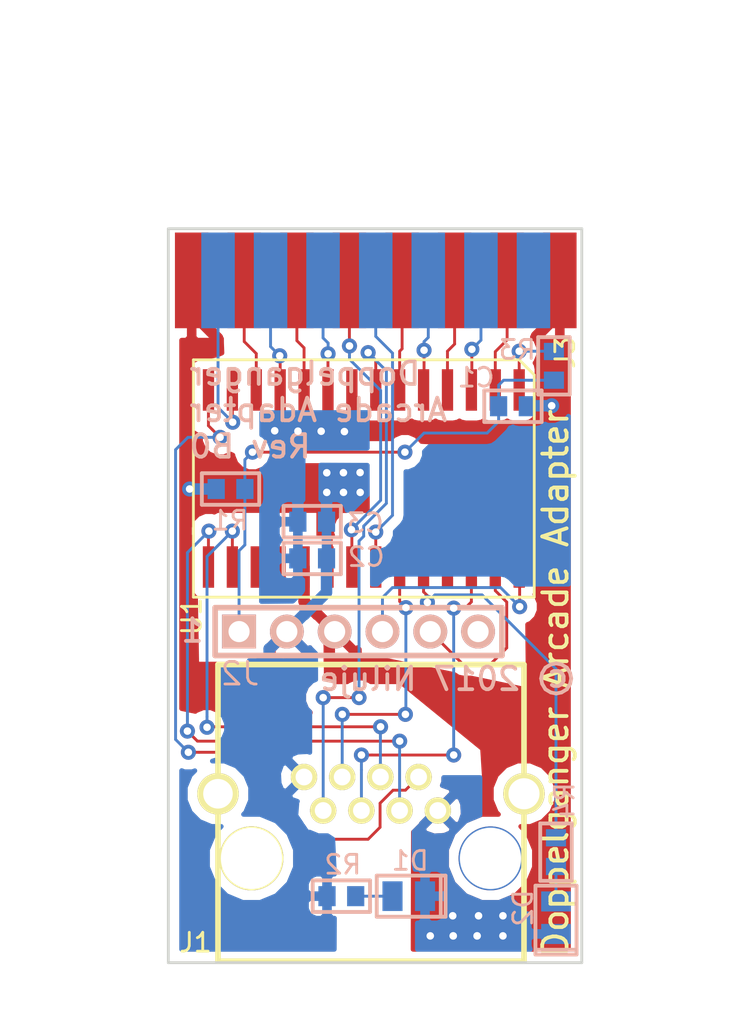
<source format=kicad_pcb>
(kicad_pcb (version 20170123) (host pcbnew no-vcs-found-33048e7~59~ubuntu16.04.1)

  (general
    (thickness 1.6)
    (drawings 10)
    (tracks 269)
    (zones 0)
    (modules 14)
    (nets 33)
  )

  (page A4)
  (layers
    (0 F.Cu signal)
    (31 B.Cu signal)
    (32 B.Adhes user)
    (33 F.Adhes user)
    (34 B.Paste user)
    (35 F.Paste user)
    (36 B.SilkS user)
    (37 F.SilkS user)
    (38 B.Mask user)
    (39 F.Mask user)
    (40 Dwgs.User user)
    (41 Cmts.User user)
    (42 Eco1.User user)
    (43 Eco2.User user)
    (44 Edge.Cuts user)
    (45 Margin user)
    (46 B.CrtYd user)
    (47 F.CrtYd user)
    (48 B.Fab user)
    (49 F.Fab user)
  )

  (setup
    (last_trace_width 0.1524)
    (trace_clearance 0.1524)
    (zone_clearance 0.508)
    (zone_45_only no)
    (trace_min 0.1524)
    (segment_width 0.2)
    (edge_width 0.15)
    (via_size 0.8)
    (via_drill 0.4)
    (via_min_size 0.4)
    (via_min_drill 0.3)
    (uvia_size 0.3)
    (uvia_drill 0.1)
    (uvias_allowed no)
    (uvia_min_size 0)
    (uvia_min_drill 0)
    (pcb_text_width 0.3)
    (pcb_text_size 1.5 1.5)
    (mod_edge_width 0.15)
    (mod_text_size 1 1)
    (mod_text_width 0.15)
    (pad_size 1.524 1.524)
    (pad_drill 0.762)
    (pad_to_mask_clearance 0.2)
    (aux_axis_origin 0 0)
    (visible_elements FFFFFFFF)
    (pcbplotparams
      (layerselection 0x00030_ffffffff)
      (usegerberextensions false)
      (excludeedgelayer true)
      (linewidth 0.150000)
      (plotframeref false)
      (viasonmask false)
      (mode 1)
      (useauxorigin false)
      (hpglpennumber 1)
      (hpglpenspeed 20)
      (hpglpendiameter 15)
      (psnegative false)
      (psa4output false)
      (plotreference true)
      (plotvalue true)
      (plotinvisibletext false)
      (padsonsilk false)
      (subtractmaskfromsilk false)
      (outputformat 1)
      (mirror false)
      (drillshape 1)
      (scaleselection 1)
      (outputdirectory ""))
  )

  (net 0 "")
  (net 1 /PGD)
  (net 2 "Net-(R3-Pad1)")
  (net 3 /PGC)
  (net 4 /HP)
  (net 5 /LK)
  (net 6 /MP)
  (net 7 /MK)
  (net 8 /LP)
  (net 9 /HK)
  (net 10 /Right)
  (net 11 /Start)
  (net 12 /Left)
  (net 13 /Coin)
  (net 14 /~CSS)
  (net 15 GND)
  (net 16 VDD)
  (net 17 /Up)
  (net 18 /Down)
  (net 19 "Net-(U1-Pad18)")
  (net 20 /DATA)
  (net 21 "Net-(U1-Pad17)")
  (net 22 /CMD)
  (net 23 /SDO)
  (net 24 "Net-(R4-Pad2)")
  (net 25 /SDI)
  (net 26 /SCK)
  (net 27 "Net-(C1-Pad1)")
  (net 28 "Net-(J2-Pad6)")
  (net 29 "Net-(J3-Pad15)")
  (net 30 "Net-(D1-PadA)")
  (net 31 "Net-(D2-PadA)")
  (net 32 "Net-(U1-Pad25)")

  (net_class Default "This is the default net class."
    (clearance 0.1524)
    (trace_width 0.1524)
    (via_dia 0.8)
    (via_drill 0.4)
    (uvia_dia 0.3)
    (uvia_drill 0.1)
    (add_net /CMD)
    (add_net /Coin)
    (add_net /DATA)
    (add_net /Down)
    (add_net /HK)
    (add_net /HP)
    (add_net /LK)
    (add_net /LP)
    (add_net /Left)
    (add_net /MK)
    (add_net /MP)
    (add_net /PGC)
    (add_net /PGD)
    (add_net /Right)
    (add_net /SCK)
    (add_net /SDI)
    (add_net /SDO)
    (add_net /Start)
    (add_net /Up)
    (add_net /~CSS)
    (add_net "Net-(C1-Pad1)")
    (add_net "Net-(D1-PadA)")
    (add_net "Net-(D2-PadA)")
    (add_net "Net-(J2-Pad6)")
    (add_net "Net-(J3-Pad15)")
    (add_net "Net-(R3-Pad1)")
    (add_net "Net-(R4-Pad2)")
    (add_net "Net-(U1-Pad17)")
    (add_net "Net-(U1-Pad18)")
    (add_net "Net-(U1-Pad25)")
  )

  (net_class Power ""
    (clearance 0.1524)
    (trace_width 0.6096)
    (via_dia 0.8)
    (via_drill 0.4)
    (uvia_dia 0.3)
    (uvia_drill 0.1)
    (add_net GND)
    (add_net VDD)
  )

  (module Doppelganger:CAMMIE_SOLDER_MASK (layer B.Cu) (tedit 0) (tstamp 58E16C12)
    (at 109.1184 70.2564 270)
    (fp_text reference G*** (at 0 0 270) (layer B.SilkS) hide
      (effects (font (thickness 0.3)) (justify mirror))
    )
    (fp_text value LOGO (at 0.75 0 270) (layer B.SilkS) hide
      (effects (font (thickness 0.3)) (justify mirror))
    )
    (fp_poly (pts (xy -3.430925 5.521355) (xy -3.075661 5.516563) (xy -3.228518 5.390814) (xy -3.286713 5.342074)
      (xy -3.334709 5.300228) (xy -3.367801 5.269498) (xy -3.381284 5.254107) (xy -3.381375 5.253636)
      (xy -3.390762 5.236316) (xy -3.41521 5.202595) (xy -3.444875 5.165364) (xy -3.478053 5.123362)
      (xy -3.497048 5.090082) (xy -3.505806 5.053651) (xy -3.508269 5.002193) (xy -3.508376 4.974169)
      (xy -3.506108 4.891618) (xy -3.497987 4.836007) (xy -3.482031 4.802765) (xy -3.456259 4.787318)
      (xy -3.42633 4.784725) (xy -3.388319 4.790365) (xy -3.371554 4.808603) (xy -3.368149 4.823679)
      (xy -3.36286 4.861046) (xy -3.339468 4.827648) (xy -3.31151 4.80104) (xy -3.285524 4.796066)
      (xy -3.270187 4.813418) (xy -3.268997 4.822032) (xy -3.264932 4.837075) (xy -3.259737 4.829969)
      (xy -3.239651 4.815411) (xy -3.207629 4.810125) (xy -3.17655 4.813965) (xy -3.168636 4.83145)
      (xy -3.171115 4.849813) (xy -3.170567 4.881324) (xy -3.155369 4.887368) (xy -3.130468 4.86746)
      (xy -3.120723 4.854768) (xy -3.096396 4.820036) (xy -2.838042 4.856294) (xy -2.737004 4.871551)
      (xy -2.63393 4.888979) (xy -2.538667 4.906791) (xy -2.461061 4.923202) (xy -2.436813 4.929065)
      (xy -2.371513 4.949425) (xy -2.282354 4.982687) (xy -2.173571 5.02696) (xy -2.049398 5.080352)
      (xy -1.914071 5.140973) (xy -1.771823 5.206932) (xy -1.62689 5.276337) (xy -1.483505 5.347297)
      (xy -1.368183 5.406293) (xy -1.140928 5.5245) (xy -0.502419 5.5245) (xy 0.136089 5.524501)
      (xy 0.138777 5.42754) (xy 0.146943 5.350843) (xy 0.165473 5.295037) (xy 0.192563 5.263699)
      (xy 0.223582 5.259574) (xy 0.253016 5.2591) (xy 0.263906 5.25144) (xy 0.279188 5.24697)
      (xy 0.288942 5.256899) (xy 0.303944 5.269356) (xy 0.311796 5.259486) (xy 0.327974 5.246084)
      (xy 0.346748 5.253374) (xy 0.355585 5.274131) (xy 0.353848 5.283721) (xy 0.350334 5.301024)
      (xy 0.36384 5.292296) (xy 0.365963 5.290344) (xy 0.39088 5.274801) (xy 0.422419 5.273361)
      (xy 0.467838 5.286934) (xy 0.519906 5.309613) (xy 0.566914 5.332861) (xy 0.591798 5.352065)
      (xy 0.601571 5.375788) (xy 0.60325 5.411347) (xy 0.603234 5.449316) (xy 0.605874 5.47769)
      (xy 0.615194 5.497864) (xy 0.635224 5.511231) (xy 0.66999 5.519185) (xy 0.723518 5.52312)
      (xy 0.799837 5.52443) (xy 0.902973 5.52451) (xy 0.930157 5.5245) (xy 1.237792 5.5245)
      (xy 1.255826 5.452881) (xy 1.276804 5.399817) (xy 1.308933 5.372617) (xy 1.356224 5.369842)
      (xy 1.422687 5.390054) (xy 1.42661 5.391653) (xy 1.475944 5.41651) (xy 1.503432 5.444713)
      (xy 1.515376 5.473208) (xy 1.530565 5.5245) (xy 2.194032 5.5245) (xy 2.335698 5.524305)
      (xy 2.467021 5.523746) (xy 2.584712 5.522866) (xy 2.685486 5.521707) (xy 2.766054 5.520311)
      (xy 2.823128 5.518719) (xy 2.853421 5.516974) (xy 2.857499 5.516035) (xy 2.850921 5.498378)
      (xy 2.833889 5.461386) (xy 2.815915 5.424754) (xy 2.746817 5.306573) (xy 2.659905 5.187415)
      (xy 2.565425 5.081154) (xy 2.553303 5.069187) (xy 2.516371 5.034594) (xy 2.48368 5.008952)
      (xy 2.447939 4.988679) (xy 2.401859 4.970192) (xy 2.338151 4.949911) (xy 2.270626 4.930281)
      (xy 2.146467 4.898149) (xy 2.04488 4.879098) (xy 1.976393 4.873626) (xy 1.921871 4.872354)
      (xy 1.889317 4.866141) (xy 1.868976 4.851391) (xy 1.853275 4.828223) (xy 1.801594 4.763132)
      (xy 1.724543 4.695919) (xy 1.627928 4.630465) (xy 1.517558 4.570647) (xy 1.39924 4.520345)
      (xy 1.384296 4.514961) (xy 1.248486 4.483086) (xy 1.102845 4.477669) (xy 0.952858 4.497359)
      (xy 0.804008 4.5408) (xy 0.661782 4.606641) (xy 0.531663 4.693529) (xy 0.479608 4.738126)
      (xy 0.431552 4.779309) (xy 0.388756 4.810152) (xy 0.358864 4.825295) (xy 0.35425 4.826)
      (xy 0.322245 4.821259) (xy 0.269775 4.808872) (xy 0.206371 4.791599) (xy 0.141568 4.772199)
      (xy 0.084895 4.75343) (xy 0.045886 4.73805) (xy 0.040019 4.735063) (xy 0.028652 4.725663)
      (xy 0.031411 4.714657) (xy 0.052117 4.699035) (xy 0.094594 4.675785) (xy 0.151173 4.647532)
      (xy 0.214813 4.615201) (xy 0.297522 4.571605) (xy 0.390835 4.521289) (xy 0.486285 4.468799)
      (xy 0.53975 4.43889) (xy 0.625055 4.391918) (xy 0.731432 4.335057) (xy 0.851362 4.272225)
      (xy 0.977325 4.207339) (xy 1.101803 4.14432) (xy 1.17475 4.107995) (xy 1.325184 4.032192)
      (xy 1.450769 3.965133) (xy 1.556064 3.903601) (xy 1.645631 3.844378) (xy 1.72403 3.784248)
      (xy 1.795823 3.719993) (xy 1.865569 3.648397) (xy 1.930341 3.575049) (xy 1.965413 3.532826)
      (xy 1.996482 3.492074) (xy 2.025666 3.448836) (xy 2.055084 3.399155) (xy 2.086854 3.339075)
      (xy 2.123093 3.264638) (xy 2.165921 3.171887) (xy 2.217456 3.056866) (xy 2.26347 2.95275)
      (xy 2.308737 2.850857) (xy 2.356376 2.745121) (xy 2.402355 2.644391) (xy 2.442642 2.55752)
      (xy 2.465991 2.50825) (xy 2.500692 2.434816) (xy 2.523635 2.380596) (xy 2.537282 2.336419)
      (xy 2.544091 2.293112) (xy 2.546523 2.2415) (xy 2.546884 2.206625) (xy 2.537274 2.076284)
      (xy 2.505659 1.958573) (xy 2.450138 1.850651) (xy 2.36881 1.74968) (xy 2.259774 1.652819)
      (xy 2.12113 1.55723) (xy 2.10586 1.547813) (xy 2.027938 1.500188) (xy 1.974201 1.311589)
      (xy 1.942636 1.210113) (xy 1.906544 1.109326) (xy 1.868529 1.015305) (xy 1.831191 0.934129)
      (xy 1.797135 0.871879) (xy 1.770736 0.836346) (xy 1.753133 0.81338) (xy 1.750394 0.786756)
      (xy 1.760567 0.745064) (xy 1.776003 0.706114) (xy 1.791954 0.684308) (xy 1.796404 0.682625)
      (xy 1.826595 0.69232) (xy 1.872914 0.71791) (xy 1.927796 0.754154) (xy 1.983676 0.79581)
      (xy 2.03299 0.837636) (xy 2.061312 0.866187) (xy 2.097775 0.914793) (xy 2.124875 0.964049)
      (xy 2.133904 0.990931) (xy 2.14729 1.04058) (xy 2.172604 1.114203) (xy 2.207912 1.207211)
      (xy 2.251281 1.315012) (xy 2.300776 1.433017) (xy 2.354466 1.556636) (xy 2.410415 1.681278)
      (xy 2.46669 1.802353) (xy 2.521359 1.915271) (xy 2.533505 1.939611) (xy 2.57775 2.024971)
      (xy 2.62935 2.120005) (xy 2.686041 2.220976) (xy 2.745558 2.324147) (xy 2.805637 2.42578)
      (xy 2.864012 2.522137) (xy 2.918419 2.609483) (xy 2.966592 2.684078) (xy 3.006267 2.742187)
      (xy 3.035178 2.78007) (xy 3.051062 2.793992) (xy 3.051273 2.794001) (xy 3.064872 2.781841)
      (xy 3.060566 2.747511) (xy 3.039506 2.694236) (xy 3.002845 2.625241) (xy 2.974159 2.578142)
      (xy 2.89549 2.450239) (xy 2.808564 2.302036) (xy 2.716994 2.140221) (xy 2.624395 1.97148)
      (xy 2.53438 1.802499) (xy 2.450563 1.639966) (xy 2.376558 1.490566) (xy 2.31598 1.360988)
      (xy 2.314335 1.357313) (xy 2.29106 1.301453) (xy 2.259727 1.220707) (xy 2.222209 1.120345)
      (xy 2.180379 1.005637) (xy 2.136111 0.881855) (xy 2.091275 0.75427) (xy 2.047746 0.628151)
      (xy 2.007396 0.508769) (xy 1.972097 0.401396) (xy 1.950518 0.333375) (xy 1.92424 0.239829)
      (xy 1.907747 0.155073) (xy 1.900715 0.070864) (xy 1.902816 -0.021045) (xy 1.913727 -0.128896)
      (xy 1.928266 -0.230187) (xy 1.94585 -0.413651) (xy 1.944676 -0.605622) (xy 1.92878 -0.763609)
      (xy 1.927404 -0.783347) (xy 1.933624 -0.772818) (xy 1.946613 -0.734218) (xy 1.966773 -0.67905)
      (xy 1.983128 -0.654709) (xy 1.995371 -0.661385) (xy 2.003194 -0.699268) (xy 2.003212 -0.699443)
      (xy 2.006103 -0.718193) (xy 2.012221 -0.725993) (xy 2.024902 -0.720147) (xy 2.047483 -0.697958)
      (xy 2.0833 -0.65673) (xy 2.135689 -0.593766) (xy 2.139156 -0.589573) (xy 2.188185 -0.529417)
      (xy 2.228858 -0.47791) (xy 2.257356 -0.440004) (xy 2.269863 -0.420655) (xy 2.270125 -0.419608)
      (xy 2.277931 -0.402552) (xy 2.302111 -0.369982) (xy 2.343803 -0.320605) (xy 2.404147 -0.253129)
      (xy 2.484282 -0.16626) (xy 2.585348 -0.058705) (xy 2.625934 -0.015875) (xy 2.704771 0.068891)
      (xy 2.782176 0.155225) (xy 2.853264 0.237451) (xy 2.913156 0.309892) (xy 2.956966 0.366872)
      (xy 2.965264 0.378663) (xy 3.055937 0.511264) (xy 3.060015 -0.575701) (xy 3.064092 -1.662667)
      (xy 3.007858 -1.756052) (xy 2.969486 -1.828214) (xy 2.937104 -1.904724) (xy 2.914429 -1.975536)
      (xy 2.905174 -2.030605) (xy 2.905125 -2.033847) (xy 2.900296 -2.058331) (xy 2.887027 -2.106669)
      (xy 2.867142 -2.172668) (xy 2.842465 -2.250136) (xy 2.832309 -2.280997) (xy 2.726777 -2.55915)
      (xy 2.602185 -2.814445) (xy 2.559593 -2.88925) (xy 2.498741 -2.992437) (xy 1.119749 -2.996494)
      (xy 0.878296 -2.997176) (xy 0.66659 -2.997686) (xy 0.48263 -2.997991) (xy 0.324414 -2.998057)
      (xy 0.18994 -2.997851) (xy 0.077205 -2.997337) (xy -0.015793 -2.996484) (xy -0.091055 -2.995256)
      (xy -0.150583 -2.99362) (xy -0.19638 -2.991542) (xy -0.230447 -2.988989) (xy -0.254786 -2.985926)
      (xy -0.2714 -2.98232) (xy -0.282291 -2.978136) (xy -0.28946 -2.973342) (xy -0.290213 -2.972681)
      (xy -0.324988 -2.93205) (xy -0.360303 -2.876135) (xy -0.390372 -2.81597) (xy -0.409405 -2.762587)
      (xy -0.410067 -2.758281) (xy 0.079383 -2.758281) (xy 0.090472 -2.774661) (xy 0.125146 -2.775842)
      (xy 0.185481 -2.761854) (xy 0.191733 -2.760004) (xy 0.266394 -2.725513) (xy 0.331599 -2.673047)
      (xy 0.381177 -2.609612) (xy 0.40896 -2.542213) (xy 0.41275 -2.509062) (xy 0.399806 -2.481066)
      (xy 0.366054 -2.466601) (xy 0.319112 -2.465054) (xy 0.266599 -2.475815) (xy 0.216134 -2.498273)
      (xy 0.178904 -2.527826) (xy 0.156173 -2.561169) (xy 0.13002 -2.612048) (xy 0.105281 -2.669264)
      (xy 0.08679 -2.721618) (xy 0.079384 -2.757913) (xy 0.079383 -2.758281) (xy -0.410067 -2.758281)
      (xy -0.41312 -2.738437) (xy -0.41882 -2.696575) (xy -0.43273 -2.640441) (xy -0.4445 -2.6035)
      (xy -0.470711 -2.500437) (xy -0.470934 -2.407989) (xy -0.453947 -2.349513) (xy -0.428625 -2.349513)
      (xy -0.417123 -2.376478) (xy -0.387556 -2.411831) (xy -0.347333 -2.449412) (xy -0.303864 -2.483062)
      (xy -0.264558 -2.506622) (xy -0.236825 -2.513933) (xy -0.232557 -2.512493) (xy -0.225877 -2.492955)
      (xy -0.22852 -2.457072) (xy -0.228697 -2.456175) (xy -0.229902 -2.415378) (xy -0.223531 -2.359502)
      (xy -0.03175 -2.359502) (xy -0.029623 -2.435583) (xy -0.021728 -2.482862) (xy -0.005793 -2.504098)
      (xy 0.020453 -2.502047) (xy 0.05928 -2.479465) (xy 0.06422 -2.475986) (xy 0.104394 -2.451172)
      (xy 0.159171 -2.421913) (xy 0.196771 -2.403783) (xy 0.284012 -2.363843) (xy 0.349919 -2.397466)
      (xy 0.397013 -2.418769) (xy 0.421428 -2.421449) (xy 0.426645 -2.404874) (xy 0.421696 -2.384427)
      (xy 0.399472 -2.346166) (xy 0.35768 -2.299476) (xy 0.302807 -2.24936) (xy 0.241341 -2.200822)
      (xy 0.179771 -2.158865) (xy 0.124583 -2.128493) (xy 0.082266 -2.114709) (xy 0.071939 -2.114693)
      (xy 0.038688 -2.134231) (xy 0.008763 -2.178366) (xy -0.014808 -2.239946) (xy -0.028994 -2.31182)
      (xy -0.03175 -2.359502) (xy -0.223531 -2.359502) (xy -0.223336 -2.357797) (xy -0.212654 -2.305527)
      (xy -0.199453 -2.250274) (xy -0.194768 -2.21661) (xy -0.199001 -2.195427) (xy -0.212554 -2.177618)
      (xy -0.218574 -2.171496) (xy -0.242715 -2.150843) (xy -0.263183 -2.150488) (xy -0.291719 -2.167106)
      (xy -0.327885 -2.197897) (xy -0.366497 -2.241342) (xy -0.400611 -2.288191) (xy -0.423283 -2.329189)
      (xy -0.428625 -2.349513) (xy -0.453947 -2.349513) (xy -0.444793 -2.318003) (xy -0.429778 -2.286416)
      (xy -0.384803 -2.19952) (xy -0.420625 -2.151479) (xy -0.468904 -2.062061) (xy -0.48654 -1.965338)
      (xy -0.486251 -1.960855) (xy -0.345115 -1.960855) (xy -0.343495 -1.975793) (xy -0.317713 -1.992862)
      (xy -0.309563 -1.997426) (xy -0.277548 -2.009532) (xy -0.242925 -2.01517) (xy -0.216795 -2.013583)
      (xy -0.210156 -2.004218) (xy -0.240239 -1.945209) (xy -0.263758 -1.9133) (xy -0.285245 -1.905843)
      (xy -0.309234 -1.920191) (xy -0.325526 -1.936847) (xy -0.345115 -1.960855) (xy -0.486251 -1.960855)
      (xy -0.482935 -1.909507) (xy -0.476373 -1.865388) (xy -0.396875 -1.865388) (xy -0.385651 -1.89523)
      (xy -0.358138 -1.906758) (xy -0.323578 -1.900535) (xy -0.305851 -1.887712) (xy -0.079375 -1.887712)
      (xy -0.069383 -1.935463) (xy -0.037501 -1.966366) (xy 0.019124 -1.982292) (xy 0.069929 -1.98549)
      (xy 0.127405 -1.988282) (xy 0.175704 -1.994343) (xy 0.198437 -2.00025) (xy 0.234178 -2.012669)
      (xy 0.254948 -2.005775) (xy 0.274017 -1.974763) (xy 0.275176 -1.972468) (xy 0.304486 -1.894171)
      (xy 0.305919 -1.82935) (xy 0.279282 -1.775938) (xy 0.254753 -1.752366) (xy 0.21519 -1.73469)
      (xy 0.15908 -1.724804) (xy 0.099963 -1.723571) (xy 0.051378 -1.73185) (xy 0.037133 -1.738526)
      (xy -0.015291 -1.78092) (xy -0.055716 -1.828744) (xy -0.077428 -1.873399) (xy -0.079375 -1.887712)
      (xy -0.305851 -1.887712) (xy -0.291211 -1.877123) (xy -0.278221 -1.858163) (xy -0.2617 -1.812987)
      (xy -0.256128 -1.776436) (xy -0.172041 -1.776436) (xy -0.170523 -1.793439) (xy -0.14735 -1.787704)
      (xy -0.101777 -1.759822) (xy -0.049327 -1.722437) (xy 0.011011 -1.68087) (xy 0.05706 -1.658704)
      (xy 0.097995 -1.653951) (xy 0.142994 -1.664625) (xy 0.169634 -1.67502) (xy 0.207926 -1.688504)
      (xy 0.232141 -1.692363) (xy 0.234867 -1.691299) (xy 0.230419 -1.675582) (xy 0.212785 -1.6494)
      (xy 0.310387 -1.6494) (xy 0.387248 -1.804185) (xy 0.423667 -1.880402) (xy 0.447135 -1.938612)
      (xy 0.460617 -1.98828) (xy 0.467079 -2.038871) (xy 0.468438 -2.063266) (xy 0.47484 -2.129213)
      (xy 0.486942 -2.192279) (xy 0.498399 -2.228906) (xy 0.517895 -2.265972) (xy 0.546248 -2.309221)
      (xy 0.577763 -2.351289) (xy 0.606744 -2.384815) (xy 0.627499 -2.402433) (xy 0.633018 -2.402972)
      (xy 0.631328 -2.386986) (xy 0.620091 -2.352006) (xy 0.613219 -2.334074) (xy 0.58459 -2.240186)
      (xy 0.562482 -2.120266) (xy 0.547561 -1.979484) (xy 0.540489 -1.823012) (xy 0.539993 -1.764014)
      (xy 0.54112 -1.679822) (xy 0.544052 -1.605861) (xy 0.548394 -1.548473) (xy 0.553746 -1.514002)
      (xy 0.556032 -1.508125) (xy 0.564237 -1.506152) (xy 0.569045 -1.531563) (xy 0.570713 -1.586175)
      (xy 0.570614 -1.611312) (xy 0.581025 -1.74904) (xy 0.61283 -1.884934) (xy 0.663021 -2.006625)
      (xy 0.669672 -2.018857) (xy 0.699257 -2.064474) (xy 0.721723 -2.08023) (xy 0.739492 -2.066543)
      (xy 0.75239 -2.033195) (xy 0.766944 -1.999235) (xy 0.782262 -1.984215) (xy 0.792563 -1.99216)
      (xy 0.79402 -2.004218) (xy 0.801236 -2.002721) (xy 0.819734 -1.97889) (xy 0.841375 -1.944687)
      (xy 0.888458 -1.865312) (xy 0.8893 -1.920875) (xy 0.890141 -1.976437) (xy 0.926116 -1.932492)
      (xy 0.965748 -1.876542) (xy 1.01398 -1.796513) (xy 1.068088 -1.697985) (xy 1.125347 -1.586541)
      (xy 1.183031 -1.467761) (xy 1.238414 -1.347228) (xy 1.288772 -1.230523) (xy 1.33138 -1.123227)
      (xy 1.358109 -1.04775) (xy 1.379187 -0.987221) (xy 1.398078 -0.93946) (xy 1.411844 -0.911632)
      (xy 1.415589 -0.90752) (xy 1.427456 -0.889275) (xy 1.42875 -0.878543) (xy 1.434759 -0.851084)
      (xy 1.45073 -0.802592) (xy 1.473574 -0.740754) (xy 1.500205 -0.673256) (xy 1.527536 -0.607782)
      (xy 1.55248 -0.55202) (xy 1.571949 -0.513655) (xy 1.580055 -0.501837) (xy 1.595369 -0.481319)
      (xy 1.595834 -0.474001) (xy 1.596576 -0.455953) (xy 1.6068 -0.418543) (xy 1.62303 -0.371391)
      (xy 1.641785 -0.324119) (xy 1.659588 -0.286348) (xy 1.669116 -0.271309) (xy 1.685648 -0.237279)
      (xy 1.694884 -0.192797) (xy 1.704736 -0.144691) (xy 1.724087 -0.08956) (xy 1.730603 -0.075153)
      (xy 1.749786 -0.030939) (xy 1.76096 0.003544) (xy 1.762125 0.01179) (xy 1.769169 0.043681)
      (xy 1.787433 0.093455) (xy 1.812613 0.151759) (xy 1.839018 0.206375) (xy 1.87325 0.206375)
      (xy 1.879058 0.193309) (xy 1.883833 0.195792) (xy 1.885733 0.214632) (xy 1.883833 0.216959)
      (xy 1.874395 0.21478) (xy 1.87325 0.206375) (xy 1.839018 0.206375) (xy 1.840405 0.209242)
      (xy 1.866503 0.25655) (xy 1.886605 0.284333) (xy 1.888209 0.28575) (xy 1.905273 0.311863)
      (xy 1.927817 0.365313) (xy 1.954453 0.442442) (xy 1.981533 0.531702) (xy 2.003907 0.610369)
      (xy 2.022425 0.677227) (xy 2.035618 0.726833) (xy 2.042018 0.753741) (xy 2.042316 0.756976)
      (xy 2.028699 0.749635) (xy 1.992106 0.727342) (xy 1.936212 0.692403) (xy 1.86469 0.647127)
      (xy 1.781212 0.593822) (xy 1.716709 0.552374) (xy 1.527055 0.425166) (xy 1.364643 0.304038)
      (xy 1.226592 0.185034) (xy 1.110022 0.064198) (xy 1.012054 -0.062429) (xy 0.929808 -0.198801)
      (xy 0.860403 -0.348877) (xy 0.80096 -0.516613) (xy 0.748598 -0.705965) (xy 0.72377 -0.811785)
      (xy 0.706246 -0.892685) (xy 0.690465 -0.969947) (xy 0.678342 -1.03394) (xy 0.672414 -1.070187)
      (xy 0.663275 -1.115986) (xy 0.651747 -1.147251) (xy 0.646516 -1.153631) (xy 0.640196 -1.153619)
      (xy 0.637522 -1.141292) (xy 0.63886 -1.113089) (xy 0.644577 -1.065446) (xy 0.65504 -0.994799)
      (xy 0.670616 -0.897586) (xy 0.676645 -0.860857) (xy 0.686685 -0.794992) (xy 0.693468 -0.740576)
      (xy 0.696087 -0.705466) (xy 0.695498 -0.697434) (xy 0.684802 -0.703546) (xy 0.659093 -0.731392)
      (xy 0.621822 -0.776875) (xy 0.576439 -0.835897) (xy 0.558158 -0.860514) (xy 0.506089 -0.931621)
      (xy 0.470226 -0.982691) (xy 0.447934 -1.019244) (xy 0.436582 -1.046801) (xy 0.433536 -1.070881)
      (xy 0.436163 -1.097005) (xy 0.438555 -1.11125) (xy 0.446134 -1.160449) (xy 0.449451 -1.203654)
      (xy 0.447335 -1.246262) (xy 0.438616 -1.293669) (xy 0.422124 -1.351275) (xy 0.396687 -1.424475)
      (xy 0.361136 -1.518669) (xy 0.336321 -1.582731) (xy 0.310387 -1.6494) (xy 0.212785 -1.6494)
      (xy 0.209751 -1.644896) (xy 0.179125 -1.606693) (xy 0.144801 -1.568424) (xy 0.11304 -1.537542)
      (xy 0.093533 -1.523081) (xy 0.054076 -1.519067) (xy 0.005956 -1.541235) (xy -0.046783 -1.586674)
      (xy -0.100094 -1.65247) (xy -0.113095 -1.671848) (xy -0.15265 -1.736103) (xy -0.172041 -1.776436)
      (xy -0.256128 -1.776436) (xy -0.254456 -1.765471) (xy -0.256601 -1.7251) (xy -0.26825 -1.701359)
      (xy -0.276317 -1.698625) (xy -0.295825 -1.711019) (xy -0.324064 -1.742139) (xy -0.354459 -1.782894)
      (xy -0.380438 -1.824191) (xy -0.395428 -1.856938) (xy -0.396875 -1.865388) (xy -0.476373 -1.865388)
      (xy -0.471638 -1.833562) (xy -0.543797 -1.899897) (xy -0.614196 -1.960881) (xy -0.688951 -2.019384)
      (xy -0.760851 -2.07024) (xy -0.822682 -2.108287) (xy -0.85923 -2.125731) (xy -0.948658 -2.161694)
      (xy -1.01221 -2.194518) (xy -1.055132 -2.227354) (xy -1.079594 -2.258086) (xy -1.100431 -2.298599)
      (xy -1.110902 -2.331364) (xy -1.111191 -2.335211) (xy -1.119567 -2.361846) (xy -1.140435 -2.398739)
      (xy -1.167531 -2.437323) (xy -1.194595 -2.469031) (xy -1.215363 -2.485296) (xy -1.22092 -2.485336)
      (xy -1.222571 -2.467536) (xy -1.21577 -2.426812) (xy -1.201902 -2.370431) (xy -1.19327 -2.340366)
      (xy -1.152276 -2.203644) (xy -1.197421 -2.117417) (xy -1.236979 -2.05325) (xy -1.279912 -2.002086)
      (xy -1.314501 -1.973461) (xy -0.950763 -1.973461) (xy -0.946562 -2.007317) (xy -0.935908 -2.016498)
      (xy -0.918474 -2.002665) (xy -0.893933 -1.967484) (xy -0.881022 -1.946049) (xy -0.865624 -1.90973)
      (xy -0.624937 -1.90973) (xy -0.620814 -1.914607) (xy -0.607825 -1.908152) (xy -0.596915 -1.900688)
      (xy -0.565067 -1.875257) (xy -0.517678 -1.833917) (xy -0.461869 -1.782995) (xy -0.419203 -1.742738)
      (xy -0.290717 -1.619642) (xy -0.33189 -1.533997) (xy -0.357183 -1.486006) (xy -0.375435 -1.464118)
      (xy -0.390099 -1.464473) (xy -0.392358 -1.46635) (xy -0.405998 -1.486074) (xy -0.43111 -1.528826)
      (xy -0.464746 -1.589348) (xy -0.503958 -1.662382) (xy -0.528897 -1.709945) (xy -0.572175 -1.793628)
      (xy -0.601811 -1.852588) (xy -0.619001 -1.890173) (xy -0.624937 -1.90973) (xy -0.865624 -1.90973)
      (xy -0.834261 -1.835758) (xy -0.814895 -1.714781) (xy -0.823209 -1.58896) (xy -0.857737 -1.468437)
      (xy -0.87691 -1.420812) (xy -0.890116 -1.4605) (xy -0.896943 -1.490947) (xy -0.906081 -1.545536)
      (xy -0.916394 -1.616846) (xy -0.926745 -1.697455) (xy -0.927912 -1.707202) (xy -0.941111 -1.825067)
      (xy -0.948837 -1.913266) (xy -0.950763 -1.973461) (xy -1.314501 -1.973461) (xy -1.32176 -1.967454)
      (xy -1.358064 -1.952879) (xy -1.384365 -1.96189) (xy -1.387956 -1.966709) (xy -1.394184 -1.988201)
      (xy -1.402872 -2.032525) (xy -1.412368 -2.091027) (xy -1.414498 -2.105615) (xy -1.42565 -2.169655)
      (xy -1.438821 -2.22482) (xy -1.451447 -2.260655) (xy -1.453344 -2.264054) (xy -1.480015 -2.29484)
      (xy -1.528326 -2.339133) (xy -1.593357 -2.393049) (xy -1.670184 -2.452703) (xy -1.753887 -2.51421)
      (xy -1.839544 -2.573686) (xy -1.877284 -2.598667) (xy -1.982977 -2.674976) (xy -2.061793 -2.750372)
      (xy -2.118034 -2.829936) (xy -2.156002 -2.918749) (xy -2.160307 -2.932906) (xy -2.179901 -3.000375)
      (xy -2.598076 -3.000375) (xy -2.709563 -3.000067) (xy -2.809853 -2.999201) (xy -2.894805 -2.997859)
      (xy -2.96028 -2.996127) (xy -3.002135 -2.994087) (xy -3.01625 -2.991909) (xy -3.009689 -2.974094)
      (xy -2.992861 -2.937542) (xy -2.978616 -2.908566) (xy -2.950647 -2.847146) (xy -2.922004 -2.774687)
      (xy -2.895551 -2.699673) (xy -2.874156 -2.630585) (xy -2.860684 -2.575907) (xy -2.860148 -2.571567)
      (xy -2.452908 -2.571567) (xy -2.451731 -2.580534) (xy -2.442613 -2.624917) (xy -2.429296 -2.645727)
      (xy -2.406346 -2.651114) (xy -2.404672 -2.651125) (xy -2.369089 -2.638827) (xy -2.331778 -2.607745)
      (xy -2.328905 -2.604428) (xy -2.302129 -2.561023) (xy -2.278403 -2.503389) (xy -2.269834 -2.473459)
      (xy -2.252873 -2.410352) (xy -2.236065 -2.363509) (xy -2.221644 -2.338397) (xy -2.213992 -2.336841)
      (xy -2.214926 -2.354061) (xy -2.224463 -2.389895) (xy -2.229082 -2.403938) (xy -2.241132 -2.454855)
      (xy -2.24147 -2.496772) (xy -2.230594 -2.521151) (xy -2.22206 -2.524125) (xy -2.200107 -2.51041)
      (xy -2.171016 -2.474076) (xy -2.138516 -2.422335) (xy -2.106335 -2.3624) (xy -2.078201 -2.301485)
      (xy -2.057841 -2.246803) (xy -2.048984 -2.205566) (xy -2.050224 -2.191643) (xy -2.064438 -2.190475)
      (xy -2.095228 -2.208513) (xy -2.122554 -2.2301) (xy -2.173319 -2.268362) (xy -2.226828 -2.300993)
      (xy -2.249307 -2.311776) (xy -2.344934 -2.362367) (xy -2.410948 -2.422803) (xy -2.447043 -2.492673)
      (xy -2.452908 -2.571567) (xy -2.860148 -2.571567) (xy -2.8575 -2.550138) (xy -2.868584 -2.514843)
      (xy -2.90342 -2.46962) (xy -2.940844 -2.432456) (xy -2.982829 -2.393357) (xy -3.041333 -2.338855)
      (xy -3.109651 -2.275197) (xy -3.18108 -2.208632) (xy -3.20675 -2.184706) (xy -3.25452 -2.138286)
      (xy -1.991739 -2.138286) (xy -1.980561 -2.175539) (xy -1.974555 -2.190825) (xy -1.955312 -2.2285)
      (xy -1.936922 -2.248166) (xy -1.930794 -2.248957) (xy -1.917345 -2.230367) (xy -1.91782 -2.221745)
      (xy -1.922513 -2.195305) (xy -1.929386 -2.149236) (xy -1.933727 -2.117535) (xy -1.894506 -2.117535)
      (xy -1.887511 -2.168466) (xy -1.871103 -2.189932) (xy -1.86581 -2.19075) (xy -1.840922 -2.182357)
      (xy -1.803744 -2.16154) (xy -1.793881 -2.155031) (xy -1.743618 -2.116634) (xy -1.718676 -2.082492)
      (xy -1.717314 -2.044108) (xy -1.737791 -1.992981) (xy -1.754405 -1.962239) (xy -1.80702 -1.868667)
      (xy -1.846589 -1.911363) (xy -1.875543 -1.955283) (xy -1.889966 -2.013808) (xy -1.892168 -2.036685)
      (xy -1.894506 -2.117535) (xy -1.933727 -2.117535) (xy -1.934403 -2.112604) (xy -1.946105 -2.024062)
      (xy -1.973283 -2.075071) (xy -1.989369 -2.109905) (xy -1.991739 -2.138286) (xy -3.25452 -2.138286)
      (xy -3.38997 -2.006667) (xy -3.527195 -1.859574) (xy -1.762125 -1.859574) (xy -1.754539 -1.898625)
      (xy -1.73598 -1.939931) (xy -1.712747 -1.972245) (xy -1.692224 -1.984375) (xy -1.664118 -1.972926)
      (xy -1.65573 -1.964531) (xy -1.642105 -1.940358) (xy -1.621149 -1.896518) (xy -1.598678 -1.845468)
      (xy -1.556658 -1.74625) (xy -1.610549 -1.74625) (xy -1.659383 -1.756662) (xy -1.707314 -1.783091)
      (xy -1.744695 -1.818324) (xy -1.761878 -1.855149) (xy -1.762125 -1.859574) (xy -3.527195 -1.859574)
      (xy -3.554509 -1.830297) (xy -3.710632 -1.644215) (xy -3.789712 -1.542127) (xy -1.458381 -1.542127)
      (xy -1.445116 -1.562232) (xy -1.438048 -1.570122) (xy -1.392175 -1.598476) (xy -1.33182 -1.601737)
      (xy -1.261573 -1.580196) (xy -1.217546 -1.556099) (xy -1.176483 -1.527075) (xy -1.149408 -1.502222)
      (xy -1.143 -1.490915) (xy -1.133862 -1.468501) (xy -1.11078 -1.432655) (xy -1.097673 -1.415159)
      (xy -1.072094 -1.380533) (xy -0.303366 -1.380533) (xy -0.250902 -1.412577) (xy -0.215923 -1.432194)
      (xy -0.196408 -1.434925) (xy -0.181424 -1.42153) (xy -0.178475 -1.417613) (xy -0.165936 -1.377187)
      (xy -0.168654 -1.334271) (xy -0.177301 -1.293367) (xy -0.18519 -1.267019) (xy -0.186061 -1.26526)
      (xy -0.202143 -1.263091) (xy -0.230128 -1.285182) (xy -0.266072 -1.328278) (xy -0.271487 -1.335762)
      (xy -0.303366 -1.380533) (xy -1.072094 -1.380533) (xy -1.06561 -1.371757) (xy -1.039882 -1.3327)
      (xy -1.034258 -1.322796) (xy -1.025452 -1.298989) (xy -1.035576 -1.284281) (xy -1.070506 -1.270349)
      (xy -1.071507 -1.270018) (xy -1.110072 -1.260755) (xy -1.144311 -1.264319) (xy -1.188622 -1.282661)
      (xy -1.197672 -1.28713) (xy -1.253311 -1.32097) (xy -1.306433 -1.362628) (xy -1.31999 -1.375627)
      (xy -1.371479 -1.42875) (xy -1.311865 -1.42875) (xy -1.2741 -1.432336) (xy -1.26107 -1.44191)
      (xy -1.262063 -1.444625) (xy -1.283209 -1.455432) (xy -1.321546 -1.460455) (xy -1.325615 -1.4605)
      (xy -1.387648 -1.475212) (xy -1.423748 -1.498685) (xy -1.452034 -1.524823) (xy -1.458381 -1.542127)
      (xy -3.789712 -1.542127) (xy -3.809903 -1.516062) (xy -3.913622 -1.375065) (xy -4.000117 -1.249237)
      (xy -4.074172 -1.130865) (xy -4.140571 -1.012233) (xy -4.204099 -0.885629) (xy -4.214474 -0.863782)
      (xy -4.254508 -0.781322) (xy -4.304507 -0.68195) (xy -4.35894 -0.576468) (xy -4.412278 -0.475678)
      (xy -4.42892 -0.444877) (xy -4.556125 -0.210926) (xy -4.556125 0.346975) (xy -4.555939 0.498503)
      (xy -4.555308 0.621074) (xy -4.554124 0.717476) (xy -4.55228 0.790499) (xy -4.549669 0.842934)
      (xy -4.546183 0.87757) (xy -4.541715 0.897197) (xy -4.536156 0.904606) (xy -4.534613 0.904875)
      (xy -4.515793 0.892632) (xy -4.485708 0.860263) (xy -4.450319 0.814315) (xy -4.444227 0.805657)
      (xy -4.372208 0.703427) (xy -4.298512 0.601537) (xy -4.226848 0.504905) (xy -4.160927 0.418448)
      (xy -4.104457 0.347085) (xy -4.061149 0.295734) (xy -4.052261 0.286009) (xy -4.0152 0.244164)
      (xy -3.987586 0.208613) (xy -3.97697 0.1905) (xy -3.964197 0.174547) (xy -3.931077 0.138971)
      (xy -3.880061 0.08625) (xy -3.813598 0.018859) (xy -3.734137 -0.060724) (xy -3.644129 -0.150022)
      (xy -3.546022 -0.246559) (xy -3.505977 -0.28575) (xy -3.359492 -0.428933) (xy -3.233787 -0.552009)
      (xy -3.126922 -0.657049) (xy -3.036953 -0.746122) (xy -2.961942 -0.821298) (xy -2.899945 -0.884648)
      (xy -2.849023 -0.93824) (xy -2.807234 -0.984146) (xy -2.772636 -1.024436) (xy -2.743289 -1.061178)
      (xy -2.717252 -1.096444) (xy -2.692582 -1.132303) (xy -2.66734 -1.170825) (xy -2.648555 -1.20007)
      (xy -2.611603 -1.256164) (xy -2.580389 -1.300583) (xy -2.559095 -1.327536) (xy -2.552611 -1.332945)
      (xy -2.550544 -1.32008) (xy -2.55831 -1.286939) (xy -2.564517 -1.268004) (xy -2.56942 -1.252483)
      (xy -0.108945 -1.252483) (xy -0.10134 -1.28754) (xy -0.0788 -1.321706) (xy -0.071839 -1.330128)
      (xy -0.038362 -1.366115) (xy -0.012552 -1.37864) (xy 0.016212 -1.370196) (xy 0.039181 -1.356184)
      (xy 0.075956 -1.340229) (xy 0.109016 -1.348246) (xy 0.146743 -1.359981) (xy 0.194855 -1.36523)
      (xy 0.197627 -1.36525) (xy 0.240299 -1.35987) (xy 0.26922 -1.337992) (xy 0.285923 -1.313656)
      (xy 0.306859 -1.27168) (xy 0.317207 -1.235965) (xy 0.31744 -1.231987) (xy 0.311352 -1.209522)
      (xy 0.295174 -1.165713) (xy 0.27209 -1.10806) (xy 0.245286 -1.04406) (xy 0.217945 -0.981214)
      (xy 0.193253 -0.927018) (xy 0.174393 -0.888973) (xy 0.166129 -0.875695) (xy 0.151324 -0.88005)
      (xy 0.121434 -0.897755) (xy 0.116341 -0.901201) (xy 0.070043 -0.931912) (xy 0.028519 -0.958044)
      (xy -0.017704 -1.000271) (xy -0.059507 -1.063633) (xy -0.091059 -1.137544) (xy -0.105555 -1.201502)
      (xy -0.108945 -1.252483) (xy -2.56942 -1.252483) (xy -2.578867 -1.222584) (xy -2.586962 -1.187752)
      (xy -2.587625 -1.180691) (xy -2.580912 -1.16043) (xy -2.564791 -1.165504) (xy -2.545294 -1.193502)
      (xy -2.542889 -1.198562) (xy -2.525428 -1.227692) (xy -2.511822 -1.23825) (xy -2.502399 -1.225216)
      (xy -2.500179 -1.198608) (xy -0.269875 -1.198608) (xy -0.262151 -1.23044) (xy -0.23991 -1.234891)
      (xy -0.204552 -1.21205) (xy -0.184937 -1.193103) (xy -0.160451 -1.158823) (xy -0.141066 -1.116612)
      (xy -0.129333 -1.075418) (xy -0.127805 -1.04419) (xy -0.138951 -1.031875) (xy -0.163287 -1.044346)
      (xy -0.195587 -1.075741) (xy -0.22876 -1.117028) (xy -0.255716 -1.159176) (xy -0.269363 -1.193157)
      (xy -0.269875 -1.198608) (xy -2.500179 -1.198608) (xy -2.499953 -1.1959) (xy -2.504419 -1.164979)
      (xy -2.512219 -1.149608) (xy -2.523918 -1.120408) (xy -2.517793 -1.087443) (xy -2.499722 -1.069138)
      (xy -2.47097 -1.071908) (xy -2.442703 -1.08929) (xy -2.410089 -1.118805) (xy -2.41923 -0.904684)
      (xy -2.424388 -0.795764) (xy -2.430608 -0.683379) (xy -2.43752 -0.572581) (xy -2.438697 -0.555625)
      (xy -1.305861 -0.555625) (xy -1.13315 -0.721575) (xy -1.072691 -0.779341) (xy -1.020635 -0.82846)
      (xy -0.981097 -0.865097) (xy -0.958193 -0.885418) (xy -0.954258 -0.888263) (xy -0.952359 -0.874581)
      (xy -0.954386 -0.838881) (xy -0.95711 -0.812736) (xy -0.959528 -0.799649) (xy -0.074394 -0.799649)
      (xy -0.07411 -0.800447) (xy -0.051792 -0.82203) (xy -0.016182 -0.823487) (xy 0.022674 -0.806217)
      (xy 0.046479 -0.783663) (xy 0.070531 -0.744832) (xy 0.086188 -0.709165) (xy 0.19596 -0.709165)
      (xy 0.200357 -0.766273) (xy 0.218168 -0.811779) (xy 0.247108 -0.837951) (xy 0.264334 -0.841375)
      (xy 0.289452 -0.834539) (xy 0.332583 -0.816737) (xy 0.377483 -0.79525) (xy 0.450913 -0.749605)
      (xy 0.513849 -0.694757) (xy 0.56197 -0.636166) (xy 0.590957 -0.579292) (xy 0.596488 -0.529596)
      (xy 0.594423 -0.521073) (xy 0.594888 -0.496819) (xy 0.605214 -0.492125) (xy 0.610427 -0.48436)
      (xy 0.594377 -0.467134) (xy 0.574219 -0.449514) (xy 0.580593 -0.447069) (xy 0.60325 -0.452651)
      (xy 0.658057 -0.464788) (xy 0.689934 -0.463319) (xy 0.705651 -0.445852) (xy 0.711583 -0.414414)
      (xy 0.709261 -0.370478) (xy 0.695708 -0.347189) (xy 0.670593 -0.340842) (xy 0.623047 -0.336067)
      (xy 0.562383 -0.333721) (xy 0.548669 -0.333618) (xy 0.479366 -0.335087) (xy 0.431786 -0.341134)
      (xy 0.396009 -0.35373) (xy 0.370324 -0.369093) (xy 0.32802 -0.402453) (xy 0.309194 -0.427289)
      (xy 0.314942 -0.440662) (xy 0.343883 -0.440123) (xy 0.385078 -0.441331) (xy 0.407661 -0.453018)
      (xy 0.418539 -0.470436) (xy 0.402674 -0.481997) (xy 0.392954 -0.485277) (xy 0.324558 -0.517544)
      (xy 0.263588 -0.565586) (xy 0.219647 -0.620978) (xy 0.207261 -0.648188) (xy 0.19596 -0.709165)
      (xy 0.086188 -0.709165) (xy 0.091287 -0.69755) (xy 0.105318 -0.651976) (xy 0.109195 -0.618267)
      (xy 0.105658 -0.608367) (xy 0.088131 -0.61108) (xy 0.056076 -0.630937) (xy 0.016868 -0.662094)
      (xy -0.022118 -0.698707) (xy -0.052741 -0.733898) (xy -0.071576 -0.76988) (xy -0.074394 -0.799649)
      (xy -0.959528 -0.799649) (xy -0.968791 -0.749529) (xy -0.986745 -0.686125) (xy -0.992303 -0.671092)
      (xy -1.030586 -0.613431) (xy -1.091868 -0.57578) (xy -1.177236 -0.557599) (xy -1.224752 -0.555625)
      (xy -1.305861 -0.555625) (xy -2.438697 -0.555625) (xy -2.444754 -0.468424) (xy -2.45194 -0.375962)
      (xy -2.458708 -0.300248) (xy -2.464689 -0.246335) (xy -2.469353 -0.219762) (xy -2.476227 -0.186862)
      (xy -2.48259 -0.138806) (xy -2.484026 -0.123847) (xy -2.491345 -0.076277) (xy -2.505531 -0.01066)
      (xy -2.52387 0.060781) (xy -2.52915 0.079375) (xy -2.557076 0.180513) (xy -2.587813 0.300212)
      (xy -2.618974 0.428426) (xy -2.648173 0.555104) (xy -2.673022 0.670198) (xy -2.689421 0.754063)
      (xy -2.704013 0.826886) (xy -2.720806 0.899095) (xy -2.736335 0.955861) (xy -2.737327 0.959004)
      (xy -2.761745 1.021442) (xy -2.801856 1.106899) (xy -2.855728 1.211983) (xy -2.921431 1.333302)
      (xy -2.997035 1.467466) (xy -3.080607 1.611082) (xy -3.170219 1.76076) (xy -3.26394 1.913108)
      (xy -3.359837 2.064734) (xy -3.417254 2.153396) (xy -3.476704 2.241315) (xy -3.534455 2.319234)
      (xy -3.596738 2.39465) (xy -3.66978 2.475061) (xy -3.759813 2.567963) (xy -3.771601 2.57985)
      (xy -3.853488 2.661217) (xy -3.933077 2.738356) (xy -4.007003 2.808186) (xy -4.071903 2.867621)
      (xy -4.124412 2.913579) (xy -4.161166 2.942974) (xy -4.178435 2.95275) (xy -4.190203 2.94144)
      (xy -4.219368 2.910081) (xy -4.262435 2.862526) (xy -4.315905 2.802633) (xy -4.365225 2.746831)
      (xy -4.424609 2.680168) (xy -4.476633 2.623309) (xy -4.517794 2.579958) (xy -4.544585 2.553822)
      (xy -4.553402 2.54786) (xy -4.547942 2.562588) (xy -4.526343 2.592566) (xy -4.508293 2.6141)
      (xy -4.477624 2.653834) (xy -4.471459 2.675718) (xy -4.477014 2.680318) (xy -4.501679 2.674554)
      (xy -4.518858 2.658438) (xy -4.537903 2.638634) (xy -4.546957 2.636665) (xy -4.542184 2.652253)
      (xy -4.524602 2.691183) (xy -4.517848 2.70502) (xy -4.440091 2.70502) (xy -4.430917 2.705581)
      (xy -4.430795 2.705656) (xy -4.409812 2.727463) (xy -4.395877 2.749175) (xy -4.38641 2.771856)
      (xy -4.395584 2.771295) (xy -4.395706 2.77122) (xy -4.416689 2.749413) (xy -4.430624 2.727701)
      (xy -4.440091 2.70502) (xy -4.517848 2.70502) (xy -4.509285 2.722563) (xy -4.492625 2.722563)
      (xy -4.484688 2.714625) (xy -4.47675 2.722563) (xy -4.484688 2.7305) (xy -4.492625 2.722563)
      (xy -4.509285 2.722563) (xy -4.496457 2.748842) (xy -4.487264 2.766938) (xy -4.456169 2.766938)
      (xy -4.45259 2.76225) (xy -4.439928 2.773024) (xy -4.416653 2.795034) (xy -4.361733 2.795034)
      (xy -4.359562 2.794) (xy -4.345075 2.805176) (xy -4.341813 2.809875) (xy -4.337768 2.824717)
      (xy -4.339939 2.82575) (xy -4.354426 2.814575) (xy -4.357688 2.809875) (xy -4.361733 2.795034)
      (xy -4.416653 2.795034) (xy -4.407733 2.803469) (xy -4.358892 2.850769) (xy -4.296287 2.91211)
      (xy -4.222803 2.984677) (xy -4.141324 3.065655) (xy -4.123214 3.083719) (xy -4.063129 3.143082)
      (xy -3.980228 3.143082) (xy -3.978446 3.099016) (xy -3.968256 3.040106) (xy -3.950837 2.973866)
      (xy -3.935345 2.928156) (xy -3.891487 2.836594) (xy -3.825644 2.733732) (xy -3.742304 2.625799)
      (xy -3.645956 2.51902) (xy -3.625326 2.498157) (xy -3.497761 2.357989) (xy -3.366174 2.187779)
      (xy -3.231387 1.988865) (xy -3.094224 1.762584) (xy -2.955507 1.510273) (xy -2.81606 1.233268)
      (xy -2.71779 1.023938) (xy -2.66262 0.904063) (xy -2.608263 0.787738) (xy -2.556376 0.678348)
      (xy -2.508614 0.57928) (xy -2.466633 0.493918) (xy -2.432088 0.425648) (xy -2.406635 0.377856)
      (xy -2.391929 0.353927) (xy -2.389171 0.351913) (xy -2.388393 0.36933) (xy -2.390767 0.413231)
      (xy -2.395894 0.478548) (xy -2.403377 0.560214) (xy -2.412773 0.652726) (xy -2.429291 0.816781)
      (xy -2.442196 0.962835) (xy -2.451383 1.088747) (xy -2.456751 1.192373) (xy -2.458196 1.271571)
      (xy -2.455614 1.3242) (xy -2.448905 1.348116) (xy -2.446233 1.349375) (xy -2.433164 1.341924)
      (xy -2.43459 1.337097) (xy -2.434751 1.319091) (xy -2.431979 1.272966) (xy -2.42657 1.202192)
      (xy -2.418819 1.110236) (xy -2.409019 1.000566) (xy -2.397467 0.876649) (xy -2.384457 0.741954)
      (xy -2.380919 0.706066) (xy -2.366954 0.562892) (xy -2.353826 0.424227) (xy -2.341925 0.294516)
      (xy -2.331644 0.178204) (xy -2.323375 0.079733) (xy -2.31751 0.003549) (xy -2.314441 -0.045904)
      (xy -2.314312 -0.04897) (xy -2.306626 -0.140669) (xy -2.290207 -0.206773) (xy -2.262493 -0.25283)
      (xy -2.220924 -0.284387) (xy -2.201422 -0.29354) (xy -2.164756 -0.303214) (xy -2.103261 -0.313455)
      (xy -2.023832 -0.323575) (xy -1.933367 -0.332886) (xy -1.83876 -0.340701) (xy -1.746908 -0.34633)
      (xy -1.664707 -0.349086) (xy -1.643135 -0.34925) (xy -1.589085 -0.351676) (xy -1.548531 -0.358005)
      (xy -1.531462 -0.365895) (xy -1.514078 -0.373671) (xy -1.500659 -0.365516) (xy -1.475963 -0.358747)
      (xy -1.421773 -0.353808) (xy -1.340299 -0.350817) (xy -1.23375 -0.349888) (xy -1.204416 -0.349986)
      (xy -1.077814 -0.349742) (xy -0.957029 -0.347763) (xy -0.845977 -0.344269) (xy -0.748577 -0.339477)
      (xy -0.668745 -0.333606) (xy -0.610397 -0.326874) (xy -0.577452 -0.3195) (xy -0.5715 -0.3147)
      (xy -0.579913 -0.295974) (xy -0.602373 -0.258112) (xy -0.634715 -0.207986) (xy -0.64952 -0.185991)
      (xy -0.704297 -0.099641) (xy -0.763501 0.003875) (xy -0.82444 0.118838) (xy -0.884425 0.239531)
      (xy -0.940765 0.360234) (xy -0.990768 0.475229) (xy -1.031745 0.578796) (xy -1.061005 0.665219)
      (xy -1.073667 0.715479) (xy -1.078915 0.752444) (xy -1.075392 0.760623) (xy -1.063891 0.741504)
      (xy -1.045204 0.696576) (xy -1.020121 0.627328) (xy -1.008241 0.592455) (xy -0.955105 0.449125)
      (xy -0.890148 0.297933) (xy -0.817357 0.14678) (xy -0.740723 0.00357) (xy -0.664234 -0.123794)
      (xy -0.599327 -0.217664) (xy -0.563308 -0.262946) (xy -0.537615 -0.286736) (xy -0.515098 -0.29405)
      (xy -0.494299 -0.291344) (xy -0.45896 -0.28164) (xy -0.440755 -0.274818) (xy -0.444412 -0.260222)
      (xy -0.463989 -0.226593) (xy -0.495829 -0.179893) (xy -0.514847 -0.153982) (xy -0.560817 -0.089537)
      (xy -0.612506 -0.011751) (xy -0.667571 0.07527) (xy -0.723671 0.16742) (xy -0.778464 0.260591)
      (xy -0.829608 0.350677) (xy -0.874761 0.433573) (xy -0.911583 0.50517) (xy -0.93773 0.561363)
      (xy -0.950861 0.598045) (xy -0.950707 0.610336) (xy -0.94098 0.59999) (xy -0.919595 0.566544)
      (xy -0.889588 0.515044) (xy -0.853995 0.450535) (xy -0.84938 0.441949) (xy -0.799089 0.351651)
      (xy -0.742067 0.255176) (xy -0.680889 0.156305) (xy -0.618127 0.058814) (xy -0.556355 -0.033517)
      (xy -0.498144 -0.11691) (xy -0.446069 -0.187587) (xy -0.402703 -0.241769) (xy -0.370618 -0.275679)
      (xy -0.353811 -0.28575) (xy -0.312104 -0.277073) (xy -0.296917 -0.271093) (xy 0.682625 -0.271093)
      (xy 0.695509 -0.283672) (xy 0.727907 -0.283858) (xy 0.770432 -0.272405) (xy 0.793286 -0.262177)
      (xy 0.826911 -0.238373) (xy 0.86039 -0.204993) (xy 0.887118 -0.170224) (xy 0.900485 -0.142251)
      (xy 0.898771 -0.13148) (xy 0.874761 -0.127352) (xy 0.834958 -0.137902) (xy 0.789074 -0.158894)
      (xy 0.746821 -0.186097) (xy 0.723482 -0.207879) (xy 0.697456 -0.242189) (xy 0.683418 -0.267276)
      (xy 0.682625 -0.271093) (xy -0.296917 -0.271093) (xy -0.253034 -0.253815) (xy -0.184869 -0.220136)
      (xy -0.115874 -0.180195) (xy -0.054317 -0.138152) (xy -0.043003 -0.12936) (xy 0.037243 -0.059924)
      (xy 0.126978 0.026445) (xy 0.198325 0.100659) (xy 0.968375 0.100659) (xy 0.98016 0.084533)
      (xy 1.011995 0.086178) (xy 1.058601 0.10422) (xy 1.114699 0.137287) (xy 1.118042 0.139575)
      (xy 1.160531 0.173735) (xy 1.174251 0.197263) (xy 1.15914 0.209313) (xy 1.123172 0.209863)
      (xy 1.079002 0.19763) (xy 1.032446 0.172539) (xy 0.993096 0.141358) (xy 0.970545 0.110855)
      (xy 0.968375 0.100659) (xy 0.198325 0.100659) (xy 0.218165 0.121296) (xy 0.302765 0.216173)
      (xy 0.372742 0.302625) (xy 0.389859 0.325902) (xy 0.455011 0.405518) (xy 0.515606 0.455771)
      (xy 0.570665 0.475882) (xy 0.578603 0.47625) (xy 0.603858 0.466193) (xy 0.641145 0.440527)
      (xy 0.663924 0.421352) (xy 0.745406 0.362617) (xy 0.824819 0.335409) (xy 0.901947 0.339766)
      (xy 0.96228 0.366264) (xy 0.989689 0.389875) (xy 1.222882 0.389875) (xy 1.227293 0.373027)
      (xy 1.253186 0.372172) (xy 1.258093 0.373492) (xy 1.289993 0.385126) (xy 1.340167 0.405805)
      (xy 1.398101 0.431186) (xy 1.401622 0.432775) (xy 1.463581 0.463797) (xy 1.497079 0.488314)
      (xy 1.504647 0.506683) (xy 1.486782 0.531582) (xy 1.449327 0.53625) (xy 1.396306 0.52168)
      (xy 1.331744 0.488865) (xy 1.273968 0.449756) (xy 1.238818 0.417268) (xy 1.222882 0.389875)
      (xy 0.989689 0.389875) (xy 0.994522 0.394038) (xy 1.036363 0.440921) (xy 1.080922 0.498885)
      (xy 1.10172 0.528983) (xy 1.180411 0.632641) (xy 1.284182 0.745362) (xy 1.356905 0.815577)
      (xy 1.419385 0.87451) (xy 1.474932 0.928691) (xy 1.51858 0.973147) (xy 1.545362 1.002901)
      (xy 1.54971 1.008732) (xy 1.565047 1.050715) (xy 1.560512 1.102178) (xy 1.535028 1.165454)
      (xy 1.487517 1.242876) (xy 1.416901 1.336778) (xy 1.374084 1.388863) (xy 1.34707 1.418316)
      (xy 1.329532 1.425582) (xy 1.311842 1.41384) (xy 1.308467 1.410521) (xy 1.291389 1.376718)
      (xy 1.283119 1.327809) (xy 1.28514 1.279582) (xy 1.29378 1.254178) (xy 1.293164 1.229894)
      (xy 1.274206 1.203481) (xy 1.247416 1.186059) (xy 1.22882 1.185457) (xy 1.20929 1.185381)
      (xy 1.2065 1.179389) (xy 1.193523 1.16389) (xy 1.161252 1.143468) (xy 1.150091 1.137857)
      (xy 1.116732 1.117568) (xy 1.102356 1.099779) (xy 1.103034 1.095825) (xy 1.121184 1.080209)
      (xy 1.158143 1.055863) (xy 1.191177 1.036441) (xy 1.237125 1.008212) (xy 1.260901 0.984742)
      (xy 1.269354 0.957908) (xy 1.269983 0.942976) (xy 1.257651 0.892492) (xy 1.223683 0.831058)
      (xy 1.172662 0.765627) (xy 1.115681 0.708834) (xy 1.059112 0.662262) (xy 0.998159 0.617595)
      (xy 0.93974 0.579326) (xy 0.890772 0.551946) (xy 0.85817 0.539947) (xy 0.855319 0.53975)
      (xy 0.813859 0.551864) (xy 0.765005 0.583166) (xy 0.71673 0.626097) (xy 0.677006 0.6731)
      (xy 0.653804 0.716616) (xy 0.650875 0.733585) (xy 0.661615 0.751826) (xy 0.690044 0.785016)
      (xy 0.730474 0.82662) (xy 0.73934 0.835223) (xy 0.786414 0.883133) (xy 0.811913 0.916931)
      (xy 0.819387 0.941912) (xy 0.817691 0.952095) (xy 0.812535 0.98972) (xy 0.826776 1.004577)
      (xy 0.858168 0.997125) (xy 0.904462 0.967825) (xy 0.956468 0.923663) (xy 0.982967 0.901505)
      (xy 0.995915 0.898265) (xy 0.995076 0.916169) (xy 0.980214 0.957443) (xy 0.951095 1.024312)
      (xy 0.944235 1.039428) (xy 0.888345 1.16207) (xy 1.011704 1.285348) (xy 1.093213 1.363465)
      (xy 1.159598 1.41891) (xy 1.214855 1.454358) (xy 1.262978 1.472482) (xy 1.297034 1.476316)
      (xy 1.373772 1.463362) (xy 1.446292 1.428839) (xy 1.464566 1.415195) (xy 1.491615 1.398524)
      (xy 1.501788 1.404674) (xy 1.494653 1.42931) (xy 1.46983 1.468023) (xy 1.405363 1.531381)
      (xy 1.328415 1.566388) (xy 1.265487 1.575272) (xy 1.229852 1.574401) (xy 1.19626 1.566134)
      (xy 1.157006 1.547113) (xy 1.104385 1.513978) (xy 1.06778 1.489091) (xy 1.004653 1.445172)
      (xy 0.944672 1.402696) (xy 0.897198 1.368318) (xy 0.881928 1.356897) (xy 0.848455 1.333471)
      (xy 0.828228 1.323375) (xy 0.8255 1.324582) (xy 0.816428 1.31934) (xy 0.791608 1.293238)
      (xy 0.754637 1.250599) (xy 0.709109 1.19574) (xy 0.658619 1.132982) (xy 0.606762 1.066644)
      (xy 0.564784 1.011324) (xy 0.5249 0.959408) (xy 0.492218 0.919652) (xy 0.471095 0.897207)
      (xy 0.465693 0.894265) (xy 0.466697 0.912479) (xy 0.479997 0.945173) (xy 0.499519 0.980932)
      (xy 0.519188 1.00834) (xy 0.530783 1.01658) (xy 0.547587 1.029308) (xy 0.572898 1.060349)
      (xy 0.600187 1.100052) (xy 0.622922 1.138768) (xy 0.634572 1.166846) (xy 0.635 1.170557)
      (xy 0.642782 1.192411) (xy 0.66338 1.233316) (xy 0.692665 1.286306) (xy 0.726512 1.344413)
      (xy 0.760794 1.400672) (xy 0.791385 1.448116) (xy 0.814157 1.479779) (xy 0.823615 1.488977)
      (xy 0.834377 1.483025) (xy 0.830966 1.465796) (xy 0.831447 1.45581) (xy 0.847785 1.470659)
      (xy 0.85592 1.480344) (xy 0.893725 1.513418) (xy 0.942109 1.524243) (xy 0.949683 1.524407)
      (xy 1.008062 1.524813) (xy 0.997015 1.531938) (xy 1.04775 1.531938) (xy 1.055687 1.524)
      (xy 1.063625 1.531938) (xy 1.055687 1.539875) (xy 1.04775 1.531938) (xy 0.997015 1.531938)
      (xy 0.92075 1.581124) (xy 0.815754 1.64492) (xy 0.725951 1.691427) (xy 0.654098 1.719388)
      (xy 0.602947 1.72755) (xy 0.599852 1.727313) (xy 0.551513 1.722438) (xy 0.625233 1.669695)
      (xy 0.663556 1.638899) (xy 0.686576 1.613687) (xy 0.689852 1.602226) (xy 0.667253 1.587715)
      (xy 0.639754 1.600026) (xy 0.618587 1.628193) (xy 0.588562 1.66624) (xy 0.552404 1.695116)
      (xy 0.517016 1.720288) (xy 0.511711 1.737198) (xy 0.536371 1.747371) (xy 0.548181 1.749165)
      (xy 0.577546 1.757654) (xy 0.586512 1.768288) (xy 0.596408 1.788033) (xy 0.605862 1.795621)
      (xy 0.607646 1.807629) (xy 0.592392 1.832916) (xy 0.558374 1.873587) (xy 0.503862 1.93175)
      (xy 0.44529 1.991332) (xy 0.384894 2.05312) (xy 0.334221 2.107192) (xy 0.296791 2.149606)
      (xy 0.276124 2.176422) (xy 0.273443 2.183735) (xy 0.293117 2.185524) (xy 0.315403 2.170591)
      (xy 0.325437 2.149606) (xy 0.337258 2.133867) (xy 0.369633 2.102943) (xy 0.417925 2.06098)
      (xy 0.477502 2.012124) (xy 0.492125 2.000498) (xy 0.556809 1.949294) (xy 0.614803 1.903265)
      (xy 0.660336 1.866998) (xy 0.687642 1.845078) (xy 0.689939 1.843205) (xy 0.709933 1.827567)
      (xy 0.711976 1.830814) (xy 0.696489 1.856598) (xy 0.692261 1.863299) (xy 0.67931 1.884381)
      (xy 0.674961 1.895652) (xy 0.682698 1.89558) (xy 0.706009 1.882631) (xy 0.74838 1.855273)
      (xy 0.813299 1.81197) (xy 0.82158 1.806426) (xy 0.877037 1.770146) (xy 0.924888 1.740369)
      (xy 0.957239 1.721952) (xy 0.963504 1.719064) (xy 0.968747 1.724943) (xy 0.956818 1.751046)
      (xy 0.930656 1.793025) (xy 0.893196 1.846533) (xy 0.847375 1.907221) (xy 0.79613 1.970742)
      (xy 0.782846 1.986519) (xy 0.742296 2.02688) (xy 0.680428 2.079386) (xy 0.603117 2.139797)
      (xy 0.516242 2.203874) (xy 0.425679 2.267376) (xy 0.337305 2.326065) (xy 0.256997 2.3757)
      (xy 0.198437 2.408131) (xy 0.119062 2.448566) (xy 0.157586 2.406931) (xy 0.186137 2.380177)
      (xy 0.233073 2.340542) (xy 0.291206 2.293963) (xy 0.33765 2.258179) (xy 0.403232 2.206514)
      (xy 0.443154 2.170275) (xy 0.456896 2.14997) (xy 0.453006 2.145757) (xy 0.43918 2.144336)
      (xy 0.424007 2.148001) (xy 0.403053 2.15975) (xy 0.371886 2.182578) (xy 0.326072 2.219482)
      (xy 0.261178 2.27346) (xy 0.24895 2.283695) (xy 0.194166 2.33128) (xy 0.146655 2.375658)
      (xy 0.113291 2.410262) (xy 0.103557 2.422602) (xy 0.087746 2.44961) (xy 0.091082 2.459418)
      (xy 0.10606 2.460625) (xy 0.106249 2.46804) (xy 0.083502 2.487868) (xy 0.042286 2.516485)
      (xy 0.019372 2.530976) (xy -0.033771 2.564862) (xy -0.105262 2.61203) (xy -0.187539 2.667412)
      (xy -0.273041 2.725939) (xy -0.318076 2.757195) (xy -0.406256 2.817666) (xy -0.499418 2.87974)
      (xy -0.588652 2.937595) (xy -0.665049 2.985412) (xy -0.693145 3.002267) (xy -0.755363 3.039669)
      (xy -0.80718 3.072363) (xy -0.842536 3.096426) (xy -0.85503 3.107022) (xy -0.878483 3.122811)
      (xy -0.889 3.125224) (xy -0.918965 3.128957) (xy -0.965175 3.135096) (xy -0.981986 3.137392)
      (xy -1.051159 3.14691) (xy -1.04074 2.950612) (xy -1.037843 2.867155) (xy -1.037813 2.788132)
      (xy -1.040493 2.722858) (xy -1.045234 2.682875) (xy -1.060147 2.611438) (xy -1.063002 2.690813)
      (xy -1.067696 2.758694) (xy -1.075506 2.797129) (xy -1.08591 2.805514) (xy -1.09839 2.783244)
      (xy -1.109149 2.744556) (xy -1.1287 2.680494) (xy -1.157164 2.609755) (xy -1.175696 2.57175)
      (xy -1.222454 2.484438) (xy -1.212187 2.547938) (xy -1.203415 2.589848) (xy -1.194165 2.616293)
      (xy -1.191815 2.619375) (xy -1.187802 2.638539) (xy -1.186655 2.68327) (xy -1.188002 2.747552)
      (xy -1.191472 2.825368) (xy -1.196693 2.910701) (xy -1.203293 2.997534) (xy -1.210902 3.07985)
      (xy -1.219147 3.151633) (xy -1.227658 3.206865) (xy -1.228286 3.210119) (xy -1.247804 3.297318)
      (xy -1.266801 3.355664) (xy -1.286467 3.388008) (xy -1.306393 3.39725) (xy -1.324945 3.409822)
      (xy -1.351439 3.442038) (xy -1.358516 3.452813) (xy -1.3335 3.452813) (xy -1.325563 3.444875)
      (xy -1.317625 3.452813) (xy -1.325563 3.46075) (xy -1.3335 3.452813) (xy -1.358516 3.452813)
      (xy -1.368944 3.468688) (xy -1.395718 3.508919) (xy -1.41771 3.53483) (xy -1.426239 3.540125)
      (xy -1.440164 3.528696) (xy -1.47203 3.49652) (xy -1.518892 3.446763) (xy -1.577806 3.382591)
      (xy -1.645827 3.307172) (xy -1.710422 3.234532) (xy -1.785434 3.149944) (xy -1.855101 3.07195)
      (xy -1.916183 3.004133) (xy -1.965439 2.950077) (xy -1.999627 2.913365) (xy -2.014112 2.898747)
      (xy -2.036251 2.871385) (xy -2.031811 2.849374) (xy -2.030856 2.848184) (xy -2.025566 2.834031)
      (xy -2.045305 2.829131) (xy -2.061939 2.829177) (xy -2.089274 2.833196) (xy -2.098649 2.844983)
      (xy -2.088485 2.867185) (xy -2.057204 2.902447) (xy -2.003229 2.953416) (xy -1.970277 2.982925)
      (xy -1.925169 3.027018) (xy -1.866321 3.090598) (xy -1.798957 3.167687) (xy -1.728301 3.252308)
      (xy -1.659708 3.338313) (xy -1.459692 3.595688) (xy -1.51169 3.638649) (xy -1.582379 3.68747)
      (xy -1.676395 3.738149) (xy -1.785844 3.786785) (xy -1.887957 3.824562) (xy -2.017617 3.868065)
      (xy -2.111901 3.823158) (xy -2.161891 3.800166) (xy -2.200386 3.783967) (xy -2.218312 3.778233)
      (xy -2.229822 3.764729) (xy -2.250035 3.728733) (xy -2.275282 3.676995) (xy -2.28517 3.655202)
      (xy -2.357864 3.529851) (xy -2.46022 3.412669) (xy -2.590972 3.30465) (xy -2.748851 3.206788)
      (xy -2.932591 3.120078) (xy -3.00135 3.093081) (xy -3.062198 3.071507) (xy -3.114954 3.056655)
      (xy -3.169023 3.046947) (xy -3.233809 3.040803) (xy -3.318715 3.036645) (xy -3.342771 3.03578)
      (xy -3.488881 3.036013) (xy -3.614644 3.048896) (xy -3.729534 3.076193) (xy -3.84303 3.119665)
      (xy -3.875601 3.134856) (xy -3.922509 3.15476) (xy -3.958534 3.165103) (xy -3.972425 3.164792)
      (xy -3.980228 3.143082) (xy -4.063129 3.143082) (xy -4.033281 3.17257) (xy -3.943981 3.259133)
      (xy -3.859655 3.339324) (xy -3.78464 3.409062) (xy -3.723276 3.464263) (xy -3.680414 3.500438)
      (xy -3.532578 3.616276) (xy -3.406035 3.713433) (xy -3.297902 3.793808) (xy -3.205298 3.859303)
      (xy -3.125339 3.911817) (xy -3.055144 3.953251) (xy -2.99183 3.985505) (xy -2.932515 4.010479)
      (xy -2.879369 4.028547) (xy -2.809111 4.047766) (xy -2.741454 4.062424) (xy -2.683005 4.071546)
      (xy -2.640371 4.074154) (xy -2.620158 4.069271) (xy -2.619375 4.067004) (xy -2.632501 4.054164)
      (xy -2.666684 4.032961) (xy -2.70801 4.011269) (xy -2.806805 3.955376) (xy -2.911351 3.880996)
      (xy -3.026486 3.784575) (xy -3.068225 3.746766) (xy -3.127472 3.690227) (xy -3.167628 3.64797)
      (xy -3.188135 3.62151) (xy -3.188429 3.612362) (xy -3.167952 3.622041) (xy -3.126141 3.652064)
      (xy -3.093715 3.677906) (xy -2.928841 3.803842) (xy -2.775593 3.902408) (xy -2.66982 3.957879)
      (xy -2.581164 3.991716) (xy -2.487338 4.010764) (xy -2.384213 4.014786) (xy -2.267659 4.003541)
      (xy -2.133547 3.976791) (xy -1.977749 3.934298) (xy -1.912193 3.914033) (xy -1.84319 3.892893)
      (xy -1.786006 3.876803) (xy -1.746931 3.867439) (xy -1.732396 3.866189) (xy -1.7435 3.875042)
      (xy -1.778692 3.895012) (xy -1.833352 3.923653) (xy -1.902861 3.958522) (xy -1.924539 3.969092)
      (xy -1.8415 3.969092) (xy -1.829028 3.956911) (xy -1.796576 3.934038) (xy -1.758157 3.909735)
      (xy -1.706674 3.875937) (xy -1.642255 3.83002) (xy -1.576332 3.780218) (xy -1.55575 3.763978)
      (xy -1.503292 3.722913) (xy -1.459878 3.690562) (xy -1.431548 3.671342) (xy -1.424441 3.667953)
      (xy -1.4096 3.680065) (xy -1.394497 3.705969) (xy -1.387539 3.729761) (xy -1.388293 3.7386)
      (xy -1.310709 3.7386) (xy -1.310312 3.718513) (xy -1.297206 3.669591) (xy -1.278474 3.611341)
      (xy -1.227121 3.433973) (xy -1.192689 3.256799) (xy -1.173564 3.069405) (xy -1.168165 2.899386)
      (xy -1.166695 2.807213) (xy -1.1637 2.746541) (xy -1.159443 2.717173) (xy -1.154188 2.718909)
      (xy -1.148198 2.751553) (xy -1.141739 2.814904) (xy -1.135074 2.908766) (xy -1.134101 2.924969)
      (xy -1.127229 3.01251) (xy -1.118757 3.069092) (xy -1.108752 3.094507) (xy -1.09728 3.088545)
      (xy -1.089098 3.067844) (xy -1.08566 3.067154) (xy -1.085094 3.092534) (xy -1.087321 3.135313)
      (xy -1.096777 3.20383) (xy -1.115187 3.289268) (xy -1.139869 3.382434) (xy -1.168138 3.474134)
      (xy -1.197312 3.555176) (xy -1.224709 3.616366) (xy -1.230939 3.627438) (xy -1.271493 3.692903)
      (xy -1.297926 3.73001) (xy -1.310709 3.7386) (xy -1.388293 3.7386) (xy -1.389939 3.75788)
      (xy -1.403576 3.79793) (xy -1.43033 3.857513) (xy -1.433742 3.864719) (xy -1.458278 3.919101)
      (xy -1.474549 3.96061) (xy -1.480088 3.982691) (xy -1.478898 3.984625) (xy -1.46244 3.974123)
      (xy -1.431329 3.946768) (xy -1.397433 3.913629) (xy -1.350105 3.87145) (xy -1.317003 3.857288)
      (xy -1.29651 3.871645) (xy -1.287009 3.915022) (xy -1.285875 3.94824) (xy -1.291899 3.992384)
      (xy -1.307685 4.047726) (xy -1.329802 4.106301) (xy -1.354822 4.16014) (xy -1.379315 4.201278)
      (xy -1.39985 4.221747) (xy -1.404023 4.222702) (xy -1.430283 4.215041) (xy -1.475729 4.1944)
      (xy -1.534529 4.164157) (xy -1.600852 4.127692) (xy -1.668869 4.088387) (xy -1.732747 4.049621)
      (xy -1.786658 4.014773) (xy -1.824769 3.987225) (xy -1.84125 3.970356) (xy -1.8415 3.969092)
      (xy -1.924539 3.969092) (xy -1.954107 3.983508) (xy -2.134214 4.064723) (xy -2.298453 4.125772)
      (xy -2.453988 4.168341) (xy -2.607982 4.194118) (xy -2.767598 4.204792) (xy -2.89033 4.204062)
      (xy -2.975062 4.200851) (xy -3.036272 4.196446) (xy -3.082185 4.189283) (xy -3.121029 4.177799)
      (xy -3.161027 4.160429) (xy -3.186669 4.147714) (xy -3.346276 4.055549) (xy -3.505844 3.940217)
      (xy -3.666977 3.800209) (xy -3.831277 3.634015) (xy -4.000347 3.440126) (xy -4.17579 3.217034)
      (xy -4.177554 3.214688) (xy -4.23129 3.142474) (xy -4.272288 3.085952) (xy -4.2994 3.046904)
      (xy -4.311474 3.027109) (xy -4.307363 3.028351) (xy -4.285916 3.052408) (xy -4.26976 3.071813)
      (xy -4.226328 3.121422) (xy -4.171225 3.179552) (xy -4.108098 3.242875) (xy -4.040591 3.308062)
      (xy -3.97235 3.371785) (xy -3.907021 3.430717) (xy -3.848249 3.48153) (xy -3.799678 3.520894)
      (xy -3.764956 3.545483) (xy -3.747726 3.551968) (xy -3.7465 3.549522) (xy -3.757387 3.536101)
      (xy -3.787129 3.505416) (xy -3.831355 3.461843) (xy -3.885691 3.409762) (xy -3.893344 3.402524)
      (xy -4.01157 3.2895) (xy -4.118918 3.184131) (xy -4.21284 3.089049) (xy -4.290785 3.00689)
      (xy -4.350201 2.940287) (xy -4.388538 2.891873) (xy -4.390355 2.88925) (xy -4.425434 2.834584)
      (xy -4.448205 2.792113) (xy -4.456169 2.766938) (xy -4.487264 2.766938) (xy -4.459992 2.820617)
      (xy -4.422894 2.89162) (xy -4.291797 3.139539) (xy -4.343782 3.296176) (xy -4.365844 3.366373)
      (xy -4.383431 3.429389) (xy -4.394252 3.476613) (xy -4.396571 3.494655) (xy -4.404704 3.539649)
      (xy -4.421102 3.581967) (xy -4.440925 3.631228) (xy -4.454343 3.683) (xy -4.462547 3.721311)
      (xy -4.477212 3.781034) (xy -4.496045 3.853063) (xy -4.511135 3.908291) (xy -4.529989 3.981845)
      (xy -4.544077 4.048298) (xy -4.551784 4.099246) (xy -4.552354 4.122604) (xy -4.54891 4.143765)
      (xy -4.544674 4.151237) (xy -4.537863 4.141419) (xy -4.526691 4.110712) (xy -4.509374 4.055517)
      (xy -4.494017 4.004933) (xy -4.475038 3.948182) (xy -4.456844 3.903861) (xy -4.442978 3.880452)
      (xy -4.441536 3.879297) (xy -4.430382 3.879446) (xy -4.433793 3.894515) (xy -4.441545 3.924835)
      (xy -4.450218 3.973267) (xy -4.454653 4.004276) (xy -4.46545 4.087813) (xy -4.429036 4.056063)
      (xy -4.392621 4.024313) (xy -4.401852 4.064) (xy -4.410595 4.106347) (xy -4.420086 4.15884)
      (xy -4.421474 4.167188) (xy -4.431865 4.230688) (xy -4.395397 4.175125) (xy -4.358928 4.119563)
      (xy -4.348492 4.175125) (xy -4.34137 4.205529) (xy -4.336585 4.212324) (xy -4.335965 4.209165)
      (xy -4.325544 4.204209) (xy -4.299781 4.22345) (xy -4.290219 4.232978) (xy -4.246376 4.274839)
      (xy -4.19877 4.315358) (xy -4.195393 4.318) (xy -4.144223 4.357688) (xy -4.144887 4.360405)
      (xy -1.313946 4.360405) (xy -1.313886 4.309284) (xy -1.284914 4.264122) (xy -1.226901 4.222258)
      (xy -1.214523 4.21548) (xy -1.176831 4.19692) (xy -1.156751 4.19369) (xy -1.144391 4.205256)
      (xy -1.140722 4.211511) (xy -1.114791 4.23337) (xy -1.081109 4.237359) (xy -1.055096 4.22177)
      (xy -1.054637 4.22105) (xy -1.05591 4.210115) (xy -1.076114 4.213738) (xy -1.100981 4.215185)
      (xy -1.114367 4.193915) (xy -1.117888 4.17972) (xy -1.120513 4.13032) (xy -1.114017 4.060697)
      (xy -1.099888 3.980554) (xy -1.079615 3.899594) (xy -1.070352 3.869854) (xy -1.057126 3.824415)
      (xy -1.051351 3.792631) (xy -1.052439 3.784146) (xy -1.060923 3.793831) (xy -1.075678 3.826803)
      (xy -1.093571 3.876022) (xy -1.094266 3.878104) (xy -1.123801 3.957725) (xy -1.149668 4.007252)
      (xy -1.172715 4.028019) (xy -1.188217 4.025801) (xy -1.201622 4.001145) (xy -1.205857 3.956257)
      (xy -1.201246 3.901202) (xy -1.188115 3.846044) (xy -1.181883 3.829334) (xy -1.138082 3.755452)
      (xy -1.067314 3.68111) (xy -0.96745 3.604099) (xy -0.960438 3.599312) (xy -0.921759 3.572322)
      (xy -0.862123 3.529753) (xy -0.786093 3.474909) (xy -0.698236 3.411093) (xy -0.603118 3.341611)
      (xy -0.515938 3.277598) (xy -0.379064 3.17814) (xy -0.260486 3.094679) (xy -0.161441 3.028022)
      (xy -0.08317 2.978974) (xy -0.026911 2.948343) (xy 0.006096 2.936934) (xy 0.007622 2.936875)
      (xy 0.008898 2.949517) (xy -0.003375 2.983505) (xy -0.026458 3.03293) (xy -0.057611 3.091887)
      (xy -0.090765 3.149009) (xy -0.120087 3.193346) (xy -0.163031 3.253242) (xy -0.215373 3.323304)
      (xy -0.272883 3.398142) (xy -0.331335 3.472364) (xy -0.3865 3.540579) (xy -0.434151 3.597394)
      (xy -0.470061 3.637419) (xy -0.485021 3.65181) (xy -0.504257 3.66619) (xy -0.503662 3.657813)
      (xy -0.494725 3.640388) (xy -0.479465 3.607931) (xy -0.48071 3.597132) (xy -0.500044 3.608436)
      (xy -0.539053 3.642288) (xy -0.555344 3.657389) (xy -0.604554 3.699779) (xy -0.640204 3.720735)
      (xy -0.668396 3.723752) (xy -0.670438 3.72334) (xy -0.783508 3.699989) (xy -0.87725 3.684488)
      (xy -0.948611 3.677192) (xy -0.99454 3.678459) (xy -1.009029 3.683803) (xy -1.029652 3.706971)
      (xy -1.021521 3.719961) (xy -0.983574 3.724261) (xy -0.980161 3.724275) (xy -0.934368 3.727637)
      (xy -0.8996 3.735345) (xy -0.881654 3.744818) (xy -0.882509 3.758918) (xy -0.902951 3.787346)
      (xy -0.903912 3.788568) (xy -0.923713 3.819383) (xy -0.928329 3.83905) (xy -0.927544 3.840205)
      (xy -0.91227 3.836107) (xy -0.888414 3.813159) (xy -0.887306 3.811806) (xy -0.864499 3.786582)
      (xy -0.847653 3.784621) (xy -0.823527 3.803849) (xy -0.795569 3.835667) (xy -0.763218 3.88141)
      (xy -0.750006 3.902804) (xy -0.726858 3.946733) (xy -0.721321 3.972074) (xy -0.730143 3.984559)
      (xy -0.739439 3.996246) (xy -0.720648 4.004134) (xy -0.70366 4.010682) (xy -0.711996 4.020539)
      (xy -0.734219 4.032102) (xy -0.764959 4.05044) (xy -0.777875 4.065031) (xy -0.777875 4.065108)
      (xy -0.767177 4.071449) (xy -0.739081 4.060395) (xy -0.699585 4.036012) (xy -0.654687 4.002369)
      (xy -0.610387 3.963532) (xy -0.577431 3.929186) (xy -0.53614 3.884144) (xy -0.504084 3.854284)
      (xy -0.484356 3.841563) (xy -0.48005 3.847934) (xy -0.494257 3.875352) (xy -0.495611 3.877469)
      (xy -0.516429 3.911502) (xy -0.544898 3.960096) (xy -0.56344 3.992563) (xy -0.608258 4.071938)
      (xy -0.510504 3.977185) (xy -0.46677 3.936061) (xy -0.433141 3.906851) (xy -0.414722 3.893882)
      (xy -0.41275 3.894351) (xy -0.418388 3.915494) (xy -0.432373 3.953031) (xy -0.436771 3.96376)
      (xy -0.452411 4.007364) (xy -0.450805 4.027692) (xy -0.43025 4.029149) (xy -0.413316 4.024492)
      (xy -0.372747 4.00034) (xy -0.320728 3.951739) (xy -0.260573 3.882353) (xy -0.195594 3.795842)
      (xy -0.161792 3.7465) (xy -0.119301 3.68849) (xy -0.062067 3.6188) (xy 0.005829 3.541599)
      (xy 0.080307 3.461059) (xy 0.157285 3.381347) (xy 0.232684 3.306634) (xy 0.302421 3.241089)
      (xy 0.362418 3.188881) (xy 0.408592 3.154181) (xy 0.428625 3.143234) (xy 0.517502 3.097687)
      (xy 0.584572 3.037405) (xy 0.63311 2.957927) (xy 0.666388 2.854792) (xy 0.676157 2.805925)
      (xy 0.714243 2.631428) (xy 0.763845 2.484648) (xy 0.826386 2.363198) (xy 0.903289 2.264692)
      (xy 0.995978 2.186743) (xy 1.071562 2.142861) (xy 1.110593 2.125213) (xy 1.145544 2.115576)
      (xy 1.184215 2.113999) (xy 1.234402 2.120534) (xy 1.303904 2.135232) (xy 1.344064 2.144642)
      (xy 1.406918 2.159085) (xy 1.454535 2.167457) (xy 1.497056 2.169941) (xy 1.544623 2.166723)
      (xy 1.607374 2.157987) (xy 1.655705 2.150306) (xy 1.774367 2.135817) (xy 1.895621 2.129256)
      (xy 2.014581 2.130122) (xy 2.126361 2.137911) (xy 2.226073 2.152123) (xy 2.308831 2.172256)
      (xy 2.369747 2.197806) (xy 2.403224 2.227098) (xy 2.415929 2.260903) (xy 2.427335 2.314212)
      (xy 2.434264 2.36863) (xy 2.443422 2.475073) (xy 2.332438 2.694068) (xy 2.287099 2.786097)
      (xy 2.234704 2.896559) (xy 2.180315 3.014538) (xy 2.128994 3.129122) (xy 2.103316 3.18812)
      (xy 2.029873 3.347887) (xy 1.956777 3.48162) (xy 1.879924 3.59472) (xy 1.79521 3.692589)
      (xy 1.698531 3.780629) (xy 1.593679 3.858835) (xy 1.531224 3.897384) (xy 1.445987 3.943688)
      (xy 1.344913 3.994351) (xy 1.234946 4.045978) (xy 1.123033 4.095173) (xy 1.043178 4.127964)
      (xy 0.980534 4.155398) (xy 0.896047 4.196249) (xy 0.795157 4.247699) (xy 0.683307 4.306928)
      (xy 0.565935 4.371115) (xy 0.471678 4.424163) (xy 0.338835 4.498879) (xy 0.22248 4.562157)
      (xy 0.125016 4.612762) (xy 0.048846 4.649459) (xy -0.003626 4.671013) (xy -0.015875 4.674732)
      (xy -0.184649 4.707504) (xy -0.376138 4.72615) (xy -0.53693 4.730475) (xy -0.709879 4.723013)
      (xy -0.858068 4.700313) (xy -0.985268 4.661068) (xy -1.09525 4.603972) (xy -1.191784 4.527719)
      (xy -1.227845 4.491165) (xy -1.285223 4.420145) (xy -1.313946 4.360405) (xy -4.144887 4.360405)
      (xy -4.17528 4.484688) (xy -4.203982 4.625071) (xy -4.218042 4.749582) (xy -4.217149 4.853919)
      (xy -4.206424 4.916551) (xy -4.16856 5.032095) (xy -4.120096 5.134289) (xy -4.055906 5.231727)
      (xy -3.970861 5.333007) (xy -3.935615 5.370542) (xy -3.786188 5.526147) (xy -3.430925 5.521355)) (layer B.Mask) (width 0.01))
    (fp_poly (pts (xy -1.853407 -2.989861) (xy -1.851412 -2.995655) (xy -1.87325 -2.997868) (xy -1.895787 -2.995373)
      (xy -1.893094 -2.989861) (xy -1.860593 -2.987764) (xy -1.853407 -2.989861)) (layer B.Mask) (width 0.01))
    (fp_poly (pts (xy -3.95138 5.520655) (xy -3.939589 5.510087) (xy -3.958303 5.494247) (xy -3.996532 5.478279)
      (xy -4.061518 5.45267) (xy -4.139398 5.417613) (xy -4.223579 5.376573) (xy -4.307471 5.333011)
      (xy -4.384482 5.290389) (xy -4.44802 5.252169) (xy -4.491493 5.221815) (xy -4.501285 5.213158)
      (xy -4.534006 5.181162) (xy -4.550147 5.170054) (xy -4.555569 5.178261) (xy -4.556125 5.198434)
      (xy -4.549134 5.225636) (xy -4.526312 5.255212) (xy -4.484887 5.289172) (xy -4.422088 5.329522)
      (xy -4.335141 5.37827) (xy -4.237659 5.429095) (xy -4.13427 5.479068) (xy -4.056161 5.510638)
      (xy -4.002867 5.523988) (xy -3.993764 5.5245) (xy -3.95138 5.520655)) (layer B.Mask) (width 0.01))
    (fp_poly (pts (xy 0.618763 -1.291192) (xy 0.618881 -1.297781) (xy 0.615168 -1.328596) (xy 0.604133 -1.329852)
      (xy 0.597296 -1.320835) (xy 0.597858 -1.298228) (xy 0.604054 -1.285117) (xy 0.615058 -1.273872)
      (xy 0.618763 -1.291192)) (layer B.Mask) (width 0.01))
    (fp_poly (pts (xy -2.246053 0.251716) (xy -2.215589 0.21607) (xy -2.167 0.19221) (xy -2.096083 0.178831)
      (xy -1.998636 0.174626) (xy -1.997882 0.174625) (xy -1.939516 0.17286) (xy -1.895786 0.168174)
      (xy -1.87427 0.161483) (xy -1.87325 0.159558) (xy -1.885814 0.140189) (xy -1.918248 0.111471)
      (xy -1.962664 0.07947) (xy -2.011174 0.050253) (xy -2.024063 0.043573) (xy -2.080883 0.017759)
      (xy -2.11906 0.008489) (xy -2.146769 0.015316) (xy -2.170178 0.035572) (xy -2.207612 0.086323)
      (xy -2.240342 0.147762) (xy -2.262754 0.2078) (xy -2.26949 0.249399) (xy -2.268854 0.293688)
      (xy -2.246053 0.251716)) (layer B.Mask) (width 0.01))
    (fp_poly (pts (xy -2.215861 0.735649) (xy -2.183549 0.713545) (xy -2.161536 0.694111) (xy -2.120076 0.659064)
      (xy -2.081197 0.633665) (xy -2.066936 0.62747) (xy -2.033807 0.602693) (xy -1.999764 0.549708)
      (xy -1.992355 0.534463) (xy -1.961905 0.474616) (xy -1.923444 0.406578) (xy -1.89644 0.362635)
      (xy -1.859224 0.300215) (xy -1.843493 0.259989) (xy -1.849924 0.240169) (xy -1.879196 0.238967)
      (xy -1.931986 0.254595) (xy -1.93675 0.256336) (xy -1.995419 0.276008) (xy -2.051064 0.291501)
      (xy -2.077271 0.297003) (xy -2.118481 0.310595) (xy -2.144617 0.341447) (xy -2.153325 0.360153)
      (xy -2.178465 0.399794) (xy -2.203198 0.407672) (xy -2.092692 0.407672) (xy -2.09117 0.36898)
      (xy -2.075161 0.341209) (xy -2.051819 0.330543) (xy -2.028298 0.343165) (xy -2.024421 0.348671)
      (xy -2.027884 0.369164) (xy -2.04914 0.398103) (xy -2.051083 0.400083) (xy -2.076153 0.422969)
      (xy -2.087681 0.423721) (xy -2.092692 0.407672) (xy -2.203198 0.407672) (xy -2.205669 0.408459)
      (xy -2.231868 0.3865) (xy -2.249386 0.349057) (xy -2.261673 0.317277) (xy -2.267707 0.314423)
      (xy -2.269229 0.329917) (xy -2.263727 0.368671) (xy -2.249062 0.416302) (xy -2.246329 0.423099)
      (xy -2.232671 0.462621) (xy -2.231573 0.496429) (xy -2.243084 0.540417) (xy -2.246725 0.551311)
      (xy -2.259593 0.609357) (xy -2.261373 0.667048) (xy -2.252688 0.714232) (xy -2.235143 0.740186)
      (xy -2.215861 0.735649)) (layer B.Mask) (width 0.01))
    (fp_poly (pts (xy -1.862667 0.439209) (xy -1.860767 0.420369) (xy -1.862667 0.418042) (xy -1.872105 0.420221)
      (xy -1.87325 0.428625) (xy -1.867442 0.441692) (xy -1.862667 0.439209)) (layer B.Mask) (width 0.01))
    (fp_poly (pts (xy -1.878542 0.502709) (xy -1.876642 0.483869) (xy -1.878542 0.481542) (xy -1.88798 0.483721)
      (xy -1.889125 0.492125) (xy -1.883317 0.505192) (xy -1.878542 0.502709)) (layer B.Mask) (width 0.01))
    (fp_poly (pts (xy -1.970301 0.657916) (xy -1.943333 0.629809) (xy -1.916623 0.59724) (xy -1.896468 0.567292)
      (xy -1.889125 0.547921) (xy -1.893243 0.525843) (xy -1.905218 0.53391) (xy -1.92448 0.571658)
      (xy -1.927883 0.579661) (xy -1.949258 0.618623) (xy -1.971972 0.64294) (xy -1.975721 0.64486)
      (xy -1.996974 0.662505) (xy -1.999821 0.672418) (xy -1.991229 0.67448) (xy -1.970301 0.657916)) (layer B.Mask) (width 0.01))
    (fp_poly (pts (xy -0.968375 0.674688) (xy -0.953231 0.660423) (xy -0.9525 0.657876) (xy -0.964783 0.651058)
      (xy -0.968375 0.650875) (xy -0.98364 0.663079) (xy -0.98425 0.667687) (xy -0.974525 0.677169)
      (xy -0.968375 0.674688)) (layer B.Mask) (width 0.01))
    (fp_poly (pts (xy -2.125328 0.74991) (xy -2.103438 0.73025) (xy -2.084849 0.704382) (xy -2.082466 0.690368)
      (xy -2.097423 0.694716) (xy -2.119313 0.714375) (xy -2.137902 0.740244) (xy -2.140285 0.754258)
      (xy -2.125328 0.74991)) (layer B.Mask) (width 0.01))
    (fp_poly (pts (xy -1.051272 0.875637) (xy -1.037543 0.850621) (xy -1.033331 0.840139) (xy -1.014332 0.79244)
      (xy -0.996524 0.751539) (xy -0.995854 0.750118) (xy -0.98595 0.720031) (xy -0.987356 0.705979)
      (xy -0.997557 0.714455) (xy -1.015143 0.745139) (xy -1.030651 0.778547) (xy -1.048967 0.826342)
      (xy -1.059102 0.863326) (xy -1.059684 0.877013) (xy -1.051272 0.875637)) (layer B.Mask) (width 0.01))
    (fp_poly (pts (xy -1.08516 0.855709) (xy -1.084374 0.85298) (xy -1.08205 0.818399) (xy -1.084963 0.805355)
      (xy -1.090174 0.804827) (xy -1.092302 0.829679) (xy -1.092281 0.833438) (xy -1.089992 0.858059)
      (xy -1.08516 0.855709)) (layer B.Mask) (width 0.01))
    (fp_poly (pts (xy -2.11267 2.775227) (xy -2.098263 2.748896) (xy -2.081059 2.738893) (xy -2.042779 2.716717)
      (xy -2.018891 2.675098) (xy -2.010249 2.643188) (xy -1.999994 2.595563) (xy -2.044935 2.647157)
      (xy -2.0746 2.678781) (xy -2.095794 2.697) (xy -2.099906 2.69875) (xy -2.110217 2.68297)
      (xy -2.118958 2.635938) (xy -2.12607 2.558114) (xy -2.131478 2.450418) (xy -2.132933 2.377112)
      (xy -2.130535 2.332342) (xy -2.124005 2.313098) (xy -2.118643 2.312267) (xy -2.098921 2.305026)
      (xy -2.070382 2.278609) (xy -2.057465 2.262943) (xy -2.022402 2.2231) (xy -1.997396 2.207261)
      (xy -1.985155 2.216824) (xy -1.984375 2.225219) (xy -1.994039 2.250321) (xy -2.012157 2.275536)
      (xy -2.030586 2.297906) (xy -2.02769 2.302221) (xy -2.012157 2.297128) (xy -1.996865 2.295152)
      (xy -1.988258 2.30746) (xy -1.984292 2.340278) (xy -1.983086 2.385717) (xy -1.982041 2.438685)
      (xy -1.979561 2.463644) (xy -1.973955 2.464338) (xy -1.963531 2.444506) (xy -1.95999 2.436813)
      (xy -1.945431 2.411498) (xy -1.93741 2.409967) (xy -1.936984 2.413) (xy -1.932024 2.424207)
      (xy -1.918092 2.40681) (xy -1.917053 2.405063) (xy -1.908356 2.372999) (xy -1.902238 2.312567)
      (xy -1.898956 2.227065) (xy -1.898454 2.166938) (xy -1.899396 2.074607) (xy -1.90258 2.007204)
      (xy -1.90875 1.957946) (xy -1.918647 1.920047) (xy -1.927996 1.897063) (xy -1.947232 1.860416)
      (xy -1.958955 1.851658) (xy -1.964267 1.862123) (xy -1.971744 1.874096) (xy -1.984912 1.861032)
      (xy -2.001325 1.831456) (xy -2.017069 1.793999) (xy -2.022605 1.767649) (xy -2.018123 1.75838)
      (xy -2.003813 1.772163) (xy -1.99963 1.77846) (xy -1.987381 1.790422) (xy -1.984619 1.785077)
      (xy -1.995152 1.753419) (xy -2.025146 1.704124) (xy -2.071261 1.641653) (xy -2.130154 1.570462)
      (xy -2.198487 1.495012) (xy -2.214562 1.478173) (xy -2.267212 1.42115) (xy -2.310018 1.370173)
      (xy -2.338706 1.330652) (xy -2.348999 1.308067) (xy -2.338266 1.273417) (xy -2.312886 1.237639)
      (xy -2.281535 1.209888) (xy -2.25289 1.199317) (xy -2.247028 1.200485) (xy -2.22953 1.201391)
      (xy -2.232026 1.184275) (xy -2.233469 1.166022) (xy -2.216331 1.168331) (xy -2.180227 1.170933)
      (xy -2.162969 1.166391) (xy -2.129308 1.157742) (xy -2.081706 1.151409) (xy -2.071688 1.150666)
      (xy -2.014941 1.141657) (xy -1.953877 1.124298) (xy -1.940719 1.119313) (xy -1.898961 1.099954)
      (xy -1.879271 1.080079) (xy -1.873511 1.049407) (xy -1.873279 1.034121) (xy -1.87679 0.996626)
      (xy -1.892165 0.969956) (xy -1.926735 0.943275) (xy -1.940748 0.934391) (xy -1.998994 0.899944)
      (xy -2.057784 0.868069) (xy -2.109309 0.84271) (xy -2.145757 0.827809) (xy -2.156424 0.8255)
      (xy -2.17823 0.836319) (xy -2.187996 0.845993) (xy -2.201353 0.872943) (xy -2.209103 0.896938)
      (xy -2.19075 0.896938) (xy -2.182813 0.889) (xy -2.174875 0.896938) (xy -2.182813 0.904875)
      (xy -2.19075 0.896938) (xy -2.209103 0.896938) (xy -2.215918 0.918037) (xy -2.222229 0.943352)
      (xy -2.246239 1.010066) (xy -2.279046 1.05136) (xy -2.331628 1.111383) (xy -2.367485 1.191495)
      (xy -2.383408 1.283058) (xy -2.382859 1.330855) (xy -2.371747 1.348999) (xy -2.342112 1.385326)
      (xy -2.297775 1.435466) (xy -2.242556 1.495044) (xy -2.20582 1.533474) (xy -2.146829 1.595862)
      (xy -2.097398 1.650785) (xy -2.061064 1.694091) (xy -2.041369 1.72163) (xy -2.039081 1.728989)
      (xy -2.057327 1.745393) (xy -2.092152 1.769035) (xy -2.104341 1.77643) (xy -2.1365 1.793339)
      (xy -2.15156 1.797017) (xy -2.15108 1.793903) (xy -2.147264 1.779212) (xy -2.165293 1.784675)
      (xy -2.203046 1.809619) (xy -2.204839 1.81094) (xy -2.236599 1.842649) (xy -2.242997 1.876226)
      (xy -2.242033 1.882378) (xy -2.240739 1.895275) (xy -2.121794 1.895275) (xy -2.119313 1.889125)
      (xy -2.105048 1.873981) (xy -2.102501 1.87325) (xy -2.095683 1.885533) (xy -2.0955 1.889125)
      (xy -2.107704 1.90439) (xy -2.112312 1.905) (xy -2.121794 1.895275) (xy -2.240739 1.895275)
      (xy -2.238809 1.9145) (xy -2.246965 1.917221) (xy -2.266358 1.890724) (xy -2.296843 1.835192)
      (xy -2.327173 1.774032) (xy -2.358823 1.710182) (xy -2.378271 1.675019) (xy -2.385597 1.667951)
      (xy -2.380884 1.688388) (xy -2.364216 1.735739) (xy -2.335673 1.809414) (xy -2.315086 1.860592)
      (xy -2.287565 1.931561) (xy -2.264208 1.997758) (xy -2.26396 1.998568) (xy -2.040481 1.998568)
      (xy -2.021035 1.964483) (xy -1.988602 1.952625) (xy -1.973976 1.95925) (xy -1.971818 1.984039)
      (xy -1.976112 2.012036) (xy -1.990561 2.068088) (xy -2.006548 2.095341) (xy -2.022528 2.092943)
      (xy -2.036957 2.060044) (xy -2.040081 2.047225) (xy -2.040481 1.998568) (xy -2.26396 1.998568)
      (xy -2.248196 2.049857) (xy -2.24336 2.070936) (xy -2.233717 2.107908) (xy -2.221695 2.126668)
      (xy -2.219486 2.12725) (xy -2.21264 2.137412) (xy -2.21623 2.145823) (xy -2.217066 2.157959)
      (xy -2.20363 2.155156) (xy -2.189893 2.152826) (xy -2.188071 2.165363) (xy -2.197997 2.199324)
      (xy -2.202182 2.211604) (xy -2.214753 2.259162) (xy -2.210678 2.281389) (xy -2.207782 2.282969)
      (xy -2.193416 2.301457) (xy -2.19075 2.318137) (xy -2.183324 2.347855) (xy -2.175221 2.357224)
      (xy -2.16877 2.376285) (xy -2.163911 2.420082) (xy -2.161229 2.481617) (xy -2.160936 2.529002)
      (xy -2.159057 2.627819) (xy -2.151389 2.69941) (xy -2.138073 2.74656) (xy -2.122907 2.775019)
      (xy -2.113734 2.780095) (xy -2.11267 2.775227)) (layer B.Mask) (width 0.01))
    (fp_poly (pts (xy -1.0795 0.944563) (xy -1.087438 0.936625) (xy -1.095375 0.944563) (xy -1.087438 0.9525)
      (xy -1.0795 0.944563)) (layer B.Mask) (width 0.01))
    (fp_poly (pts (xy -1.132417 1.090084) (xy -1.130517 1.071244) (xy -1.132417 1.068917) (xy -1.141855 1.071096)
      (xy -1.143 1.0795) (xy -1.137192 1.092567) (xy -1.132417 1.090084)) (layer B.Mask) (width 0.01))
    (fp_poly (pts (xy -0.783292 2.104206) (xy -0.782306 2.092086) (xy -0.785222 2.081488) (xy -0.78328 2.054779)
      (xy -0.756434 2.027608) (xy -0.742636 2.018255) (xy -0.711746 1.996328) (xy -0.707626 1.986528)
      (xy -0.731299 1.988434) (xy -0.783296 2.001486) (xy -0.836022 2.007411) (xy -0.878017 1.98967)
      (xy -0.915039 1.944982) (xy -0.930313 1.917733) (xy -0.94871 1.875284) (xy -0.945633 1.852058)
      (xy -0.917915 1.841334) (xy -0.892969 1.83849) (xy -0.833438 1.833563) (xy -0.904875 1.808428)
      (xy -0.946698 1.79099) (xy -0.972414 1.775024) (xy -0.976313 1.769008) (xy -0.961704 1.761881)
      (xy -0.922942 1.755732) (xy -0.867623 1.751655) (xy -0.85205 1.751087) (xy -0.720937 1.734391)
      (xy -0.606502 1.69174) (xy -0.505874 1.622223) (xy -0.464562 1.591806) (xy -0.438337 1.585634)
      (xy -0.434307 1.588169) (xy -0.409454 1.592474) (xy -0.388684 1.58134) (xy -0.368572 1.560138)
      (xy -0.375112 1.539145) (xy -0.377493 1.536164) (xy -0.388272 1.509907) (xy -0.370276 1.494859)
      (xy -0.346605 1.49225) (xy -0.322281 1.485066) (xy -0.3175 1.476375) (xy -0.330868 1.463701)
      (xy -0.350949 1.4605) (xy -0.375303 1.453512) (xy -0.37526 1.436688) (xy -0.374829 1.416241)
      (xy -0.381286 1.412875) (xy -0.396665 1.399667) (xy -0.415411 1.367024) (xy -0.419274 1.358248)
      (xy -0.459794 1.30217) (xy -0.506167 1.270936) (xy -0.555519 1.247229) (xy -0.579939 1.239729)
      (xy -0.58162 1.248138) (xy -0.571498 1.262066) (xy -0.562106 1.275926) (xy -0.571155 1.276638)
      (xy -0.603606 1.264201) (xy -0.608732 1.262066) (xy -0.660291 1.2459) (xy -0.709782 1.238328)
      (xy -0.713866 1.23825) (xy -0.747524 1.233697) (xy -0.76199 1.22271) (xy -0.762 1.222375)
      (xy -0.748704 1.209477) (xy -0.73025 1.2065) (xy -0.704454 1.199852) (xy -0.6985 1.190625)
      (xy -0.702141 1.178673) (xy -0.717678 1.177291) (xy -0.75204 1.187009) (xy -0.780349 1.196875)
      (xy -0.856038 1.230499) (xy -0.938902 1.277552) (xy -1.013592 1.329083) (xy -1.030483 1.342702)
      (xy -1.065326 1.38007) (xy -1.069418 1.39296) (xy -0.942561 1.39296) (xy -0.931365 1.374365)
      (xy -0.924921 1.369219) (xy -0.891034 1.35407) (xy -0.852471 1.349814) (xy -0.823885 1.357449)
      (xy -0.819547 1.36204) (xy -0.820728 1.387209) (xy -0.84992 1.415442) (xy -0.870458 1.427629)
      (xy -0.900905 1.438629) (xy -0.921657 1.427456) (xy -0.929257 1.418099) (xy -0.942561 1.39296)
      (xy -1.069418 1.39296) (xy -1.078529 1.421658) (xy -1.07876 1.426877) (xy -0.98425 1.426877)
      (xy -0.974469 1.41827) (xy -0.968375 1.420813) (xy -0.953093 1.441843) (xy -0.9525 1.446499)
      (xy -0.962282 1.455106) (xy -0.968375 1.452563) (xy -0.983658 1.431533) (xy -0.98425 1.426877)
      (xy -1.07876 1.426877) (xy -1.0795 1.443514) (xy -1.084366 1.49564) (xy -1.096626 1.557218)
      (xy -1.09682 1.557929) (xy -0.823515 1.557929) (xy -0.810447 1.517215) (xy -0.808124 1.514253)
      (xy -0.782256 1.498717) (xy -0.738448 1.498967) (xy -0.72753 1.500648) (xy -0.688262 1.505684)
      (xy -0.671053 1.499444) (xy -0.666837 1.476924) (xy -0.66675 1.467112) (xy -0.676754 1.429132)
      (xy -0.709117 1.384597) (xy -0.738467 1.354592) (xy -0.776318 1.315746) (xy -0.789375 1.294002)
      (xy -0.776487 1.288212) (xy -0.736502 1.297227) (xy -0.69451 1.310799) (xy -0.616111 1.347132)
      (xy -0.564156 1.392776) (xy -0.540847 1.4456) (xy -0.53975 1.460531) (xy -0.551562 1.525055)
      (xy -0.582088 1.586441) (xy -0.611351 1.619386) (xy -0.633992 1.632963) (xy -0.648869 1.622356)
      (xy -0.651116 1.618861) (xy -0.665197 1.606569) (xy -0.685793 1.616309) (xy -0.698616 1.627293)
      (xy -0.72555 1.647273) (xy -0.749563 1.646684) (xy -0.774992 1.634068) (xy -0.810735 1.600355)
      (xy -0.823515 1.557929) (xy -1.09682 1.557929) (xy -1.103141 1.581009) (xy -1.123185 1.669145)
      (xy -1.123112 1.73984) (xy -1.103215 1.799659) (xy -1.086588 1.836493) (xy -1.079503 1.862019)
      (xy -1.0795 1.86229) (xy -1.069354 1.884124) (xy -1.044337 1.915967) (xy -1.03827 1.922486)
      (xy -1.009392 1.967045) (xy -1.010376 2.006623) (xy -1.040841 2.037648) (xy -1.051141 2.042829)
      (xy -1.063126 2.051172) (xy -1.056154 2.059256) (xy -1.026406 2.068692) (xy -0.970063 2.081088)
      (xy -0.951573 2.084799) (xy -0.875089 2.099639) (xy -0.824802 2.107885) (xy -0.79583 2.10944)
      (xy -0.783292 2.104206)) (layer B.Mask) (width 0.01))
    (fp_poly (pts (xy -0.619125 1.214438) (xy -0.627063 1.2065) (xy -0.635 1.214438) (xy -0.627063 1.222375)
      (xy -0.619125 1.214438)) (layer B.Mask) (width 0.01))
    (fp_poly (pts (xy -2.413647 1.496602) (xy -2.413 1.49225) (xy -2.418417 1.476788) (xy -2.420001 1.476375)
      (xy -2.433555 1.4875) (xy -2.436813 1.49225) (xy -2.435554 1.506879) (xy -2.429812 1.508125)
      (xy -2.413647 1.496602)) (layer B.Mask) (width 0.01))
    (fp_poly (pts (xy 0.599429 1.575032) (xy 0.616413 1.546782) (xy 0.628902 1.516486) (xy 0.630023 1.497877)
      (xy 0.629807 1.497641) (xy 0.617818 1.504626) (xy 0.597815 1.530347) (xy 0.597462 1.530884)
      (xy 0.576171 1.566967) (xy 0.573686 1.58395) (xy 0.584826 1.5875) (xy 0.599429 1.575032)) (layer B.Mask) (width 0.01))
    (fp_poly (pts (xy -0.044715 1.90844) (xy -0.032586 1.888233) (xy -0.034132 1.881453) (xy -0.050718 1.881944)
      (xy -0.052917 1.883834) (xy -0.063384 1.908273) (xy -0.0635 1.910821) (xy -0.055446 1.916724)
      (xy -0.044715 1.90844)) (layer B.Mask) (width 0.01))
    (fp_poly (pts (xy -0.358503 2.144357) (xy -0.328982 2.136736) (xy -0.260322 2.108511) (xy -0.193544 2.067391)
      (xy -0.138928 2.020603) (xy -0.11046 1.983131) (xy -0.099258 1.957793) (xy -0.106263 1.957072)
      (xy -0.132046 1.98115) (xy -0.144077 1.993824) (xy -0.181706 2.027192) (xy -0.231506 2.063079)
      (xy -0.252322 2.07605) (xy -0.286598 2.094673) (xy -0.318482 2.106413) (xy -0.356424 2.112625)
      (xy -0.408871 2.114665) (xy -0.484271 2.113889) (xy -0.487665 2.113823) (xy -0.566167 2.114017)
      (xy -0.617288 2.117639) (xy -0.64017 2.123833) (xy -0.633958 2.131742) (xy -0.597794 2.140508)
      (xy -0.530822 2.149275) (xy -0.523803 2.14998) (xy -0.434136 2.153762) (xy -0.358503 2.144357)) (layer B.Mask) (width 0.01))
    (fp_poly (pts (xy -1.140605 2.066646) (xy -1.134142 2.06226) (xy -1.140672 2.051723) (xy -1.165876 2.047875)
      (xy -1.196191 2.049921) (xy -1.2065 2.053961) (xy -1.193534 2.064087) (xy -1.165924 2.068962)
      (xy -1.140605 2.066646)) (layer B.Mask) (width 0.01))
    (fp_poly (pts (xy -0.219842 2.195547) (xy -0.206375 2.182813) (xy -0.192814 2.162455) (xy -0.202058 2.162681)
      (xy -0.231123 2.182308) (xy -0.248016 2.199684) (xy -0.244038 2.206121) (xy -0.219842 2.195547)) (layer B.Mask) (width 0.01))
    (fp_poly (pts (xy -0.328063 2.255505) (xy -0.292046 2.247312) (xy -0.283032 2.242007) (xy -0.281087 2.232362)
      (xy -0.303949 2.229648) (xy -0.350958 2.233029) (xy -0.434399 2.232976) (xy -0.537573 2.217086)
      (xy -0.576723 2.208303) (xy -0.667253 2.187895) (xy -0.727596 2.177057) (xy -0.757833 2.175778)
      (xy -0.759193 2.182975) (xy -0.738169 2.19168) (xy -0.693477 2.20356) (xy -0.632848 2.217101)
      (xy -0.564014 2.230787) (xy -0.49471 2.243101) (xy -0.432665 2.252529) (xy -0.385614 2.257555)
      (xy -0.37664 2.257958) (xy -0.328063 2.255505)) (layer B.Mask) (width 0.01))
    (fp_poly (pts (xy -2.001742 2.794621) (xy -1.998313 2.788841) (xy -1.988155 2.762305) (xy -1.992095 2.749776)
      (xy -2.005542 2.756959) (xy -2.014784 2.780627) (xy -2.015643 2.792678) (xy -2.012657 2.807442)
      (xy -2.001742 2.794621)) (layer B.Mask) (width 0.01))
    (fp_poly (pts (xy 1.494729 2.817643) (xy 1.499549 2.808179) (xy 1.529493 2.72311) (xy 1.547736 2.66369)
      (xy 1.555035 2.626362) (xy 1.552149 2.607574) (xy 1.543194 2.6035) (xy 1.533164 2.617617)
      (xy 1.518787 2.654682) (xy 1.503123 2.706772) (xy 1.502663 2.70849) (xy 1.489797 2.762179)
      (xy 1.482745 2.80282) (xy 1.482998 2.821782) (xy 1.483095 2.821888) (xy 1.494729 2.817643)) (layer B.Mask) (width 0.01))
    (fp_poly (pts (xy 1.261481 3.122675) (xy 1.285738 3.07917) (xy 1.290689 3.069423) (xy 1.325029 2.996204)
      (xy 1.342374 2.947209) (xy 1.342444 2.923328) (xy 1.337238 2.921) (xy 1.324834 2.934658)
      (xy 1.305469 2.970644) (xy 1.283115 3.021481) (xy 1.280868 3.027096) (xy 1.257952 3.088812)
      (xy 1.247284 3.126187) (xy 1.248562 3.137911) (xy 1.261481 3.122675)) (layer B.Mask) (width 0.01))
    (fp_poly (pts (xy -0.866013 4.117683) (xy -0.843667 4.104872) (xy -0.847411 4.096589) (xy -0.856314 4.09575)
      (xy -0.87784 4.10728) (xy -0.880951 4.111444) (xy -0.878395 4.120465) (xy -0.866013 4.117683)) (layer B.Mask) (width 0.01))
    (fp_poly (pts (xy -0.950851 4.163715) (xy -0.936625 4.151313) (xy -0.923027 4.132564) (xy -0.929493 4.130807)
      (xy -0.959086 4.14604) (xy -0.968375 4.151313) (xy -0.99165 4.167821) (xy -0.985624 4.174381)
      (xy -0.982226 4.174563) (xy -0.950851 4.163715)) (layer B.Mask) (width 0.01))
  )

  (module Doppelganger:0603C (layer B.Cu) (tedit 58E0AC5D) (tstamp 58E04480)
    (at 98.1456 69.85762 180)
    (descr "Capacitor SMD 0603")
    (tags "capacitor 0603")
    (path /58DC3AD3)
    (attr smd)
    (fp_text reference C3 (at -2.8194 -0.06858 180) (layer B.SilkS)
      (effects (font (size 1 1) (thickness 0.15)) (justify mirror))
    )
    (fp_text value 0,1µF (at 0.635 -1.905 180) (layer B.Fab) hide
      (effects (font (size 1 1) (thickness 0.15)) (justify mirror))
    )
    (fp_text user %R (at 0.0508 0 180) (layer B.Fab)
      (effects (font (size 1 1) (thickness 0.15)) (justify mirror))
    )
    (fp_line (start -1.524 -0.8382) (end 1.524 -0.8382) (layer B.SilkS) (width 0.2032))
    (fp_line (start -1.524 0.8382) (end 1.524 0.8382) (layer B.SilkS) (width 0.2032))
    (fp_line (start -1.524 0.8382) (end -1.524 -0.8382) (layer B.SilkS) (width 0.2032))
    (fp_line (start 1.524 0.8382) (end 1.524 -0.8382) (layer B.SilkS) (width 0.2032))
    (pad 1 smd rect (at -0.762 0 180) (size 0.9144 1.0668) (layers B.Cu B.Paste B.Mask)
      (net 16 VDD))
    (pad 2 smd rect (at 0.762 0 180) (size 0.9144 1.0668) (layers B.Cu B.Paste B.Mask)
      (net 15 GND))
    (model ${KISYS3DMOD}/3DShapes/C_0603.wrl
      (at (xyz 0 0 0))
      (scale (xyz 1 1 1))
      (rotate (xyz 0 0 0))
    )
  )

  (module Doppelganger:0603C (layer B.Cu) (tedit 58E0AC67) (tstamp 58E04461)
    (at 98.1456 71.8058 180)
    (descr "Capacitor SMD 0603")
    (tags "capacitor 0603")
    (path /58DC73EF)
    (attr smd)
    (fp_text reference C2 (at -2.8702 0.0762 180) (layer B.SilkS)
      (effects (font (size 1 1) (thickness 0.15)) (justify mirror))
    )
    (fp_text value 0,1µF (at 0.635 -1.905 180) (layer B.Fab) hide
      (effects (font (size 1 1) (thickness 0.15)) (justify mirror))
    )
    (fp_line (start 1.524 0.8382) (end 1.524 -0.8382) (layer B.SilkS) (width 0.2032))
    (fp_line (start -1.524 0.8382) (end -1.524 -0.8382) (layer B.SilkS) (width 0.2032))
    (fp_line (start -1.524 0.8382) (end 1.524 0.8382) (layer B.SilkS) (width 0.2032))
    (fp_line (start -1.524 -0.8382) (end 1.524 -0.8382) (layer B.SilkS) (width 0.2032))
    (fp_text user %R (at -0.0762 -0.0508 180) (layer B.Fab)
      (effects (font (size 1 1) (thickness 0.15)) (justify mirror))
    )
    (pad 2 smd rect (at 0.762 0 180) (size 0.9144 1.0668) (layers B.Cu B.Paste B.Mask)
      (net 15 GND))
    (pad 1 smd rect (at -0.762 0 180) (size 0.9144 1.0668) (layers B.Cu B.Paste B.Mask)
      (net 16 VDD))
    (model ${KISYS3DMOD}/3DShapes/C_0603.wrl
      (at (xyz 0 0 0))
      (scale (xyz 1 1 1))
      (rotate (xyz 0 0 0))
    )
  )

  (module Doppelganger:0603C (layer B.Cu) (tedit 58E0AC30) (tstamp 58E04442)
    (at 108.8136 63.7286)
    (descr "Capacitor SMD 0603")
    (tags "capacitor 0603")
    (path /58DC4A49)
    (attr smd)
    (fp_text reference C1 (at -1.9558 -1.524) (layer B.SilkS)
      (effects (font (size 1 1) (thickness 0.15)) (justify mirror))
    )
    (fp_text value 0,1µF (at 0.635 -1.905) (layer B.Fab) hide
      (effects (font (size 1 1) (thickness 0.15)) (justify mirror))
    )
    (fp_text user %R (at 0.0508 0) (layer B.Fab)
      (effects (font (size 1 1) (thickness 0.15)) (justify mirror))
    )
    (fp_line (start -1.524 -0.8382) (end 1.524 -0.8382) (layer B.SilkS) (width 0.2032))
    (fp_line (start -1.524 0.8382) (end 1.524 0.8382) (layer B.SilkS) (width 0.2032))
    (fp_line (start -1.524 0.8382) (end -1.524 -0.8382) (layer B.SilkS) (width 0.2032))
    (fp_line (start 1.524 0.8382) (end 1.524 -0.8382) (layer B.SilkS) (width 0.2032))
    (pad 1 smd rect (at -0.762 0) (size 0.9144 1.0668) (layers B.Cu B.Paste B.Mask)
      (net 27 "Net-(C1-Pad1)"))
    (pad 2 smd rect (at 0.762 0) (size 0.9144 1.0668) (layers B.Cu B.Paste B.Mask)
      (net 15 GND))
    (model ${KISYS3DMOD}/3DShapes/C_0603.wrl
      (at (xyz 0 0 0))
      (scale (xyz 1 1 1))
      (rotate (xyz 0 0 0))
    )
  )

  (module Doppelganger:0603R (layer B.Cu) (tedit 58E0AC81) (tstamp 58E04423)
    (at 111.0996 87.4014 90)
    (descr "Resistor SMD 0603")
    (tags "resistor 0603")
    (path /58DC6709)
    (attr smd)
    (fp_text reference R4 (at 2.7178 0.4572 90) (layer B.SilkS)
      (effects (font (size 1 1) (thickness 0.15)) (justify mirror))
    )
    (fp_text value 330R (at 0.635 -1.905 90) (layer B.Fab) hide
      (effects (font (size 1 1) (thickness 0.15)) (justify mirror))
    )
    (fp_line (start 1.524 0.8382) (end 1.524 -0.8382) (layer B.SilkS) (width 0.2032))
    (fp_line (start -1.524 0.8382) (end -1.524 -0.8382) (layer B.SilkS) (width 0.2032))
    (fp_line (start -1.524 0.8382) (end 1.524 0.8382) (layer B.SilkS) (width 0.2032))
    (fp_line (start -1.524 -0.8382) (end 1.524 -0.8382) (layer B.SilkS) (width 0.2032))
    (fp_text user %R (at -0.0254 0.0254 90) (layer B.Fab)
      (effects (font (size 1 1) (thickness 0.15)) (justify mirror))
    )
    (pad 2 smd rect (at 0.762 0 90) (size 0.9144 1.0668) (layers B.Cu B.Paste B.Mask)
      (net 24 "Net-(R4-Pad2)"))
    (pad 1 smd rect (at -0.762 0 90) (size 0.9144 1.0668) (layers B.Cu B.Paste B.Mask)
      (net 31 "Net-(D2-PadA)"))
    (model ${KISYS3DMOD}/3DShapes/R_0603.wrl
      (at (xyz 0 0 0))
      (scale (xyz 1 1 1))
      (rotate (xyz 0 0 0))
    )
  )

  (module Doppelganger:0603R (layer B.Cu) (tedit 58E0AC1E) (tstamp 58E04404)
    (at 110.99038 61.58484 270)
    (descr "Resistor SMD 0603")
    (tags "resistor 0603")
    (path /58DC44A5)
    (attr smd)
    (fp_text reference R3 (at -0.85344 1.94818) (layer B.SilkS)
      (effects (font (size 1 1) (thickness 0.15)) (justify mirror))
    )
    (fp_text value 100R (at 0.635 -1.905 270) (layer B.Fab) hide
      (effects (font (size 1 1) (thickness 0.15)) (justify mirror))
    )
    (fp_text user %R (at 0.0254 0.0254 270) (layer B.Fab)
      (effects (font (size 1 1) (thickness 0.15)) (justify mirror))
    )
    (fp_line (start -1.524 -0.8382) (end 1.524 -0.8382) (layer B.SilkS) (width 0.2032))
    (fp_line (start -1.524 0.8382) (end 1.524 0.8382) (layer B.SilkS) (width 0.2032))
    (fp_line (start -1.524 0.8382) (end -1.524 -0.8382) (layer B.SilkS) (width 0.2032))
    (fp_line (start 1.524 0.8382) (end 1.524 -0.8382) (layer B.SilkS) (width 0.2032))
    (pad 1 smd rect (at -0.762 0 270) (size 0.9144 1.0668) (layers B.Cu B.Paste B.Mask)
      (net 2 "Net-(R3-Pad1)"))
    (pad 2 smd rect (at 0.762 0 270) (size 0.9144 1.0668) (layers B.Cu B.Paste B.Mask)
      (net 27 "Net-(C1-Pad1)"))
    (model ${KISYS3DMOD}/3DShapes/R_0603.wrl
      (at (xyz 0 0 0))
      (scale (xyz 1 1 1))
      (rotate (xyz 0 0 0))
    )
  )

  (module Doppelganger:0603R (layer B.Cu) (tedit 58E0AC7A) (tstamp 58E043E5)
    (at 99.695 89.7382 180)
    (descr "Resistor SMD 0603")
    (tags "resistor 0603")
    (path /58DC6D0B)
    (attr smd)
    (fp_text reference R2 (at -0.0762 1.6764 180) (layer B.SilkS)
      (effects (font (size 1 1) (thickness 0.15)) (justify mirror))
    )
    (fp_text value 330R (at 0.635 -1.905 180) (layer B.Fab) hide
      (effects (font (size 1 1) (thickness 0.15)) (justify mirror))
    )
    (fp_line (start 1.524 0.8382) (end 1.524 -0.8382) (layer B.SilkS) (width 0.2032))
    (fp_line (start -1.524 0.8382) (end -1.524 -0.8382) (layer B.SilkS) (width 0.2032))
    (fp_line (start -1.524 0.8382) (end 1.524 0.8382) (layer B.SilkS) (width 0.2032))
    (fp_line (start -1.524 -0.8382) (end 1.524 -0.8382) (layer B.SilkS) (width 0.2032))
    (fp_text user %R (at 0.0508 -0.127 180) (layer B.Fab)
      (effects (font (size 1 1) (thickness 0.15)) (justify mirror))
    )
    (pad 2 smd rect (at 0.762 0 180) (size 0.9144 1.0668) (layers B.Cu B.Paste B.Mask)
      (net 16 VDD))
    (pad 1 smd rect (at -0.762 0 180) (size 0.9144 1.0668) (layers B.Cu B.Paste B.Mask)
      (net 30 "Net-(D1-PadA)"))
    (model ${KISYS3DMOD}/3DShapes/R_0603.wrl
      (at (xyz 0 0 0))
      (scale (xyz 1 1 1))
      (rotate (xyz 0 0 0))
    )
  )

  (module Doppelganger:0603R (layer B.Cu) (tedit 58E156A8) (tstamp 58E043C6)
    (at 93.80728 68.1228 180)
    (descr "Resistor SMD 0603")
    (tags "resistor 0603")
    (path /58DC477C)
    (attr smd)
    (fp_text reference R1 (at 0.03048 -1.6764 180) (layer B.SilkS)
      (effects (font (size 1 1) (thickness 0.15)) (justify mirror))
    )
    (fp_text value 10K (at 0.635 -1.905 180) (layer B.Fab) hide
      (effects (font (size 1 1) (thickness 0.15)) (justify mirror))
    )
    (fp_text user %R (at 0.0508 -0.0508 180) (layer B.Fab)
      (effects (font (size 1 1) (thickness 0.15)) (justify mirror))
    )
    (fp_line (start -1.524 -0.8382) (end 1.524 -0.8382) (layer B.SilkS) (width 0.2032))
    (fp_line (start -1.524 0.8382) (end 1.524 0.8382) (layer B.SilkS) (width 0.2032))
    (fp_line (start -1.524 0.8382) (end -1.524 -0.8382) (layer B.SilkS) (width 0.2032))
    (fp_line (start 1.524 0.8382) (end 1.524 -0.8382) (layer B.SilkS) (width 0.2032))
    (pad 1 smd rect (at -0.762 0 180) (size 0.9144 1.0668) (layers B.Cu B.Paste B.Mask)
      (net 27 "Net-(C1-Pad1)"))
    (pad 2 smd rect (at 0.762 0 180) (size 0.9144 1.0668) (layers B.Cu B.Paste B.Mask)
      (net 16 VDD))
    (model ${KISYS3DMOD}/3DShapes/R_0603.wrl
      (at (xyz 0 0 0))
      (scale (xyz 1 1 1))
      (rotate (xyz 0 0 0))
    )
  )

  (module Doppelganger:0805LED (layer B.Cu) (tedit 58E0AC86) (tstamp 58E043A7)
    (at 111.0996 90.8812 270)
    (path /58E0A582)
    (fp_text reference D2 (at -0.508 1.7526 270) (layer B.SilkS)
      (effects (font (size 1 1) (thickness 0.15)) (justify mirror))
    )
    (fp_text value LED (at 0 2.032 270) (layer B.Fab) hide
      (effects (font (size 1 1) (thickness 0.15)) (justify mirror))
    )
    (fp_line (start 1.955 1.0922) (end 1.955 -1.0922) (layer B.SilkS) (width 0.2032))
    (fp_line (start -1.7018 -1.0922) (end 1.955 -1.0922) (layer B.SilkS) (width 0.2032))
    (fp_line (start 1.7018 1.0922) (end 1.7018 -1.0922) (layer B.SilkS) (width 0.2032))
    (fp_line (start -1.7018 1.0922) (end 1.955 1.0922) (layer B.SilkS) (width 0.2032))
    (fp_line (start -1.7018 1.0922) (end -1.7018 -1.0922) (layer B.SilkS) (width 0.2032))
    (pad K smd rect (at 0.8636 0 270) (size 1.0668 1.5748) (layers B.Cu B.Paste B.Mask)
      (net 15 GND))
    (pad A smd rect (at -0.8636 0 270) (size 1.0668 1.5748) (layers B.Cu B.Paste B.Mask)
      (net 31 "Net-(D2-PadA)"))
    (model 3DShapes/LED_0805.wrl
      (at (xyz 0 0 0))
      (scale (xyz 1 1 1))
      (rotate (xyz 0 0 180))
    )
  )

  (module Doppelganger:0805LED (layer B.Cu) (tedit 58E0AC74) (tstamp 58E04388)
    (at 103.2764 89.7382)
    (path /58DC6E7C)
    (fp_text reference D1 (at 0.0762 -1.8796) (layer B.SilkS)
      (effects (font (size 1 1) (thickness 0.15)) (justify mirror))
    )
    (fp_text value LED (at 0 2.032) (layer B.Fab) hide
      (effects (font (size 1 1) (thickness 0.15)) (justify mirror))
    )
    (fp_line (start -1.7018 1.0922) (end -1.7018 -1.0922) (layer B.SilkS) (width 0.2032))
    (fp_line (start -1.7018 1.0922) (end 1.955 1.0922) (layer B.SilkS) (width 0.2032))
    (fp_line (start 1.7018 1.0922) (end 1.7018 -1.0922) (layer B.SilkS) (width 0.2032))
    (fp_line (start -1.7018 -1.0922) (end 1.955 -1.0922) (layer B.SilkS) (width 0.2032))
    (fp_line (start 1.955 1.0922) (end 1.955 -1.0922) (layer B.SilkS) (width 0.2032))
    (pad A smd rect (at -0.8636 0) (size 1.0668 1.5748) (layers B.Cu B.Paste B.Mask)
      (net 30 "Net-(D1-PadA)"))
    (pad K smd rect (at 0.8636 0) (size 1.0668 1.5748) (layers B.Cu B.Paste B.Mask)
      (net 15 GND))
    (model 3DShapes/LED_0805.wrl
      (at (xyz 0 0 0))
      (scale (xyz 1 1 1))
      (rotate (xyz 0 0 180))
    )
  )

  (module Doppelganger:DB15F_CI (layer F.Cu) (tedit 0) (tstamp 58E0432D)
    (at 91.7428 57.0484)
    (descr "Connecteur DB15 femelle encarte")
    (tags "CONN DB15")
    (path /58DC2FC6)
    (fp_text reference J3 (at 19.8394 3.8354 90) (layer F.SilkS)
      (effects (font (size 1 1) (thickness 0.15)))
    )
    (fp_text value DB15_FEMALE (at 9.78 -5.33) (layer F.Fab)
      (effects (font (size 1 1) (thickness 0.15)))
    )
    (fp_line (start 29.71 2.79) (end -10.16 2.79) (layer F.CrtYd) (width 0.05))
    (fp_line (start 29.71 2.79) (end 29.71 -14.86) (layer F.CrtYd) (width 0.05))
    (fp_line (start -10.16 -14.86) (end -10.16 2.79) (layer F.CrtYd) (width 0.05))
    (fp_line (start -10.16 -14.86) (end 29.71 -14.86) (layer F.CrtYd) (width 0.05))
    (fp_line (start 23.11 -2.54) (end 21.21 -2.54) (layer F.Fab) (width 0.1))
    (fp_line (start 23.11 -3.81) (end 23.11 -2.54) (layer F.Fab) (width 0.1))
    (fp_line (start -3.56 -3.81) (end 23.11 -3.81) (layer F.Fab) (width 0.1))
    (fp_line (start -3.56 -2.54) (end -3.56 -3.81) (layer F.Fab) (width 0.1))
    (fp_line (start -1.65 -2.54) (end -3.56 -2.54) (layer F.Fab) (width 0.1))
    (fp_line (start 23.75 -3.81) (end 23.11 -3.81) (layer F.Fab) (width 0.1))
    (fp_line (start 23.75 -6.98) (end 23.75 -3.81) (layer F.Fab) (width 0.1))
    (fp_line (start -4.19 -6.98) (end 23.75 -6.98) (layer F.Fab) (width 0.1))
    (fp_line (start -4.19 -3.81) (end -4.19 -6.98) (layer F.Fab) (width 0.1))
    (fp_line (start -3.56 -3.81) (end -4.19 -3.81) (layer F.Fab) (width 0.1))
    (fp_line (start 29.46 -6.98) (end 23.75 -6.98) (layer F.Fab) (width 0.1))
    (fp_line (start 29.46 -8.25) (end 29.46 -6.98) (layer F.Fab) (width 0.1))
    (fp_line (start -9.91 -8.25) (end 29.46 -8.25) (layer F.Fab) (width 0.1))
    (fp_line (start -9.91 -6.98) (end -9.91 -8.25) (layer F.Fab) (width 0.1))
    (fp_line (start -4.19 -6.98) (end -9.91 -6.98) (layer F.Fab) (width 0.1))
    (fp_line (start 22.48 -14.61) (end 22.48 -8.25) (layer F.Fab) (width 0.1))
    (fp_line (start -2.92 -14.61) (end 22.48 -14.61) (layer F.Fab) (width 0.1))
    (fp_line (start -2.92 -8.25) (end -2.92 -14.61) (layer F.Fab) (width 0.1))
    (pad 15 connect rect (at 18.16 0) (size 1.78 5.08) (layers B.Cu B.Mask)
      (net 29 "Net-(J3-Pad15)"))
    (pad 14 connect rect (at 15.37 0) (size 1.78 5.08) (layers B.Cu B.Mask)
      (net 7 /MK))
    (pad 13 connect rect (at 12.57 0) (size 1.78 5.08) (layers B.Cu B.Mask)
      (net 11 /Start))
    (pad 12 connect rect (at 9.78 0) (size 1.78 5.08) (layers B.Cu B.Mask)
      (net 4 /HP))
    (pad 11 connect rect (at 6.98 0) (size 1.78 5.08) (layers B.Cu B.Mask)
      (net 8 /LP))
    (pad 10 connect rect (at 4.19 0) (size 1.78 5.08) (layers B.Cu B.Mask)
      (net 12 /Left))
    (pad 9 connect rect (at 1.4 0) (size 1.78 5.08) (layers B.Cu B.Mask)
      (net 17 /Up))
    (pad 8 connect rect (at 19.56 0) (size 1.78 5.08) (layers F.Cu F.Mask)
      (net 15 GND))
    (pad 7 connect rect (at 16.76 0) (size 1.78 5.08) (layers F.Cu F.Mask)
      (net 9 /HK))
    (pad 6 connect rect (at 13.97 0) (size 1.78 5.08) (layers F.Cu F.Mask)
      (net 13 /Coin))
    (pad 5 connect rect (at 11.18 0) (size 1.78 5.08) (layers F.Cu F.Mask)
      (net 5 /LK))
    (pad 1 connect rect (at 0 0) (size 1.78 5.08) (layers F.Cu F.Mask)
      (net 16 VDD))
    (pad 2 connect rect (at 2.79 0) (size 1.78 5.08) (layers F.Cu F.Mask)
      (net 18 /Down))
    (pad 3 connect rect (at 5.59 0) (size 1.78 5.08) (layers F.Cu F.Mask)
      (net 10 /Right))
    (pad 4 connect rect (at 8.38 0) (size 1.78 5.08) (layers F.Cu F.Mask)
      (net 6 /MP))
    (model ${KISYS3DMOD}/3DShapes/DB15F_CI.wrl
      (at (xyz 0.38 0 -0.03))
      (scale (xyz 0.99 1 1))
      (rotate (xyz -90 0 180))
    )
  )

  (module Doppelganger:RJ45 locked (layer F.Cu) (tedit 57B0E982) (tstamp 58E042AD)
    (at 93.1398 84.3016)
    (path /58DC2D17)
    (fp_text reference J1 (at -1.1918 7.9004) (layer F.SilkS)
      (effects (font (size 1 1) (thickness 0.15)))
    )
    (fp_text value RJ45 (at 1.905 -7.62) (layer F.Fab)
      (effects (font (size 1 1) (thickness 0.15)))
    )
    (fp_line (start 0 -6.86) (end 16.26 -6.86) (layer F.SilkS) (width 0.3))
    (fp_line (start 0 8.89) (end 0 -6.86) (layer F.SilkS) (width 0.3))
    (fp_line (start 16.26 8.89) (end 16.26 -6.86) (layer F.SilkS) (width 0.3))
    (fp_line (start 0 8.89) (end 16.26 8.89) (layer F.SilkS) (width 0.3))
    (pad 1 thru_hole circle (at 11.68 0.89) (size 1.4 1.4) (drill 0.89) (layers *.Cu *.Mask F.SilkS)
      (net 15 GND))
    (pad 3 thru_hole circle (at 9.65 0.89) (size 1.4 1.4) (drill 0.89) (layers *.Cu *.Mask F.SilkS)
      (net 25 /SDI))
    (pad 5 thru_hole circle (at 7.62 0.89) (size 1.4 1.4) (drill 0.89) (layers *.Cu *.Mask F.SilkS)
      (net 20 /DATA))
    (pad 7 thru_hole circle (at 5.59 0.89) (size 1.4 1.4) (drill 0.89) (layers *.Cu *.Mask F.SilkS)
      (net 14 /~CSS))
    (pad 2 thru_hole circle (at 10.66 -0.89) (size 1.4 1.4) (drill 0.89) (layers *.Cu *.Mask F.SilkS)
      (net 26 /SCK))
    (pad 4 thru_hole circle (at 8.63 -0.89) (size 1.4 1.4) (drill 0.89) (layers *.Cu *.Mask F.SilkS)
      (net 23 /SDO))
    (pad 6 thru_hole circle (at 6.6 -0.89) (size 1.4 1.4) (drill 0.89) (layers *.Cu *.Mask F.SilkS)
      (net 22 /CMD))
    (pad 8 thru_hole circle (at 4.57 -0.89) (size 1.4 1.4) (drill 0.89) (layers *.Cu *.Mask F.SilkS)
      (net 16 VDD))
    (pad "" np_thru_hole circle (at 1.78 3.43) (size 3.4 3.4) (drill 3.25) (layers *.Cu *.Mask F.SilkS))
    (pad "" np_thru_hole circle (at 14.48 3.43) (size 3.4 3.4) (drill 3.25) (layers *.Cu *.Mask))
    (pad "" np_thru_hole circle (at 0 0) (size 2.2 2.2) (drill 1.57) (layers *.Cu *.Mask F.SilkS))
    (pad "" np_thru_hole circle (at 16.26 0) (size 2.2 2.2) (drill 1.65) (layers *.Cu *.Mask F.SilkS))
    (model /home/niluje/Work/Doppelganger/Hardware/main_board/3DShapes/RJ45.wrl
      (at (xyz 0 0 0))
      (scale (xyz 1 1 1))
      (rotate (xyz 0 0 0))
    )
  )

  (module Doppelganger:SIL6 (layer B.Cu) (tedit 58C85BB9) (tstamp 58E0427F)
    (at 94.2594 75.692)
    (path /58DC3E97)
    (fp_text reference J2 (at 0.0508 2.2352) (layer B.SilkS)
      (effects (font (size 1.2 1.2) (thickness 0.15)) (justify mirror))
    )
    (fp_text value CONN_01X06 (at 12.319 -2.413) (layer B.Fab)
      (effects (font (size 1.2 1.2) (thickness 0.15)) (justify mirror))
    )
    (fp_line (start -1.27 -1.27) (end -1.27 1.27) (layer B.SilkS) (width 0.3))
    (fp_line (start 13.97 -1.27) (end -1.27 -1.27) (layer B.SilkS) (width 0.3))
    (fp_line (start 13.97 1.27) (end 13.97 -1.27) (layer B.SilkS) (width 0.3))
    (fp_line (start -1.27 1.27) (end 13.97 1.27) (layer B.SilkS) (width 0.3))
    (pad 1 thru_hole rect (at 0 0) (size 1.8 1.8) (drill 1.12) (layers *.Cu *.Mask B.SilkS)
      (net 27 "Net-(C1-Pad1)"))
    (pad 2 thru_hole circle (at 2.54 0) (size 1.8 1.8) (drill 1.12) (layers *.Cu *.Mask B.SilkS)
      (net 16 VDD))
    (pad 3 thru_hole circle (at 5.08 0) (size 1.8 1.8) (drill 1.12) (layers *.Cu *.Mask B.SilkS)
      (net 15 GND))
    (pad 4 thru_hole circle (at 7.62 0) (size 1.8 1.8) (drill 1.12) (layers *.Cu *.Mask B.SilkS)
      (net 1 /PGD))
    (pad 5 thru_hole circle (at 10.16 0) (size 1.8 1.8) (drill 1.12) (layers *.Cu *.Mask B.SilkS)
      (net 3 /PGC))
    (pad 6 thru_hole circle (at 12.7 0) (size 1.8 1.8) (drill 1.12) (layers *.Cu *.Mask B.SilkS)
      (net 28 "Net-(J2-Pad6)"))
    (model 3DShapes/Pin_Header_Straight_1x06.wrl
      (at (xyz 0.25 0 0))
      (scale (xyz 1 1 1))
      (rotate (xyz 0 0 0))
    )
  )

  (module Doppelganger:SOIC-28 (layer F.Cu) (tedit 0) (tstamp 58E04221)
    (at 100.8888 67.565 180)
    (path /58DC3A57)
    (attr smd)
    (fp_text reference U1 (at 9.144 -7.3142 90) (layer F.SilkS)
      (effects (font (size 1 1) (thickness 0.15)))
    )
    (fp_text value 18F23K22 (at 1.3716 -0.4572 180) (layer F.Fab)
      (effects (font (size 1 1) (thickness 0.15)))
    )
    (fp_line (start -8.255 6.3) (end -9.055 5.5) (layer F.SilkS) (width 0.15))
    (fp_line (start -9.055 5.5) (end -9.055 -6.3) (layer F.SilkS) (width 0.15))
    (fp_line (start -9.055 -6.3) (end 9.055 -6.3) (layer F.SilkS) (width 0.15))
    (fp_line (start 9.055 -6.3) (end 9.055 6.3) (layer F.SilkS) (width 0.15))
    (fp_line (start 9.055 6.3) (end -8.255 6.3) (layer F.SilkS) (width 0.15))
    (fp_line (start -9.2 -6.45) (end 9.2 -6.45) (layer F.CrtYd) (width 0.05))
    (fp_line (start 9.2 -6.45) (end 9.2 6.45) (layer F.CrtYd) (width 0.05))
    (fp_line (start 9.2 6.45) (end -9.2 6.45) (layer F.CrtYd) (width 0.05))
    (fp_line (start -9.2 6.45) (end -9.2 -6.45) (layer F.CrtYd) (width 0.05))
    (pad 28 smd rect (at -8.255 -4.7 180) (size 0.6 2.2) (layers F.Cu F.Paste F.Mask)
      (net 1 /PGD))
    (pad 1 smd rect (at -8.255 4.7 180) (size 0.6 2.2) (layers F.Cu F.Paste F.Mask)
      (net 2 "Net-(R3-Pad1)"))
    (pad 27 smd rect (at -6.985 -4.7 180) (size 0.6 2.2) (layers F.Cu F.Paste F.Mask)
      (net 3 /PGC))
    (pad 2 smd rect (at -6.985 4.7 180) (size 0.6 2.2) (layers F.Cu F.Paste F.Mask)
      (net 9 /HK))
    (pad 26 smd rect (at -5.715 -4.7 180) (size 0.6 2.2) (layers F.Cu F.Paste F.Mask)
      (net 20 /DATA))
    (pad 3 smd rect (at -5.715 4.7 180) (size 0.6 2.2) (layers F.Cu F.Paste F.Mask)
      (net 7 /MK))
    (pad 25 smd rect (at -4.445 -4.7 180) (size 0.6 2.2) (layers F.Cu F.Paste F.Mask)
      (net 32 "Net-(U1-Pad25)"))
    (pad 4 smd rect (at -4.445 4.7 180) (size 0.6 2.2) (layers F.Cu F.Paste F.Mask)
      (net 13 /Coin))
    (pad 24 smd rect (at -3.175 -4.7 180) (size 0.6 2.2) (layers F.Cu F.Paste F.Mask)
      (net 24 "Net-(R4-Pad2)"))
    (pad 5 smd rect (at -3.175 4.7 180) (size 0.6 2.2) (layers F.Cu F.Paste F.Mask)
      (net 11 /Start))
    (pad 23 smd rect (at -1.905 -4.7 180) (size 0.6 2.2) (layers F.Cu F.Paste F.Mask)
      (net 22 /CMD))
    (pad 6 smd rect (at -1.905 4.7 180) (size 0.6 2.2) (layers F.Cu F.Paste F.Mask)
      (net 5 /LK))
    (pad 22 smd rect (at -0.635 -4.7 180) (size 0.6 2.2) (layers F.Cu F.Paste F.Mask)
      (net 4 /HP))
    (pad 7 smd rect (at -0.635 4.7 180) (size 0.6 2.2) (layers F.Cu F.Paste F.Mask)
      (net 14 /~CSS))
    (pad 21 smd rect (at 0.635 -4.7 180) (size 0.6 2.2) (layers F.Cu F.Paste F.Mask)
      (net 6 /MP))
    (pad 8 smd rect (at 0.635 4.7 180) (size 0.6 2.2) (layers F.Cu F.Paste F.Mask)
      (net 15 GND))
    (pad 20 smd rect (at 1.905 -4.7 180) (size 0.6 2.2) (layers F.Cu F.Paste F.Mask)
      (net 16 VDD))
    (pad 9 smd rect (at 1.905 4.7 180) (size 0.6 2.2) (layers F.Cu F.Paste F.Mask)
      (net 8 /LP))
    (pad 19 smd rect (at 3.175 -4.7 180) (size 0.6 2.2) (layers F.Cu F.Paste F.Mask)
      (net 15 GND))
    (pad 10 smd rect (at 3.175 4.7 180) (size 0.6 2.2) (layers F.Cu F.Paste F.Mask)
      (net 10 /Right))
    (pad 18 smd rect (at 4.445 -4.7 180) (size 0.6 2.2) (layers F.Cu F.Paste F.Mask)
      (net 19 "Net-(U1-Pad18)"))
    (pad 11 smd rect (at 4.445 4.7 180) (size 0.6 2.2) (layers F.Cu F.Paste F.Mask)
      (net 12 /Left))
    (pad 17 smd rect (at 5.715 -4.7 180) (size 0.6 2.2) (layers F.Cu F.Paste F.Mask)
      (net 21 "Net-(U1-Pad17)"))
    (pad 12 smd rect (at 5.715 4.7 180) (size 0.6 2.2) (layers F.Cu F.Paste F.Mask)
      (net 18 /Down))
    (pad 16 smd rect (at 6.985 -4.7 180) (size 0.6 2.2) (layers F.Cu F.Paste F.Mask)
      (net 23 /SDO))
    (pad 13 smd rect (at 6.985 4.7 180) (size 0.6 2.2) (layers F.Cu F.Paste F.Mask)
      (net 17 /Up))
    (pad 15 smd rect (at 8.255 -4.7 180) (size 0.6 2.2) (layers F.Cu F.Paste F.Mask)
      (net 25 /SDI))
    (pad 14 smd rect (at 8.255 4.7 180) (size 0.6 2.2) (layers F.Cu F.Paste F.Mask)
      (net 26 /SCK))
    (model "${KISYS3DMOD}/3DShapes/User Library-28-SOIC.WRL"
      (at (xyz -0.35 0 0.05))
      (scale (xyz 393 400 400))
      (rotate (xyz -90 0 0))
    )
  )

  (gr_text 1 (at 92.4814 75.6412) (layer B.SilkS) (tstamp 58E16D52)
    (effects (font (size 1.2 1.2) (thickness 0.2)) (justify left mirror))
  )
  (gr_text "© 2017 Niluje" (at 112.268 78.2066) (layer B.SilkS) (tstamp 58E16D47)
    (effects (font (size 1.2 1.2) (thickness 0.2)) (justify left mirror))
  )
  (gr_text "Doppelganger Arcade Adapter" (at 111.0742 78.4098 90) (layer F.SilkS)
    (effects (font (size 1.3 1.3) (thickness 0.2)))
  )
  (gr_text "Doppelganger\nArcade Adapter\nRev B0" (at 91.5162 63.9318) (layer B.SilkS)
    (effects (font (size 1.2 1.2) (thickness 0.2)) (justify right mirror))
  )
  (dimension 21.971015 (width 0.3) (layer Dwgs.User)
    (gr_text "21,971 mm" (at 101.481232 97.120548 359.9337621) (layer Dwgs.User) (tstamp 599F4063)
      (effects (font (size 1.5 1.5) (thickness 0.3)))
    )
    (feature1 (pts (xy 112.4712 93.2688) (xy 112.465172 98.483247)))
    (feature2 (pts (xy 90.5002 93.2434) (xy 90.494172 98.457847)))
    (crossbar (pts (xy 90.497293 95.757849) (xy 112.468293 95.783249)))
    (arrow1a (pts (xy 112.468293 95.783249) (xy 111.341112 96.368367)))
    (arrow1b (pts (xy 112.468293 95.783249) (xy 111.342468 95.195526)))
    (arrow2a (pts (xy 90.497293 95.757849) (xy 91.623118 96.345572)))
    (arrow2b (pts (xy 90.497293 95.757849) (xy 91.624474 95.172731)))
  )
  (dimension 38.9636 (width 0.3) (layer Dwgs.User)
    (gr_text "38,964 mm" (at 116.539 73.787 270) (layer Dwgs.User) (tstamp 599F4064)
      (effects (font (size 1.5 1.5) (thickness 0.3)))
    )
    (feature1 (pts (xy 112.4712 93.2688) (xy 117.889 93.2688)))
    (feature2 (pts (xy 112.4712 54.3052) (xy 117.889 54.3052)))
    (crossbar (pts (xy 115.189 54.3052) (xy 115.189 93.2688)))
    (arrow1a (pts (xy 115.189 93.2688) (xy 114.602579 92.142296)))
    (arrow1b (pts (xy 115.189 93.2688) (xy 115.775421 92.142296)))
    (arrow2a (pts (xy 115.189 54.3052) (xy 114.602579 55.431704)))
    (arrow2b (pts (xy 115.189 54.3052) (xy 115.775421 55.431704)))
  )
  (gr_line (start 90.5002 54.3306) (end 90.5002 93.2688) (layer Edge.Cuts) (width 0.15))
  (gr_line (start 112.4712 54.3052) (end 90.5002 54.3052) (layer Edge.Cuts) (width 0.15))
  (gr_line (start 112.4712 93.2688) (end 112.4712 54.3052) (layer Edge.Cuts) (width 0.15))
  (gr_line (start 90.5002 93.2688) (end 112.4712 93.2688) (layer Edge.Cuts) (width 0.15))

  (segment (start 101.8794 75.692) (end 101.8794 73.8886) (width 0.1524) (layer B.Cu) (net 1))
  (segment (start 101.8794 73.8886) (end 102.4128 73.3552) (width 0.1524) (layer B.Cu) (net 1))
  (segment (start 102.4128 73.3552) (end 108.1532 73.3552) (width 0.1524) (layer B.Cu) (net 1))
  (segment (start 108.1532 73.3552) (end 109.1692 74.3712) (width 0.1524) (layer B.Cu) (net 1))
  (segment (start 109.1692 74.3712) (end 109.1692 72.2904) (width 0.1524) (layer F.Cu) (net 1))
  (segment (start 109.1692 72.2904) (end 109.1438 72.265) (width 0.1524) (layer F.Cu) (net 1))
  (via (at 109.1692 74.3712) (size 0.8) (drill 0.4) (layers F.Cu B.Cu) (net 1))
  (segment (start 109.1438 60.8076) (end 110.97514 60.8076) (width 0.1524) (layer B.Cu) (net 2))
  (segment (start 110.97514 60.8076) (end 110.99038 60.82284) (width 0.1524) (layer B.Cu) (net 2))
  (segment (start 109.1438 60.9346) (end 109.1438 60.8076) (width 0.1524) (layer B.Cu) (net 2))
  (segment (start 109.1438 62.865) (end 109.1438 60.8076) (width 0.1524) (layer F.Cu) (net 2))
  (via (at 109.1438 60.8076) (size 0.8) (drill 0.4) (layers F.Cu B.Cu) (net 2))
  (segment (start 107.5944 77.4446) (end 106.172 77.4446) (width 0.1524) (layer F.Cu) (net 3))
  (segment (start 106.172 77.4446) (end 104.4194 75.692) (width 0.1524) (layer F.Cu) (net 3))
  (segment (start 108.4834 76.5556) (end 107.5944 77.4446) (width 0.1524) (layer F.Cu) (net 3))
  (segment (start 108.4834 74.127) (end 108.4834 76.5556) (width 0.1524) (layer F.Cu) (net 3))
  (segment (start 107.8738 72.265) (end 107.8738 73.5174) (width 0.1524) (layer F.Cu) (net 3))
  (segment (start 107.8738 73.5174) (end 108.4834 74.127) (width 0.1524) (layer F.Cu) (net 3))
  (segment (start 101.5228 57.0484) (end 101.5228 60.0192) (width 0.1524) (layer B.Cu) (net 4))
  (segment (start 101.5228 60.0192) (end 102.413366 60.909766) (width 0.1524) (layer B.Cu) (net 4))
  (segment (start 102.413366 60.909766) (end 102.413366 69.519234) (width 0.1524) (layer B.Cu) (net 4))
  (segment (start 102.413366 69.519234) (end 101.923799 70.008801) (width 0.1524) (layer B.Cu) (net 4))
  (segment (start 101.923799 70.008801) (end 101.5238 70.4088) (width 0.1524) (layer B.Cu) (net 4))
  (segment (start 101.5238 70.4088) (end 101.5238 72.265) (width 0.1524) (layer F.Cu) (net 4))
  (via (at 101.5238 70.4088) (size 0.8) (drill 0.4) (layers F.Cu B.Cu) (net 4))
  (segment (start 102.7938 62.865) (end 102.7938 60.8096) (width 0.1524) (layer F.Cu) (net 5))
  (segment (start 102.7938 60.8096) (end 102.9228 60.6806) (width 0.1524) (layer F.Cu) (net 5))
  (segment (start 102.9228 60.6806) (end 102.9228 57.0484) (width 0.1524) (layer F.Cu) (net 5))
  (segment (start 100.2284 70.2818) (end 100.2284 70.278036) (width 0.1524) (layer B.Cu) (net 6))
  (segment (start 100.2284 70.278036) (end 101.783005 68.723431) (width 0.1524) (layer B.Cu) (net 6))
  (segment (start 101.783005 68.723431) (end 101.783005 62.890525) (width 0.1524) (layer B.Cu) (net 6))
  (segment (start 101.783005 62.890525) (end 100.1268 61.23432) (width 0.1524) (layer B.Cu) (net 6))
  (segment (start 100.1268 61.23432) (end 100.1268 60.5282) (width 0.1524) (layer B.Cu) (net 6))
  (segment (start 100.2538 72.265) (end 100.2538 70.3072) (width 0.1524) (layer F.Cu) (net 6))
  (segment (start 100.2538 70.3072) (end 100.2284 70.2818) (width 0.1524) (layer F.Cu) (net 6))
  (via (at 100.2284 70.2818) (size 0.8) (drill 0.4) (layers F.Cu B.Cu) (net 6))
  (segment (start 100.1228 57.0484) (end 100.1228 60.5242) (width 0.1524) (layer F.Cu) (net 6))
  (segment (start 100.1228 60.5242) (end 100.1268 60.5282) (width 0.1524) (layer F.Cu) (net 6))
  (via (at 100.1268 60.5282) (size 0.8) (drill 0.4) (layers F.Cu B.Cu) (net 6))
  (segment (start 106.6292 60.706) (end 106.6292 62.8396) (width 0.1524) (layer F.Cu) (net 7))
  (segment (start 106.6292 62.8396) (end 106.6038 62.865) (width 0.1524) (layer F.Cu) (net 7))
  (segment (start 107.1128 57.0484) (end 107.1128 60.2224) (width 0.1524) (layer B.Cu) (net 7))
  (segment (start 107.1128 60.2224) (end 106.6292 60.706) (width 0.1524) (layer B.Cu) (net 7))
  (via (at 106.6292 60.706) (size 0.8) (drill 0.4) (layers F.Cu B.Cu) (net 7))
  (segment (start 98.7228 57.0484) (end 98.7228 60.10357) (width 0.1524) (layer B.Cu) (net 8))
  (segment (start 98.7228 60.10357) (end 98.99042 60.37119) (width 0.1524) (layer B.Cu) (net 8))
  (segment (start 98.99042 60.37119) (end 98.99042 60.946593) (width 0.1524) (layer B.Cu) (net 8))
  (segment (start 98.9838 62.865) (end 98.9838 60.953213) (width 0.1524) (layer F.Cu) (net 8))
  (segment (start 98.9838 60.953213) (end 98.99042 60.946593) (width 0.1524) (layer F.Cu) (net 8))
  (via (at 98.99042 60.946593) (size 0.8) (drill 0.4) (layers F.Cu B.Cu) (net 8))
  (segment (start 108.5028 60.204) (end 107.8738 60.833) (width 0.1524) (layer F.Cu) (net 9))
  (segment (start 107.8738 60.833) (end 107.8738 62.865) (width 0.1524) (layer F.Cu) (net 9))
  (segment (start 108.5028 57.0484) (end 108.5028 60.204) (width 0.1524) (layer F.Cu) (net 9))
  (segment (start 97.3328 60.2488) (end 97.7138 60.6298) (width 0.1524) (layer F.Cu) (net 10))
  (segment (start 97.7138 60.6298) (end 97.7138 62.865) (width 0.1524) (layer F.Cu) (net 10))
  (segment (start 97.3328 57.0484) (end 97.3328 60.2488) (width 0.1524) (layer F.Cu) (net 10))
  (segment (start 104.0892 60.7568) (end 104.0892 60.2996) (width 0.1524) (layer B.Cu) (net 11))
  (segment (start 104.0892 60.2996) (end 104.3128 60.076) (width 0.1524) (layer B.Cu) (net 11))
  (segment (start 104.3128 60.076) (end 104.3128 57.0484) (width 0.1524) (layer B.Cu) (net 11))
  (segment (start 104.0892 60.7568) (end 104.0892 62.8396) (width 0.1524) (layer F.Cu) (net 11))
  (segment (start 104.0892 62.8396) (end 104.0638 62.865) (width 0.1524) (layer F.Cu) (net 11))
  (via (at 104.0892 60.7568) (size 0.8) (drill 0.4) (layers F.Cu B.Cu) (net 11))
  (segment (start 96.4438 61.073291) (end 96.420798 61.050289) (width 0.1524) (layer F.Cu) (net 12))
  (segment (start 96.4438 62.865) (end 96.4438 61.073291) (width 0.1524) (layer F.Cu) (net 12))
  (segment (start 96.020799 60.65029) (end 96.420798 61.050289) (width 0.1524) (layer B.Cu) (net 12))
  (segment (start 95.9328 60.562291) (end 96.020799 60.65029) (width 0.1524) (layer B.Cu) (net 12))
  (segment (start 95.9328 57.0484) (end 95.9328 60.562291) (width 0.1524) (layer B.Cu) (net 12))
  (via (at 96.420798 61.050289) (size 0.8) (drill 0.4) (layers F.Cu B.Cu) (net 12))
  (segment (start 105.7128 57.0484) (end 105.7128 60.4286) (width 0.1524) (layer F.Cu) (net 13))
  (segment (start 105.3338 60.8076) (end 105.3338 62.865) (width 0.1524) (layer F.Cu) (net 13))
  (segment (start 105.7128 60.4286) (end 105.3338 60.8076) (width 0.1524) (layer F.Cu) (net 13))
  (segment (start 100.6348 79.197199) (end 100.6348 70.881934) (width 0.1524) (layer B.Cu) (net 14))
  (segment (start 100.6348 70.881934) (end 100.882404 70.63433) (width 0.1524) (layer B.Cu) (net 14))
  (segment (start 100.882404 70.63433) (end 100.882404 70.090794) (width 0.1524) (layer B.Cu) (net 14))
  (segment (start 101.517399 61.283799) (end 101.1174 60.8838) (width 0.1524) (layer B.Cu) (net 14))
  (segment (start 100.882404 70.090794) (end 102.087816 68.885382) (width 0.1524) (layer B.Cu) (net 14))
  (segment (start 102.087816 68.885382) (end 102.087816 61.854216) (width 0.1524) (layer B.Cu) (net 14))
  (segment (start 102.087816 61.854216) (end 101.517399 61.283799) (width 0.1524) (layer B.Cu) (net 14))
  (segment (start 101.5238 62.865) (end 101.5238 61.2902) (width 0.1524) (layer F.Cu) (net 14))
  (segment (start 101.5238 61.2902) (end 101.1174 60.8838) (width 0.1524) (layer F.Cu) (net 14))
  (via (at 101.1174 60.8838) (size 0.8) (drill 0.4) (layers F.Cu B.Cu) (net 14))
  (segment (start 100.069115 79.197199) (end 100.6348 79.197199) (width 0.1524) (layer F.Cu) (net 14))
  (segment (start 98.729798 79.1972) (end 100.069115 79.197199) (width 0.1524) (layer F.Cu) (net 14))
  (via (at 100.6348 79.197199) (size 0.8) (drill 0.4) (layers F.Cu B.Cu) (net 14))
  (segment (start 98.7298 79.197202) (end 98.729798 79.1972) (width 0.1524) (layer B.Cu) (net 14))
  (segment (start 98.7298 85.1916) (end 98.7298 79.197202) (width 0.1524) (layer B.Cu) (net 14))
  (via (at 98.729798 79.1972) (size 0.8) (drill 0.4) (layers F.Cu B.Cu) (net 14))
  (segment (start 110.871 63.7032) (end 109.601 63.7032) (width 0.6096) (layer B.Cu) (net 15))
  (segment (start 109.601 63.7032) (end 109.5756 63.7286) (width 0.6096) (layer B.Cu) (net 15))
  (via (at 110.871 63.7032) (size 0.8) (drill 0.4) (layers F.Cu B.Cu) (net 15))
  (segment (start 98.64344 65.05702) (end 99.83978 65.05702) (width 0.6096) (layer F.Cu) (net 15))
  (segment (start 99.83978 65.05702) (end 99.85756 65.0748) (width 0.6096) (layer F.Cu) (net 15))
  (via (at 99.85756 65.0748) (size 0.8) (drill 0.4) (layers F.Cu B.Cu) (net 15))
  (segment (start 97.38868 65.05194) (end 98.63836 65.05194) (width 0.6096) (layer B.Cu) (net 15))
  (segment (start 98.63836 65.05194) (end 98.64344 65.05702) (width 0.6096) (layer B.Cu) (net 15))
  (via (at 98.62312 65.05702) (size 0.8) (drill 0.4) (layers F.Cu B.Cu) (net 15))
  (segment (start 97.38868 65.05194) (end 96.17456 65.05194) (width 0.6096) (layer B.Cu) (net 15))
  (segment (start 96.17456 65.05194) (end 96.15424 65.03162) (width 0.6096) (layer B.Cu) (net 15))
  (via (at 96.15424 65.03162) (size 0.8) (drill 0.4) (layers F.Cu B.Cu) (net 15))
  (via (at 97.38868 65.05194) (size 0.8) (drill 0.4) (layers F.Cu B.Cu) (net 15))
  (segment (start 97.38868 68.70954) (end 97.38868 65.05194) (width 0.6096) (layer B.Cu) (net 15))
  (segment (start 97.3836 69.85762) (end 97.3836 68.71462) (width 0.6096) (layer B.Cu) (net 15))
  (segment (start 97.3836 68.71462) (end 97.38868 68.70954) (width 0.6096) (layer B.Cu) (net 15))
  (segment (start 111.3028 58.77052) (end 110.06074 60.01258) (width 0.6096) (layer F.Cu) (net 15))
  (segment (start 111.3028 57.0484) (end 111.3028 58.77052) (width 0.6096) (layer F.Cu) (net 15))
  (segment (start 98.414001 74.792001) (end 97.7138 74.0918) (width 0.6096) (layer F.Cu) (net 15))
  (segment (start 97.7138 74.0918) (end 97.7138 72.265) (width 0.6096) (layer F.Cu) (net 15))
  (segment (start 99.3394 75.692) (end 98.439401 74.792001) (width 0.6096) (layer F.Cu) (net 15))
  (segment (start 98.439401 74.792001) (end 98.414001 74.792001) (width 0.6096) (layer F.Cu) (net 15))
  (segment (start 99.05492 76.4286) (end 99.05492 77.37094) (width 0.6096) (layer F.Cu) (net 15))
  (segment (start 99.3394 76.14412) (end 99.05492 76.4286) (width 0.6096) (layer F.Cu) (net 15))
  (segment (start 99.3394 75.692) (end 99.3394 76.14412) (width 0.6096) (layer F.Cu) (net 15))
  (segment (start 106.9848 90.7796) (end 105.6132 90.7796) (width 0.1524) (layer B.Cu) (net 15))
  (via (at 105.6132 90.7796) (size 0.8) (drill 0.4) (layers F.Cu B.Cu) (net 15))
  (segment (start 108.2802 90.7796) (end 106.9848 90.7796) (width 0.1524) (layer F.Cu) (net 15))
  (via (at 106.9848 90.7796) (size 0.8) (drill 0.4) (layers F.Cu B.Cu) (net 15))
  (segment (start 108.2802 91.8464) (end 108.2802 90.7796) (width 0.1524) (layer B.Cu) (net 15))
  (via (at 108.2802 90.7796) (size 0.8) (drill 0.4) (layers F.Cu B.Cu) (net 15))
  (via (at 108.2802 91.8464) (size 0.8) (drill 0.4) (layers F.Cu B.Cu) (net 15))
  (segment (start 108.2802 91.8464) (end 106.9086 91.8464) (width 0.1524) (layer B.Cu) (net 15))
  (via (at 106.9086 91.8464) (size 0.8) (drill 0.4) (layers F.Cu B.Cu) (net 15))
  (via (at 106.9086 91.8464) (size 0.8) (drill 0.4) (layers F.Cu B.Cu) (net 15))
  (segment (start 106.9086 91.8464) (end 105.6386 91.8464) (width 0.1524) (layer B.Cu) (net 15))
  (via (at 105.6386 91.8464) (size 0.8) (drill 0.4) (layers F.Cu B.Cu) (net 15))
  (segment (start 104.4194 91.8464) (end 105.6386 91.8464) (width 0.1524) (layer F.Cu) (net 15))
  (via (at 105.6386 91.8464) (size 0.8) (drill 0.4) (layers F.Cu B.Cu) (net 15))
  (segment (start 104.1654 90.7034) (end 104.1654 91.5924) (width 0.1524) (layer B.Cu) (net 15))
  (segment (start 104.1654 91.5924) (end 104.4194 91.8464) (width 0.1524) (layer B.Cu) (net 15))
  (via (at 104.4194 91.8464) (size 0.8) (drill 0.4) (layers F.Cu B.Cu) (net 15))
  (segment (start 104.14 89.7382) (end 104.14 90.678) (width 0.1524) (layer B.Cu) (net 15))
  (segment (start 104.14 90.678) (end 104.1654 90.7034) (width 0.1524) (layer B.Cu) (net 15))
  (segment (start 111.0996 91.7448) (end 110.9218 91.7448) (width 0.1524) (layer B.Cu) (net 15))
  (segment (start 95.8596 76.6064) (end 95.8596 77.0128) (width 0.6096) (layer B.Cu) (net 16))
  (segment (start 95.874001 76.591999) (end 95.8596 76.6064) (width 0.6096) (layer B.Cu) (net 16))
  (segment (start 96.7994 75.692) (end 95.899401 76.591999) (width 0.6096) (layer B.Cu) (net 16))
  (segment (start 95.899401 76.591999) (end 95.874001 76.591999) (width 0.6096) (layer B.Cu) (net 16))
  (via (at 91.63304 68.1228) (size 0.8) (drill 0.4) (layers F.Cu B.Cu) (net 16))
  (segment (start 93.04528 68.1228) (end 91.63304 68.1228) (width 0.6096) (layer B.Cu) (net 16))
  (segment (start 91.7428 58.74058) (end 93.11894 60.11672) (width 0.6096) (layer F.Cu) (net 16))
  (segment (start 91.7428 57.0484) (end 91.7428 58.74058) (width 0.6096) (layer F.Cu) (net 16))
  (segment (start 98.91268 68.70954) (end 98.91268 68.13296) (width 0.6096) (layer B.Cu) (net 16))
  (segment (start 99.85756 68.13296) (end 98.91268 68.13296) (width 0.6096) (layer F.Cu) (net 16))
  (segment (start 98.91268 68.13296) (end 98.91268 67.09156) (width 0.6096) (layer B.Cu) (net 16))
  (via (at 98.9203 68.30314) (size 0.8) (drill 0.4) (layers F.Cu B.Cu) (net 16))
  (segment (start 100.68814 68.13296) (end 99.85756 68.13296) (width 0.6096) (layer B.Cu) (net 16))
  (via (at 99.80803 68.30314) (size 0.8) (drill 0.4) (layers F.Cu B.Cu) (net 16))
  (segment (start 100.68306 67.07886) (end 100.68306 68.12788) (width 0.6096) (layer F.Cu) (net 16))
  (segment (start 100.68306 68.12788) (end 100.68814 68.13296) (width 0.6096) (layer F.Cu) (net 16))
  (via (at 100.69576 68.30314) (size 0.8) (drill 0.4) (layers F.Cu B.Cu) (net 16))
  (segment (start 99.83216 67.08648) (end 100.67544 67.08648) (width 0.6096) (layer B.Cu) (net 16))
  (via (at 100.69068 67.24904) (size 0.8) (drill 0.4) (layers F.Cu B.Cu) (net 16))
  (segment (start 100.67544 67.08648) (end 100.68306 67.07886) (width 0.6096) (layer B.Cu) (net 16))
  (segment (start 98.91268 67.09156) (end 99.82708 67.09156) (width 0.6096) (layer F.Cu) (net 16))
  (segment (start 99.82708 67.09156) (end 99.83216 67.08648) (width 0.6096) (layer F.Cu) (net 16))
  (via (at 99.80549 67.25666) (size 0.8) (drill 0.4) (layers F.Cu B.Cu) (net 16))
  (via (at 98.9203 67.26174) (size 0.8) (drill 0.4) (layers F.Cu B.Cu) (net 16))
  (segment (start 98.9076 69.85762) (end 98.9076 68.71462) (width 0.6096) (layer B.Cu) (net 16))
  (segment (start 98.9076 68.71462) (end 98.91268 68.70954) (width 0.6096) (layer B.Cu) (net 16))
  (segment (start 97.729879 74.792001) (end 98.9076 73.61428) (width 0.6096) (layer B.Cu) (net 16))
  (segment (start 98.9076 73.61428) (end 98.9076 71.8058) (width 0.6096) (layer B.Cu) (net 16))
  (segment (start 96.7994 75.692) (end 97.699399 74.792001) (width 0.6096) (layer B.Cu) (net 16))
  (segment (start 97.699399 74.792001) (end 97.729879 74.792001) (width 0.6096) (layer B.Cu) (net 16))
  (segment (start 96.7994 75.692) (end 95.899401 76.591999) (width 0.6096) (layer F.Cu) (net 16))
  (segment (start 95.899401 76.591999) (end 95.899401 77.272719) (width 0.6096) (layer F.Cu) (net 16))
  (segment (start 93.9038 64.559171) (end 93.921866 64.577237) (width 0.1524) (layer F.Cu) (net 17))
  (segment (start 93.1428 57.0484) (end 93.1428 63.798171) (width 0.1524) (layer B.Cu) (net 17))
  (via (at 93.921866 64.577237) (size 0.8) (drill 0.4) (layers F.Cu B.Cu) (net 17))
  (segment (start 93.521867 64.177238) (end 93.921866 64.577237) (width 0.1524) (layer B.Cu) (net 17))
  (segment (start 93.9038 62.865) (end 93.9038 64.559171) (width 0.1524) (layer F.Cu) (net 17))
  (segment (start 93.1428 63.798171) (end 93.521867 64.177238) (width 0.1524) (layer B.Cu) (net 17))
  (segment (start 94.5328 60.2936) (end 95.1738 60.9346) (width 0.1524) (layer F.Cu) (net 18))
  (segment (start 95.1738 60.9346) (end 95.1738 62.865) (width 0.1524) (layer F.Cu) (net 18))
  (segment (start 94.5328 57.0484) (end 94.5328 60.2936) (width 0.1524) (layer F.Cu) (net 18))
  (segment (start 106.2736 74.4474) (end 106.6038 74.1172) (width 0.1524) (layer F.Cu) (net 20))
  (segment (start 106.6038 74.1172) (end 106.6038 72.265) (width 0.1524) (layer F.Cu) (net 20))
  (segment (start 105.664004 74.4474) (end 106.2736 74.4474) (width 0.1524) (layer F.Cu) (net 20))
  (segment (start 105.664 74.447404) (end 105.664004 74.4474) (width 0.1524) (layer B.Cu) (net 20))
  (segment (start 105.664 82.2452) (end 105.664 74.447404) (width 0.1524) (layer B.Cu) (net 20))
  (via (at 105.664004 74.4474) (size 0.8) (drill 0.4) (layers F.Cu B.Cu) (net 20))
  (segment (start 101.327485 82.2452) (end 105.664 82.2452) (width 0.1524) (layer F.Cu) (net 20))
  (segment (start 100.7618 82.2452) (end 101.327485 82.2452) (width 0.1524) (layer F.Cu) (net 20))
  (segment (start 100.7618 82.2452) (end 100.7618 83.0326) (width 0.1524) (layer B.Cu) (net 20))
  (segment (start 100.7618 83.0326) (end 100.7618 85.1896) (width 0.1524) (layer B.Cu) (net 20))
  (segment (start 100.7618 85.1896) (end 100.7598 85.1916) (width 0.1524) (layer B.Cu) (net 20))
  (via (at 100.7618 82.2452) (size 0.8) (drill 0.4) (layers F.Cu B.Cu) (net 20))
  (via (at 105.664 82.2452) (size 0.8) (drill 0.4) (layers F.Cu B.Cu) (net 20))
  (segment (start 106.6292 72.2396) (end 106.6038 72.265) (width 0.1524) (layer F.Cu) (net 20))
  (segment (start 103.124 80.0608) (end 103.0986 80.0862) (width 0.1524) (layer B.Cu) (net 22))
  (segment (start 103.124 74.422) (end 103.124 80.0608) (width 0.1524) (layer B.Cu) (net 22))
  (segment (start 99.745802 80.0862) (end 103.0986 80.0862) (width 0.1524) (layer F.Cu) (net 22))
  (via (at 103.0986 80.0862) (size 0.8) (drill 0.4) (layers F.Cu B.Cu) (net 22))
  (segment (start 99.7398 83.4116) (end 99.7398 80.092202) (width 0.1524) (layer B.Cu) (net 22))
  (segment (start 99.7398 80.092202) (end 99.745802 80.0862) (width 0.1524) (layer B.Cu) (net 22))
  (via (at 99.745802 80.0862) (size 0.8) (drill 0.4) (layers F.Cu B.Cu) (net 22))
  (segment (start 102.7938 72.265) (end 102.7938 74.0918) (width 0.1524) (layer F.Cu) (net 22))
  (segment (start 102.7938 74.0918) (end 103.124 74.422) (width 0.1524) (layer F.Cu) (net 22))
  (via (at 103.124 74.422) (size 0.8) (drill 0.4) (layers F.Cu B.Cu) (net 22))
  (segment (start 92.5576 80.206315) (end 92.5576 80.772) (width 0.1524) (layer B.Cu) (net 23))
  (segment (start 93.9038 70.358) (end 92.5576 71.7042) (width 0.1524) (layer B.Cu) (net 23))
  (segment (start 92.583 80.7466) (end 92.5576 80.772) (width 0.1524) (layer F.Cu) (net 23))
  (segment (start 101.7778 80.7466) (end 92.583 80.7466) (width 0.1524) (layer F.Cu) (net 23))
  (segment (start 92.5576 71.7042) (end 92.5576 80.206315) (width 0.1524) (layer B.Cu) (net 23))
  (via (at 92.5576 80.772) (size 0.8) (drill 0.4) (layers F.Cu B.Cu) (net 23))
  (segment (start 101.7698 83.4116) (end 101.7698 80.7546) (width 0.1524) (layer B.Cu) (net 23))
  (segment (start 101.7698 80.7546) (end 101.7778 80.7466) (width 0.1524) (layer B.Cu) (net 23))
  (via (at 101.7778 80.7466) (size 0.8) (drill 0.4) (layers F.Cu B.Cu) (net 23))
  (segment (start 93.9038 72.265) (end 93.9038 70.358) (width 0.1524) (layer F.Cu) (net 23))
  (via (at 93.9038 70.358) (size 0.8) (drill 0.4) (layers F.Cu B.Cu) (net 23))
  (segment (start 111.0996 86.6394) (end 111.0996 77.6732) (width 0.1524) (layer B.Cu) (net 24))
  (segment (start 111.0996 77.6732) (end 107.169003 73.742603) (width 0.1524) (layer B.Cu) (net 24))
  (segment (start 107.169003 73.742603) (end 104.666999 73.742603) (width 0.1524) (layer B.Cu) (net 24))
  (segment (start 104.666999 73.742603) (end 104.267 74.142602) (width 0.1524) (layer B.Cu) (net 24))
  (segment (start 104.267 74.142602) (end 104.267 73.787) (width 0.1524) (layer F.Cu) (net 24))
  (segment (start 104.267 73.787) (end 104.0638 73.5838) (width 0.1524) (layer F.Cu) (net 24))
  (segment (start 104.0638 73.5838) (end 104.0638 72.265) (width 0.1524) (layer F.Cu) (net 24))
  (via (at 104.267 74.142602) (size 0.8) (drill 0.4) (layers F.Cu B.Cu) (net 24))
  (segment (start 91.5162 80.409515) (end 91.5162 80.9752) (width 0.1524) (layer B.Cu) (net 25))
  (segment (start 91.5162 71.501) (end 91.5162 80.409515) (width 0.1524) (layer B.Cu) (net 25))
  (segment (start 92.6592 70.358) (end 91.5162 71.501) (width 0.1524) (layer B.Cu) (net 25))
  (segment (start 91.916199 81.375199) (end 91.5162 80.9752) (width 0.1524) (layer F.Cu) (net 25))
  (segment (start 92.0496 81.5086) (end 91.916199 81.375199) (width 0.1524) (layer F.Cu) (net 25))
  (segment (start 102.793804 81.5086) (end 92.0496 81.5086) (width 0.1524) (layer F.Cu) (net 25))
  (via (at 91.5162 80.9752) (size 0.8) (drill 0.4) (layers F.Cu B.Cu) (net 25))
  (segment (start 102.7898 81.512604) (end 102.793804 81.5086) (width 0.1524) (layer B.Cu) (net 25))
  (segment (start 102.7898 85.1916) (end 102.7898 81.512604) (width 0.1524) (layer B.Cu) (net 25))
  (via (at 102.793804 81.5086) (size 0.8) (drill 0.4) (layers F.Cu B.Cu) (net 25))
  (segment (start 92.6338 72.265) (end 92.6338 70.3834) (width 0.1524) (layer F.Cu) (net 25))
  (segment (start 92.6338 70.3834) (end 92.6592 70.358) (width 0.1524) (layer F.Cu) (net 25))
  (via (at 92.6592 70.358) (size 0.8) (drill 0.4) (layers F.Cu B.Cu) (net 25))
  (segment (start 93.249503 65.380159) (end 91.543431 65.380159) (width 0.1524) (layer B.Cu) (net 26))
  (segment (start 91.543431 65.380159) (end 90.886521 66.037069) (width 0.1524) (layer B.Cu) (net 26))
  (segment (start 90.886521 66.037069) (end 90.886521 81.418741) (width 0.1524) (layer B.Cu) (net 26))
  (segment (start 90.886521 81.418741) (end 91.167093 81.699313) (width 0.1524) (layer B.Cu) (net 26))
  (segment (start 91.167093 81.699313) (end 91.567092 82.099312) (width 0.1524) (layer B.Cu) (net 26))
  (segment (start 101.1174 86.7156) (end 98.044 86.7156) (width 0.1524) (layer F.Cu) (net 26))
  (segment (start 101.7524 86.0806) (end 101.1174 86.7156) (width 0.1524) (layer F.Cu) (net 26))
  (segment (start 92.132777 82.099312) (end 91.567092 82.099312) (width 0.1524) (layer F.Cu) (net 26))
  (segment (start 102.444131 84.111599) (end 101.7524 84.80333) (width 0.1524) (layer F.Cu) (net 26))
  (segment (start 103.099801 84.111599) (end 102.444131 84.111599) (width 0.1524) (layer F.Cu) (net 26))
  (segment (start 103.7998 83.4116) (end 103.099801 84.111599) (width 0.1524) (layer F.Cu) (net 26))
  (segment (start 93.427712 82.099312) (end 92.132777 82.099312) (width 0.1524) (layer F.Cu) (net 26))
  (segment (start 98.044 86.7156) (end 93.427712 82.099312) (width 0.1524) (layer F.Cu) (net 26))
  (segment (start 101.7524 84.80333) (end 101.7524 86.0806) (width 0.1524) (layer F.Cu) (net 26))
  (via (at 91.567092 82.099312) (size 0.8) (drill 0.4) (layers F.Cu B.Cu) (net 26))
  (segment (start 92.6338 64.764456) (end 92.849504 64.98016) (width 0.1524) (layer F.Cu) (net 26))
  (segment (start 92.6338 62.865) (end 92.6338 64.764456) (width 0.1524) (layer F.Cu) (net 26))
  (segment (start 92.849504 64.98016) (end 93.249503 65.380159) (width 0.1524) (layer F.Cu) (net 26))
  (via (at 93.249503 65.380159) (size 0.8) (drill 0.4) (layers F.Cu B.Cu) (net 26))
  (segment (start 107.442 65.151) (end 108.0516 64.5414) (width 0.1524) (layer B.Cu) (net 27))
  (segment (start 108.0516 64.5414) (end 108.0516 63.7286) (width 0.1524) (layer B.Cu) (net 27))
  (segment (start 104.0892 65.151) (end 106.6038 65.151) (width 0.1524) (layer B.Cu) (net 27))
  (segment (start 106.6038 65.151) (end 107.442 65.151) (width 0.1524) (layer B.Cu) (net 27))
  (segment (start 108.31576 62.34684) (end 108.0516 62.611) (width 0.1524) (layer B.Cu) (net 27))
  (segment (start 108.0516 62.611) (end 108.0516 63.7286) (width 0.1524) (layer B.Cu) (net 27))
  (segment (start 110.99038 62.34684) (end 108.31576 62.34684) (width 0.1524) (layer B.Cu) (net 27))
  (segment (start 103.0732 66.167) (end 104.0892 65.151) (width 0.1524) (layer B.Cu) (net 27))
  (segment (start 109.63148 62.34684) (end 110.99038 62.34684) (width 0.1524) (layer B.Cu) (net 27))
  (segment (start 103.0732 66.167) (end 103.0986 66.1924) (width 0.1524) (layer B.Cu) (net 27))
  (segment (start 94.2594 71.3994) (end 94.5261 71.1327) (width 0.1524) (layer B.Cu) (net 27))
  (segment (start 94.56928 68.1228) (end 94.56928 71.08952) (width 0.1524) (layer B.Cu) (net 27))
  (segment (start 94.56928 71.08952) (end 94.5261 71.1327) (width 0.1524) (layer B.Cu) (net 27))
  (segment (start 94.56928 68.1228) (end 94.56928 66.56832) (width 0.1524) (layer B.Cu) (net 27))
  (segment (start 94.56928 66.56832) (end 94.9706 66.167) (width 0.1524) (layer B.Cu) (net 27))
  (segment (start 94.9706 66.167) (end 103.0732 66.167) (width 0.1524) (layer F.Cu) (net 27))
  (via (at 103.0732 66.167) (size 0.8) (drill 0.4) (layers F.Cu B.Cu) (net 27))
  (via (at 94.9706 66.167) (size 0.8) (drill 0.4) (layers F.Cu B.Cu) (net 27))
  (segment (start 94.2594 75.692) (end 94.2594 71.3994) (width 0.1524) (layer B.Cu) (net 27))
  (segment (start 100.457 89.7382) (end 102.4128 89.7382) (width 0.1524) (layer B.Cu) (net 30))
  (segment (start 111.0996 90.0176) (end 111.0996 88.1634) (width 0.1524) (layer B.Cu) (net 31))

  (zone (net 15) (net_name GND) (layer B.Cu) (tstamp 0) (hatch edge 0.508)
    (connect_pads (clearance 0.508))
    (min_thickness 0.254)
    (fill yes (arc_segments 16) (thermal_gap 0.508) (thermal_bridge_width 0.508))
    (polygon
      (pts
        (xy 107.188 83.312) (xy 103.4288 83.312) (xy 103.4288 88.0364) (xy 103.6066 88.9508) (xy 103.6066 93.2688)
        (xy 112.4712 93.2688) (xy 112.4712 90.551) (xy 109.5756 90.551) (xy 107.188 88.265)
      )
    )
    (filled_polygon
      (pts
        (xy 107.061 85.436019) (xy 106.298857 85.750929) (xy 105.641438 86.407202) (xy 105.285207 87.265102) (xy 105.284396 88.194022)
        (xy 105.639129 89.052543) (xy 106.295402 89.709962) (xy 107.153302 90.066193) (xy 108.082222 90.067004) (xy 108.64401 89.834878)
        (xy 109.48777 90.642733) (xy 109.529561 90.669361) (xy 109.5756 90.678) (xy 109.690022 90.678) (xy 109.714043 90.798765)
        (xy 109.764513 90.874298) (xy 109.6772 91.085091) (xy 109.6772 91.45905) (xy 109.83595 91.6178) (xy 110.9726 91.6178)
        (xy 110.9726 91.5978) (xy 111.2266 91.5978) (xy 111.2266 91.6178) (xy 111.2466 91.6178) (xy 111.2466 91.8718)
        (xy 111.2266 91.8718) (xy 111.2266 91.8918) (xy 110.9726 91.8918) (xy 110.9726 91.8718) (xy 109.83595 91.8718)
        (xy 109.6772 92.03055) (xy 109.6772 92.404509) (xy 109.741109 92.5588) (xy 103.7336 92.5588) (xy 103.7336 91.1606)
        (xy 103.85425 91.1606) (xy 104.013 91.00185) (xy 104.013 89.8652) (xy 104.267 89.8652) (xy 104.267 91.00185)
        (xy 104.42575 91.1606) (xy 104.799709 91.1606) (xy 105.033098 91.063927) (xy 105.211727 90.885299) (xy 105.3084 90.65191)
        (xy 105.3084 90.02395) (xy 105.14965 89.8652) (xy 104.267 89.8652) (xy 104.013 89.8652) (xy 103.993 89.8652)
        (xy 103.993 89.6112) (xy 104.013 89.6112) (xy 104.013 88.47455) (xy 104.267 88.47455) (xy 104.267 89.6112)
        (xy 105.14965 89.6112) (xy 105.3084 89.45245) (xy 105.3084 88.82449) (xy 105.211727 88.591101) (xy 105.033098 88.412473)
        (xy 104.799709 88.3158) (xy 104.42575 88.3158) (xy 104.267 88.47455) (xy 104.013 88.47455) (xy 103.85425 88.3158)
        (xy 103.612506 88.3158) (xy 103.5558 88.024169) (xy 103.5558 86.313266) (xy 103.742516 86.126875) (xy 104.064131 86.126875)
        (xy 104.125969 86.362642) (xy 104.626922 86.539019) (xy 105.15724 86.510264) (xy 105.513631 86.362642) (xy 105.575469 86.126875)
        (xy 104.8198 85.371205) (xy 104.064131 86.126875) (xy 103.742516 86.126875) (xy 103.920898 85.948804) (xy 103.947816 85.883978)
        (xy 104.640195 85.1916) (xy 104.999405 85.1916) (xy 105.755075 85.947269) (xy 105.990842 85.885431) (xy 106.167219 85.384478)
        (xy 106.138464 84.85416) (xy 105.990842 84.497769) (xy 105.755075 84.435931) (xy 104.999405 85.1916) (xy 104.640195 85.1916)
        (xy 104.626053 85.177458) (xy 104.805658 84.997852) (xy 104.8198 85.011995) (xy 105.575469 84.256325) (xy 105.513631 84.020558)
        (xy 105.058931 83.860466) (xy 105.134568 83.678313) (xy 105.134777 83.439) (xy 107.061 83.439)
      )
    )
  )
  (zone (net 15) (net_name GND) (layer F.Cu) (tstamp 0) (hatch edge 0.508)
    (connect_pads (clearance 0.508))
    (min_thickness 0.254)
    (fill yes (arc_segments 16) (thermal_gap 0.508) (thermal_bridge_width 0.508))
    (polygon
      (pts
        (xy 103.8098 83.312) (xy 103.4034 84.582) (xy 103.378 93.2688) (xy 112.4712 93.2688) (xy 112.4712 54.28742)
        (xy 109.3724 54.2798) (xy 109.3724 59.944) (xy 108.28782 64.14008) (xy 101.13518 64.16802) (xy 101.16312 61.25464)
        (xy 100.00234 61.26226) (xy 99.98964 63.99276) (xy 95.5421 63.96482) (xy 95.5548 65.6336) (xy 101.346 65.659)
        (xy 102.743 65.659) (xy 107.2134 65.913) (xy 109.40034 68.41109) (xy 109.4994 78.6384) (xy 100.77704 76.81468)
        (xy 100.74656 74.64298) (xy 98.75774 74.64298) (xy 98.76536 78.486) (xy 102.7811 78.48092) (xy 107.07624 81.9785)
        (xy 107.1626 83.3374)
      )
    )
    (filled_polygon
      (pts
        (xy 111.4298 56.9214) (xy 111.4498 56.9214) (xy 111.4498 57.1754) (xy 111.4298 57.1754) (xy 111.4298 60.06465)
        (xy 111.58855 60.2234) (xy 111.7612 60.2234) (xy 111.7612 92.5588) (xy 103.507076 92.5588) (xy 103.519838 88.194022)
        (xy 105.284396 88.194022) (xy 105.639129 89.052543) (xy 106.295402 89.709962) (xy 107.153302 90.066193) (xy 108.082222 90.067004)
        (xy 108.940743 89.712271) (xy 109.598162 89.055998) (xy 109.954393 88.198098) (xy 109.955204 87.269178) (xy 109.600471 86.410657)
        (xy 109.226917 86.036451) (xy 109.743399 86.036901) (xy 110.381315 85.773319) (xy 110.869804 85.285682) (xy 111.134499 84.648227)
        (xy 111.135101 83.958001) (xy 110.871519 83.320085) (xy 110.383882 82.831596) (xy 109.746427 82.566901) (xy 109.056201 82.566299)
        (xy 108.418285 82.829881) (xy 107.929796 83.317518) (xy 107.665101 83.954973) (xy 107.664499 84.645199) (xy 107.928081 85.283115)
        (xy 108.041736 85.396968) (xy 107.157378 85.396196) (xy 106.298857 85.750929) (xy 105.641438 86.407202) (xy 105.285207 87.265102)
        (xy 105.284396 88.194022) (xy 103.519838 88.194022) (xy 103.525283 86.332177) (xy 103.545029 86.324018) (xy 103.742516 86.126875)
        (xy 104.064131 86.126875) (xy 104.125969 86.362642) (xy 104.626922 86.539019) (xy 105.15724 86.510264) (xy 105.513631 86.362642)
        (xy 105.575469 86.126875) (xy 104.8198 85.371205) (xy 104.064131 86.126875) (xy 103.742516 86.126875) (xy 103.920898 85.948804)
        (xy 103.947816 85.883978) (xy 104.640195 85.1916) (xy 104.999405 85.1916) (xy 105.755075 85.947269) (xy 105.990842 85.885431)
        (xy 106.167219 85.384478) (xy 106.138464 84.85416) (xy 105.990842 84.497769) (xy 105.755075 84.435931) (xy 104.999405 85.1916)
        (xy 104.640195 85.1916) (xy 104.626053 85.177458) (xy 104.805658 84.997852) (xy 104.8198 85.011995) (xy 105.575469 84.256325)
        (xy 105.513631 84.020558) (xy 105.058931 83.860466) (xy 105.134568 83.678313) (xy 105.134768 83.449041) (xy 107.161638 83.464396)
        (xy 107.210311 83.455098) (xy 107.25172 83.42788) (xy 107.279561 83.386888) (xy 107.289344 83.329345) (xy 107.202984 81.970445)
        (xy 107.190254 81.922555) (xy 107.156433 81.880021) (xy 102.861293 78.382441) (xy 102.817502 78.359249) (xy 102.780939 78.35392)
        (xy 101.257351 78.355847) (xy 101.221846 78.32028) (xy 100.841577 78.162379) (xy 100.429829 78.16202) (xy 100.049285 78.319257)
        (xy 100.011052 78.357424) (xy 99.354751 78.358254) (xy 99.316844 78.320281) (xy 98.936575 78.16238) (xy 98.891718 78.162341)
        (xy 98.889735 77.161993) (xy 99.098736 77.238458) (xy 99.70886 77.212839) (xy 100.153548 77.028643) (xy 100.239954 76.772159)
        (xy 99.3394 75.871605) (xy 99.325258 75.885748) (xy 99.145653 75.706143) (xy 99.159795 75.692) (xy 99.145653 75.677858)
        (xy 99.325258 75.498253) (xy 99.3394 75.512395) (xy 99.353543 75.498253) (xy 99.533148 75.677858) (xy 99.519005 75.692)
        (xy 100.419559 76.592554) (xy 100.569727 76.541965) (xy 100.577332 76.560371) (xy 100.647444 76.630606) (xy 100.650053 76.816462)
        (xy 100.660401 76.864923) (xy 100.688507 76.905734) (xy 100.751048 76.938992) (xy 101.01033 76.993204) (xy 101.57273 77.226733)
        (xy 102.129556 77.227218) (xy 105.712218 77.976301) (xy 105.899836 78.101663) (xy 106.172 78.1558) (xy 106.570712 78.1558)
        (xy 109.473408 78.762712) (xy 109.522959 78.763196) (xy 109.568923 78.744681) (xy 109.604303 78.709985) (xy 109.623712 78.664392)
        (xy 109.626394 78.63717) (xy 109.59422 75.315457) (xy 109.754715 75.249142) (xy 110.046119 74.958246) (xy 110.20402 74.577977)
        (xy 110.204379 74.166229) (xy 110.047142 73.785685) (xy 109.974822 73.713239) (xy 110.041957 73.612765) (xy 110.09124 73.365)
        (xy 110.09124 71.165) (xy 110.041957 70.917235) (xy 109.901609 70.707191) (xy 109.691565 70.566843) (xy 109.547949 70.538276)
        (xy 109.527334 68.40986) (xy 109.517196 68.361355) (xy 109.495896 68.327436) (xy 107.308956 65.829346) (xy 107.269669 65.799146)
        (xy 107.220604 65.786205) (xy 103.959162 65.600896) (xy 103.951142 65.581485) (xy 103.660246 65.290081) (xy 103.279977 65.13218)
        (xy 102.868229 65.131821) (xy 102.487685 65.289058) (xy 102.320652 65.4558) (xy 95.723076 65.4558) (xy 95.680123 65.412772)
        (xy 95.673729 64.572672) (xy 95.721565 64.563157) (xy 95.8088 64.504868) (xy 95.896035 64.563157) (xy 96.1438 64.61244)
        (xy 96.7438 64.61244) (xy 96.991565 64.563157) (xy 97.0788 64.504868) (xy 97.166035 64.563157) (xy 97.4138 64.61244)
        (xy 98.0138 64.61244) (xy 98.261565 64.563157) (xy 98.3488 64.504868) (xy 98.436035 64.563157) (xy 98.6838 64.61244)
        (xy 99.2838 64.61244) (xy 99.531565 64.563157) (xy 99.610772 64.510232) (xy 99.827491 64.6) (xy 99.96805 64.6)
        (xy 100.1268 64.44125) (xy 100.1268 62.992) (xy 100.121296 62.992) (xy 100.122478 62.738) (xy 100.1268 62.738)
        (xy 100.1268 62.718) (xy 100.3808 62.718) (xy 100.3808 62.738) (xy 100.4008 62.738) (xy 100.4008 62.992)
        (xy 100.3808 62.992) (xy 100.3808 64.44125) (xy 100.53955 64.6) (xy 100.680109 64.6) (xy 100.896828 64.510232)
        (xy 100.976035 64.563157) (xy 101.2238 64.61244) (xy 101.8238 64.61244) (xy 102.071565 64.563157) (xy 102.1588 64.504868)
        (xy 102.246035 64.563157) (xy 102.4938 64.61244) (xy 103.0938 64.61244) (xy 103.341565 64.563157) (xy 103.4288 64.504868)
        (xy 103.516035 64.563157) (xy 103.7638 64.61244) (xy 104.3638 64.61244) (xy 104.611565 64.563157) (xy 104.6988 64.504868)
        (xy 104.786035 64.563157) (xy 105.0338 64.61244) (xy 105.6338 64.61244) (xy 105.881565 64.563157) (xy 105.9688 64.504868)
        (xy 106.056035 64.563157) (xy 106.3038 64.61244) (xy 106.9038 64.61244) (xy 107.151565 64.563157) (xy 107.2388 64.504868)
        (xy 107.326035 64.563157) (xy 107.5738 64.61244) (xy 108.1738 64.61244) (xy 108.421565 64.563157) (xy 108.5088 64.504868)
        (xy 108.596035 64.563157) (xy 108.8438 64.61244) (xy 109.4438 64.61244) (xy 109.691565 64.563157) (xy 109.901609 64.422809)
        (xy 110.041957 64.212765) (xy 110.09124 63.965) (xy 110.09124 61.765) (xy 110.041957 61.517235) (xy 109.984322 61.430979)
        (xy 110.020719 61.394646) (xy 110.17862 61.014377) (xy 110.178979 60.602629) (xy 110.021742 60.222085) (xy 109.847948 60.047987)
        (xy 109.850609 60.046209) (xy 109.899465 59.973091) (xy 110.053102 60.126727) (xy 110.286491 60.2234) (xy 111.01705 60.2234)
        (xy 111.1758 60.06465) (xy 111.1758 57.1754) (xy 111.1558 57.1754) (xy 111.1558 56.9214) (xy 111.1758 56.9214)
        (xy 111.1758 56.9014) (xy 111.4298 56.9014)
      )
    )
  )
  (zone (net 16) (net_name VDD) (layer B.Cu) (tstamp 0) (hatch edge 0.508)
    (connect_pads (clearance 0.508))
    (min_thickness 0.254)
    (fill yes (arc_segments 16) (thermal_gap 0.508) (thermal_bridge_width 0.508))
    (polygon
      (pts
        (xy 90.5002 93.2688) (xy 99.441 93.2942) (xy 99.4664 88.8238) (xy 99.3648 86.6394) (xy 98.7806 86.2584)
        (xy 97.9424 86.2076) (xy 97.409 85.4202) (xy 97.4598 84.7852) (xy 98.7298 84.1248) (xy 98.46056 78.58252)
        (xy 98.4504 74.9046) (xy 94.68612 74.90714) (xy 94.6658 76.581) (xy 94.6658 77.343) (xy 93.2434 77.343)
        (xy 93.218 82.3214) (xy 90.5002 83.1342)
      )
    )
    (filled_polygon
      (pts
        (xy 96.993148 75.677858) (xy 96.979005 75.692) (xy 97.879559 76.592554) (xy 98.029727 76.541965) (xy 98.037332 76.560371)
        (xy 98.328779 76.852328) (xy 98.332617 78.24144) (xy 98.144283 78.319258) (xy 97.852879 78.610154) (xy 97.694978 78.990423)
        (xy 97.694619 79.402171) (xy 97.851856 79.782715) (xy 98.0186 79.94975) (xy 98.0186 82.104995) (xy 97.902678 82.064181)
        (xy 97.37236 82.092936) (xy 97.015969 82.240558) (xy 96.954131 82.476325) (xy 97.7098 83.231995) (xy 97.723943 83.217853)
        (xy 97.903548 83.397458) (xy 97.889405 83.4116) (xy 97.903548 83.425743) (xy 97.723943 83.605348) (xy 97.7098 83.591205)
        (xy 96.954131 84.346875) (xy 97.015969 84.582642) (xy 97.362023 84.704481) (xy 97.338695 84.746956) (xy 97.333204 84.775072)
        (xy 97.282404 85.410072) (xy 97.288165 85.459289) (xy 97.303854 85.491428) (xy 97.573973 85.890176) (xy 97.597382 85.946829)
        (xy 97.643958 85.993486) (xy 97.837254 86.278828) (xy 97.872516 86.313643) (xy 97.934717 86.334367) (xy 98.011974 86.339049)
        (xy 98.463087 86.526368) (xy 98.95966 86.526801) (xy 99.240958 86.710256) (xy 99.327448 88.5698) (xy 99.21875 88.5698)
        (xy 99.06 88.72855) (xy 99.06 89.6112) (xy 99.08 89.6112) (xy 99.08 89.8652) (xy 99.06 89.8652)
        (xy 99.06 90.74785) (xy 99.21875 90.9066) (xy 99.327564 90.9066) (xy 99.318177 92.5588) (xy 91.2102 92.5588)
        (xy 91.2102 83.071799) (xy 91.360315 83.134132) (xy 91.772063 83.134491) (xy 91.910404 83.07733) (xy 91.669796 83.317518)
        (xy 91.405101 83.954973) (xy 91.404499 84.645199) (xy 91.668081 85.283115) (xy 92.155718 85.771604) (xy 92.793173 86.036299)
        (xy 93.312535 86.036752) (xy 92.941438 86.407202) (xy 92.585207 87.265102) (xy 92.584396 88.194022) (xy 92.939129 89.052543)
        (xy 93.595402 89.709962) (xy 94.453302 90.066193) (xy 95.382222 90.067004) (xy 95.48642 90.02395) (xy 97.8408 90.02395)
        (xy 97.8408 90.39791) (xy 97.937473 90.631299) (xy 98.116102 90.809927) (xy 98.349491 90.9066) (xy 98.64725 90.9066)
        (xy 98.806 90.74785) (xy 98.806 89.8652) (xy 97.99955 89.8652) (xy 97.8408 90.02395) (xy 95.48642 90.02395)
        (xy 96.240743 89.712271) (xy 96.87563 89.07849) (xy 97.8408 89.07849) (xy 97.8408 89.45245) (xy 97.99955 89.6112)
        (xy 98.806 89.6112) (xy 98.806 88.72855) (xy 98.64725 88.5698) (xy 98.349491 88.5698) (xy 98.116102 88.666473)
        (xy 97.937473 88.845101) (xy 97.8408 89.07849) (xy 96.87563 89.07849) (xy 96.898162 89.055998) (xy 97.254393 88.198098)
        (xy 97.255204 87.269178) (xy 96.900471 86.410657) (xy 96.244198 85.753238) (xy 95.386298 85.397007) (xy 94.49906 85.396232)
        (xy 94.609804 85.285682) (xy 94.874499 84.648227) (xy 94.875101 83.958001) (xy 94.611519 83.320085) (xy 94.510333 83.218722)
        (xy 96.362381 83.218722) (xy 96.391136 83.74904) (xy 96.538758 84.105431) (xy 96.774525 84.167269) (xy 97.530195 83.4116)
        (xy 96.774525 82.655931) (xy 96.538758 82.717769) (xy 96.362381 83.218722) (xy 94.510333 83.218722) (xy 94.123882 82.831596)
        (xy 93.486427 82.566901) (xy 92.842224 82.566339) (xy 93.254389 82.443075) (xy 93.298182 82.419888) (xy 93.329768 82.381707)
        (xy 93.344998 82.322048) (xy 93.349478 81.443939) (xy 93.434519 81.359046) (xy 93.59242 80.978777) (xy 93.592779 80.567029)
        (xy 93.435542 80.186485) (xy 93.356299 80.107103) (xy 93.369753 77.47) (xy 94.6658 77.47) (xy 94.714401 77.460333)
        (xy 94.755603 77.432803) (xy 94.783133 77.391601) (xy 94.7928 77.343) (xy 94.7928 77.23944) (xy 95.1594 77.23944)
        (xy 95.407165 77.190157) (xy 95.617209 77.049809) (xy 95.749458 76.851886) (xy 95.78429 76.886718) (xy 95.898847 76.772161)
        (xy 95.985252 77.028643) (xy 96.558736 77.238458) (xy 97.16886 77.212839) (xy 97.613548 77.028643) (xy 97.699954 76.772159)
        (xy 96.7994 75.871605) (xy 96.785258 75.885748) (xy 96.605653 75.706143) (xy 96.619795 75.692) (xy 96.605653 75.677858)
        (xy 96.785258 75.498253) (xy 96.7994 75.512395) (xy 96.813543 75.498253)
      )
    )
  )
  (zone (net 16) (net_name VDD) (layer F.Cu) (tstamp 0) (hatch edge 0.508)
    (connect_pads (clearance 0.508))
    (min_thickness 0.254)
    (fill yes (arc_segments 16) (thermal_gap 0.508) (thermal_bridge_width 0.508))
    (polygon
      (pts
        (xy 98.171 75.0062) (xy 98.171 80.137) (xy 92.312497 80.136416) (xy 90.458297 79.755416) (xy 90.483697 54.304616)
        (xy 93.430097 54.279216) (xy 93.455497 60.349816) (xy 93.480897 60.984816) (xy 93.176097 61.111816) (xy 91.855297 61.416616)
        (xy 91.829897 64.972616) (xy 93.582497 66.014016) (xy 94.4118 66.421) (xy 101.1936 66.3956) (xy 101.205037 69.394756)
        (xy 99.574357 69.397296) (xy 99.574357 73.567976) (xy 98.365317 73.560356) (xy 98.36912 69.39026) (xy 93.13926 69.3928)
        (xy 92.058497 69.976416) (xy 92.058497 71.119416) (xy 92.083897 74.497616) (xy 92.134697 77.291616) (xy 95.208097 77.291616)
        (xy 95.309697 75.005616)
      )
    )
    (filled_polygon
      (pts
        (xy 91.8698 56.9214) (xy 91.8898 56.9214) (xy 91.8898 57.1754) (xy 91.8698 57.1754) (xy 91.8698 60.06465)
        (xy 92.02855 60.2234) (xy 92.759109 60.2234) (xy 92.992498 60.126727) (xy 93.14014 59.979086) (xy 93.184991 60.046209)
        (xy 93.327624 60.141514) (xy 93.328498 60.350347) (xy 93.328598 60.354892) (xy 93.350465 60.901579) (xy 93.137122 60.990472)
        (xy 92.586408 61.11756) (xy 92.3338 61.11756) (xy 92.086035 61.166843) (xy 91.934719 61.26795) (xy 91.82674 61.292868)
        (xy 91.781557 61.313216) (xy 91.747601 61.349306) (xy 91.7283 61.415709) (xy 91.727274 61.559308) (xy 91.68636 61.765)
        (xy 91.68636 63.965) (xy 91.709268 64.080168) (xy 91.7029 64.971709) (xy 91.71222 65.020377) (xy 91.739455 65.061775)
        (xy 91.765022 65.081796) (xy 92.209404 65.345849) (xy 92.214528 65.350973) (xy 92.214324 65.58513) (xy 92.371561 65.965674)
        (xy 92.662457 66.257078) (xy 93.042726 66.414979) (xy 93.454474 66.415338) (xy 93.811444 66.267842) (xy 93.935459 66.328703)
        (xy 93.935421 66.371971) (xy 94.092658 66.752515) (xy 94.383554 67.043919) (xy 94.763823 67.20182) (xy 95.175571 67.202179)
        (xy 95.556115 67.044942) (xy 95.723148 66.8782) (xy 101.068439 66.8782) (xy 101.077553 69.267954) (xy 100.4879 69.268873)
        (xy 100.435177 69.24698) (xy 100.023429 69.246621) (xy 99.967614 69.269683) (xy 99.574159 69.270296) (xy 99.525574 69.280039)
        (xy 99.484415 69.307633) (xy 99.456949 69.348878) (xy 99.447357 69.397296) (xy 99.447357 69.599045) (xy 99.351481 69.694754)
        (xy 99.19358 70.075023) (xy 99.193221 70.486771) (xy 99.228177 70.571373) (xy 99.1108 70.68875) (xy 99.1108 72.138)
        (xy 99.1308 72.138) (xy 99.1308 72.392) (xy 99.1108 72.392) (xy 99.1108 72.412) (xy 98.8568 72.412)
        (xy 98.8568 72.392) (xy 98.8368 72.392) (xy 98.8368 72.138) (xy 98.8568 72.138) (xy 98.8568 70.68875)
        (xy 98.69805 70.53) (xy 98.557491 70.53) (xy 98.495057 70.555861) (xy 98.49612 69.390376) (xy 98.486497 69.341766)
        (xy 98.459004 69.300539) (xy 98.417828 69.272972) (xy 98.369058 69.26326) (xy 93.139198 69.2658) (xy 93.078916 69.281052)
        (xy 92.942251 69.354852) (xy 92.865977 69.32318) (xy 92.454229 69.322821) (xy 92.073685 69.480058) (xy 91.782281 69.770954)
        (xy 91.62438 70.151223) (xy 91.624021 70.562971) (xy 91.757119 70.885094) (xy 91.735643 70.917235) (xy 91.68636 71.165)
        (xy 91.68636 73.365) (xy 91.735643 73.612765) (xy 91.875991 73.822809) (xy 91.952203 73.873733) (xy 91.956901 74.498571)
        (xy 91.956918 74.499925) (xy 92.007718 77.293925) (xy 92.018267 77.342342) (xy 92.046542 77.383036) (xy 92.088237 77.409813)
        (xy 92.134697 77.418616) (xy 95.208097 77.418616) (xy 95.256698 77.408949) (xy 95.2979 77.381419) (xy 95.32543 77.340217)
        (xy 95.334972 77.297255) (xy 95.33913 77.20369) (xy 95.407165 77.190157) (xy 95.617209 77.049809) (xy 95.749458 76.851886)
        (xy 95.78429 76.886718) (xy 95.898847 76.772161) (xy 95.985252 77.028643) (xy 96.558736 77.238458) (xy 97.16886 77.212839)
        (xy 97.613548 77.028643) (xy 97.699954 76.772159) (xy 96.7994 75.871605) (xy 96.785258 75.885748) (xy 96.605653 75.706143)
        (xy 96.619795 75.692) (xy 96.605653 75.677858) (xy 96.785258 75.498253) (xy 96.7994 75.512395) (xy 96.813543 75.498253)
        (xy 96.993148 75.677858) (xy 96.979005 75.692) (xy 97.879559 76.592554) (xy 98.029727 76.541965) (xy 98.037332 76.560371)
        (xy 98.044 76.567051) (xy 98.044 78.419366) (xy 97.852879 78.610154) (xy 97.694978 78.990423) (xy 97.694619 79.402171)
        (xy 97.851856 79.782715) (xy 98.044 79.975195) (xy 98.044 80.009987) (xy 93.258875 80.00951) (xy 93.144646 79.895081)
        (xy 92.764377 79.73718) (xy 92.352629 79.736821) (xy 91.972085 79.894058) (xy 91.936565 79.929516) (xy 91.2102 79.780263)
        (xy 91.2102 60.2234) (xy 91.45705 60.2234) (xy 91.6158 60.06465) (xy 91.6158 57.1754) (xy 91.5958 57.1754)
        (xy 91.5958 56.9214) (xy 91.6158 56.9214) (xy 91.6158 56.9014) (xy 91.8698 56.9014)
      )
    )
  )
  (zone (net 16) (net_name VDD) (layer B.Cu) (tstamp 0) (hatch edge 0.508)
    (connect_pads (clearance 0.508))
    (min_thickness 0.254)
    (fill yes (arc_segments 16) (thermal_gap 0.508) (thermal_bridge_width 0.508))
    (polygon
      (pts
        (xy 98.4758 66.7258) (xy 98.48596 72.46366) (xy 99.94138 72.48906) (xy 99.95154 69.41058) (xy 101.21138 69.41058)
        (xy 101.19868 66.73596)
      )
    )
    (filled_polygon
      (pts
        (xy 101.071805 66.862487) (xy 101.071805 68.428842) (xy 100.253826 69.246822) (xy 100.023429 69.246621) (xy 99.9998 69.256384)
        (xy 99.9998 69.19791) (xy 99.903127 68.964521) (xy 99.724498 68.785893) (xy 99.491109 68.68922) (xy 99.19335 68.68922)
        (xy 99.0346 68.84797) (xy 99.0346 69.73062) (xy 99.0546 69.73062) (xy 99.0546 69.98462) (xy 99.0346 69.98462)
        (xy 99.0346 71.6788) (xy 99.0546 71.6788) (xy 99.0546 71.9328) (xy 99.0346 71.9328) (xy 99.0346 71.9528)
        (xy 98.7806 71.9528) (xy 98.7806 71.9328) (xy 98.7606 71.9328) (xy 98.7606 71.6788) (xy 98.7806 71.6788)
        (xy 98.7806 69.98462) (xy 98.7606 69.98462) (xy 98.7606 69.73062) (xy 98.7806 69.73062) (xy 98.7806 68.84797)
        (xy 98.62185 68.68922) (xy 98.606277 68.68922) (xy 98.603026 66.853275)
      )
    )
  )
  (zone (net 15) (net_name GND) (layer B.Cu) (tstamp 0) (hatch edge 0.508)
    (connect_pads (clearance 0.508))
    (min_thickness 0.254)
    (fill yes (arc_segments 16) (thermal_gap 0.508) (thermal_bridge_width 0.508))
    (polygon
      (pts
        (xy 101.73716 63.93434) (xy 101.77272 66.0781) (xy 97.79 66.0908) (xy 97.76968 73.53046) (xy 97.38106 74.20356)
        (xy 95.32366 74.22134) (xy 95.3389 63.94704)
      )
    )
    (filled_polygon
      (pts
        (xy 101.071805 65.953334) (xy 97.789595 65.963801) (xy 97.741025 65.973623) (xy 97.699912 66.001284) (xy 97.672513 66.042574)
        (xy 97.663 66.090453) (xy 97.655865 68.702705) (xy 97.5106 68.84797) (xy 97.5106 69.73062) (xy 97.5306 69.73062)
        (xy 97.5306 69.98462) (xy 97.5106 69.98462) (xy 97.5106 71.6788) (xy 97.5306 71.6788) (xy 97.5306 71.9328)
        (xy 97.5106 71.9328) (xy 97.5106 72.81545) (xy 97.644266 72.949116) (xy 97.642772 73.496269) (xy 97.569331 73.623471)
        (xy 97.126717 74.066085) (xy 97.107509 74.078919) (xy 95.45085 74.093236) (xy 95.453819 72.09155) (xy 96.2914 72.09155)
        (xy 96.2914 72.46551) (xy 96.388073 72.698899) (xy 96.566702 72.877527) (xy 96.800091 72.9742) (xy 97.09785 72.9742)
        (xy 97.2566 72.81545) (xy 97.2566 71.9328) (xy 96.45015 71.9328) (xy 96.2914 72.09155) (xy 95.453819 72.09155)
        (xy 95.456708 70.14337) (xy 96.2914 70.14337) (xy 96.2914 70.51733) (xy 96.388073 70.750719) (xy 96.469064 70.83171)
        (xy 96.388073 70.912701) (xy 96.2914 71.14609) (xy 96.2914 71.52005) (xy 96.45015 71.6788) (xy 97.2566 71.6788)
        (xy 97.2566 69.98462) (xy 96.45015 69.98462) (xy 96.2914 70.14337) (xy 95.456708 70.14337) (xy 95.458111 69.19791)
        (xy 96.2914 69.19791) (xy 96.2914 69.57187) (xy 96.45015 69.73062) (xy 97.2566 69.73062) (xy 97.2566 68.84797)
        (xy 97.09785 68.68922) (xy 96.800091 68.68922) (xy 96.566702 68.785893) (xy 96.388073 68.964521) (xy 96.2914 69.19791)
        (xy 95.458111 69.19791) (xy 95.45821 69.131435) (xy 95.484289 69.114009) (xy 95.624637 68.903965) (xy 95.67392 68.6562)
        (xy 95.67392 67.5894) (xy 95.624637 67.341635) (xy 95.484289 67.131591) (xy 95.461199 67.116163) (xy 95.461247 67.08414)
        (xy 95.556115 67.044942) (xy 95.847519 66.754046) (xy 96.00542 66.373777) (xy 96.005779 65.962029) (xy 95.848542 65.581485)
        (xy 95.557646 65.290081) (xy 95.463966 65.251182) (xy 95.465712 64.073789) (xy 101.071805 64.062661)
      )
    )
  )
  (zone (net 0) (net_name "") (layer B.Cu) (tstamp 0) (hatch edge 0.508)
    (connect_pads (clearance 0.508))
    (min_thickness 0.254)
    (fill yes (arc_segments 16) (thermal_gap 0.508) (thermal_bridge_width 0.508))
    (polygon
      (pts
        (xy 112.4458 63.0174) (xy 112.4458 73.3044) (xy 100.5332 73.3044) (xy 103.3272 65.9638)
      )
    )
    (filled_polygon
      (pts
        (xy 111.7612 73.1774) (xy 108.981188 73.1774) (xy 108.656094 72.852306) (xy 108.425365 72.698137) (xy 108.1532 72.644)
        (xy 102.4128 72.644) (xy 102.140636 72.698137) (xy 101.909906 72.852305) (xy 101.584812 73.1774) (xy 101.346 73.1774)
        (xy 101.346 71.525968) (xy 101.377324 71.443672) (xy 101.728771 71.443979) (xy 102.109315 71.286742) (xy 102.400719 70.995846)
        (xy 102.55862 70.615577) (xy 102.558826 70.379562) (xy 102.91626 70.022129) (xy 103.070429 69.791399) (xy 103.089653 69.694754)
        (xy 103.124566 69.519234) (xy 103.124566 67.202045) (xy 103.278171 67.202179) (xy 103.658715 67.044942) (xy 103.950119 66.754046)
        (xy 104.10802 66.373777) (xy 104.108226 66.137762) (xy 104.383788 65.8622) (xy 107.442 65.8622) (xy 107.714165 65.808063)
        (xy 107.944894 65.653894) (xy 108.554495 65.044294) (xy 108.665416 64.878287) (xy 108.756565 64.860157) (xy 108.8136 64.822047)
        (xy 108.870635 64.860157) (xy 109.1184 64.90944) (xy 110.0328 64.90944) (xy 110.280565 64.860157) (xy 110.490609 64.719809)
        (xy 110.518791 64.677632) (xy 110.664223 64.73802) (xy 111.075971 64.738379) (xy 111.456515 64.581142) (xy 111.747919 64.290246)
        (xy 111.7612 64.258262)
      )
    )
  )
)

</source>
